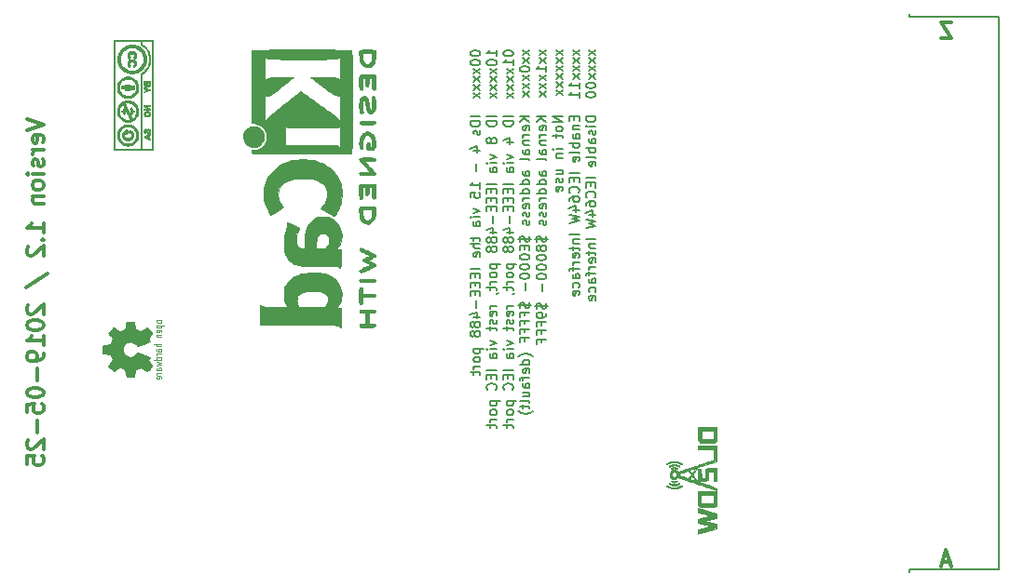
<source format=gbo>
G04 #@! TF.GenerationSoftware,KiCad,Pcbnew,(5.1.2-1)-1*
G04 #@! TF.CreationDate,2019-05-25T08:59:50+02:00*
G04 #@! TF.ProjectId,IEC64,49454336-342e-46b6-9963-61645f706362,1.2*
G04 #@! TF.SameCoordinates,Original*
G04 #@! TF.FileFunction,Legend,Bot*
G04 #@! TF.FilePolarity,Positive*
%FSLAX46Y46*%
G04 Gerber Fmt 4.6, Leading zero omitted, Abs format (unit mm)*
G04 Created by KiCad (PCBNEW (5.1.2-1)-1) date 2019-05-25 08:59:50*
%MOMM*%
%LPD*%
G04 APERTURE LIST*
%ADD10C,0.300000*%
%ADD11C,0.150000*%
%ADD12C,0.002540*%
%ADD13C,0.075000*%
%ADD14C,0.010000*%
%ADD15C,0.127000*%
G04 APERTURE END LIST*
D10*
X190257142Y-118700000D02*
X189542857Y-118700000D01*
X190400000Y-119128571D02*
X189900000Y-117628571D01*
X189400000Y-119128571D01*
X190400000Y-69578571D02*
X189400000Y-69578571D01*
X190400000Y-71078571D01*
X189400000Y-71078571D01*
X106366571Y-78448285D02*
X107866571Y-78948285D01*
X106366571Y-79448285D01*
X107795142Y-80519714D02*
X107866571Y-80376857D01*
X107866571Y-80091142D01*
X107795142Y-79948285D01*
X107652285Y-79876857D01*
X107080857Y-79876857D01*
X106938000Y-79948285D01*
X106866571Y-80091142D01*
X106866571Y-80376857D01*
X106938000Y-80519714D01*
X107080857Y-80591142D01*
X107223714Y-80591142D01*
X107366571Y-79876857D01*
X107866571Y-81234000D02*
X106866571Y-81234000D01*
X107152285Y-81234000D02*
X107009428Y-81305428D01*
X106938000Y-81376857D01*
X106866571Y-81519714D01*
X106866571Y-81662571D01*
X107795142Y-82091142D02*
X107866571Y-82234000D01*
X107866571Y-82519714D01*
X107795142Y-82662571D01*
X107652285Y-82734000D01*
X107580857Y-82734000D01*
X107438000Y-82662571D01*
X107366571Y-82519714D01*
X107366571Y-82305428D01*
X107295142Y-82162571D01*
X107152285Y-82091142D01*
X107080857Y-82091142D01*
X106938000Y-82162571D01*
X106866571Y-82305428D01*
X106866571Y-82519714D01*
X106938000Y-82662571D01*
X107866571Y-83376857D02*
X106866571Y-83376857D01*
X106366571Y-83376857D02*
X106438000Y-83305428D01*
X106509428Y-83376857D01*
X106438000Y-83448285D01*
X106366571Y-83376857D01*
X106509428Y-83376857D01*
X107866571Y-84305428D02*
X107795142Y-84162571D01*
X107723714Y-84091142D01*
X107580857Y-84019714D01*
X107152285Y-84019714D01*
X107009428Y-84091142D01*
X106938000Y-84162571D01*
X106866571Y-84305428D01*
X106866571Y-84519714D01*
X106938000Y-84662571D01*
X107009428Y-84734000D01*
X107152285Y-84805428D01*
X107580857Y-84805428D01*
X107723714Y-84734000D01*
X107795142Y-84662571D01*
X107866571Y-84519714D01*
X107866571Y-84305428D01*
X106866571Y-85448285D02*
X107866571Y-85448285D01*
X107009428Y-85448285D02*
X106938000Y-85519714D01*
X106866571Y-85662571D01*
X106866571Y-85876857D01*
X106938000Y-86019714D01*
X107080857Y-86091142D01*
X107866571Y-86091142D01*
X107866571Y-88734000D02*
X107866571Y-87876857D01*
X107866571Y-88305428D02*
X106366571Y-88305428D01*
X106580857Y-88162571D01*
X106723714Y-88019714D01*
X106795142Y-87876857D01*
X107723714Y-89376857D02*
X107795142Y-89448285D01*
X107866571Y-89376857D01*
X107795142Y-89305428D01*
X107723714Y-89376857D01*
X107866571Y-89376857D01*
X106509428Y-90019714D02*
X106438000Y-90091142D01*
X106366571Y-90234000D01*
X106366571Y-90591142D01*
X106438000Y-90734000D01*
X106509428Y-90805428D01*
X106652285Y-90876857D01*
X106795142Y-90876857D01*
X107009428Y-90805428D01*
X107866571Y-89948285D01*
X107866571Y-90876857D01*
X106295142Y-93734000D02*
X108223714Y-92448285D01*
X106509428Y-95305428D02*
X106438000Y-95376857D01*
X106366571Y-95519714D01*
X106366571Y-95876857D01*
X106438000Y-96019714D01*
X106509428Y-96091142D01*
X106652285Y-96162571D01*
X106795142Y-96162571D01*
X107009428Y-96091142D01*
X107866571Y-95234000D01*
X107866571Y-96162571D01*
X106366571Y-97091142D02*
X106366571Y-97234000D01*
X106438000Y-97376857D01*
X106509428Y-97448285D01*
X106652285Y-97519714D01*
X106938000Y-97591142D01*
X107295142Y-97591142D01*
X107580857Y-97519714D01*
X107723714Y-97448285D01*
X107795142Y-97376857D01*
X107866571Y-97234000D01*
X107866571Y-97091142D01*
X107795142Y-96948285D01*
X107723714Y-96876857D01*
X107580857Y-96805428D01*
X107295142Y-96734000D01*
X106938000Y-96734000D01*
X106652285Y-96805428D01*
X106509428Y-96876857D01*
X106438000Y-96948285D01*
X106366571Y-97091142D01*
X107866571Y-99019714D02*
X107866571Y-98162571D01*
X107866571Y-98591142D02*
X106366571Y-98591142D01*
X106580857Y-98448285D01*
X106723714Y-98305428D01*
X106795142Y-98162571D01*
X107866571Y-99734000D02*
X107866571Y-100019714D01*
X107795142Y-100162571D01*
X107723714Y-100234000D01*
X107509428Y-100376857D01*
X107223714Y-100448285D01*
X106652285Y-100448285D01*
X106509428Y-100376857D01*
X106438000Y-100305428D01*
X106366571Y-100162571D01*
X106366571Y-99876857D01*
X106438000Y-99734000D01*
X106509428Y-99662571D01*
X106652285Y-99591142D01*
X107009428Y-99591142D01*
X107152285Y-99662571D01*
X107223714Y-99734000D01*
X107295142Y-99876857D01*
X107295142Y-100162571D01*
X107223714Y-100305428D01*
X107152285Y-100376857D01*
X107009428Y-100448285D01*
X107295142Y-101091142D02*
X107295142Y-102234000D01*
X106366571Y-103234000D02*
X106366571Y-103376857D01*
X106438000Y-103519714D01*
X106509428Y-103591142D01*
X106652285Y-103662571D01*
X106938000Y-103734000D01*
X107295142Y-103734000D01*
X107580857Y-103662571D01*
X107723714Y-103591142D01*
X107795142Y-103519714D01*
X107866571Y-103376857D01*
X107866571Y-103234000D01*
X107795142Y-103091142D01*
X107723714Y-103019714D01*
X107580857Y-102948285D01*
X107295142Y-102876857D01*
X106938000Y-102876857D01*
X106652285Y-102948285D01*
X106509428Y-103019714D01*
X106438000Y-103091142D01*
X106366571Y-103234000D01*
X106366571Y-105091142D02*
X106366571Y-104376857D01*
X107080857Y-104305428D01*
X107009428Y-104376857D01*
X106938000Y-104519714D01*
X106938000Y-104876857D01*
X107009428Y-105019714D01*
X107080857Y-105091142D01*
X107223714Y-105162571D01*
X107580857Y-105162571D01*
X107723714Y-105091142D01*
X107795142Y-105019714D01*
X107866571Y-104876857D01*
X107866571Y-104519714D01*
X107795142Y-104376857D01*
X107723714Y-104305428D01*
X107295142Y-105805428D02*
X107295142Y-106948285D01*
X106509428Y-107591142D02*
X106438000Y-107662571D01*
X106366571Y-107805428D01*
X106366571Y-108162571D01*
X106438000Y-108305428D01*
X106509428Y-108376857D01*
X106652285Y-108448285D01*
X106795142Y-108448285D01*
X107009428Y-108376857D01*
X107866571Y-107519714D01*
X107866571Y-108448285D01*
X106366571Y-109805428D02*
X106366571Y-109091142D01*
X107080857Y-109019714D01*
X107009428Y-109091142D01*
X106938000Y-109234000D01*
X106938000Y-109591142D01*
X107009428Y-109734000D01*
X107080857Y-109805428D01*
X107223714Y-109876857D01*
X107580857Y-109876857D01*
X107723714Y-109805428D01*
X107795142Y-109734000D01*
X107866571Y-109591142D01*
X107866571Y-109234000D01*
X107795142Y-109091142D01*
X107723714Y-109019714D01*
D11*
X147557142Y-78162785D02*
X146657142Y-78162785D01*
X147557142Y-78591357D02*
X146657142Y-78591357D01*
X146657142Y-78805642D01*
X146700000Y-78934214D01*
X146785714Y-79019928D01*
X146871428Y-79062785D01*
X147042857Y-79105642D01*
X147171428Y-79105642D01*
X147342857Y-79062785D01*
X147428571Y-79019928D01*
X147514285Y-78934214D01*
X147557142Y-78805642D01*
X147557142Y-78591357D01*
X147514285Y-79448500D02*
X147557142Y-79534214D01*
X147557142Y-79705642D01*
X147514285Y-79791357D01*
X147428571Y-79834214D01*
X147385714Y-79834214D01*
X147300000Y-79791357D01*
X147257142Y-79705642D01*
X147257142Y-79577071D01*
X147214285Y-79491357D01*
X147128571Y-79448500D01*
X147085714Y-79448500D01*
X147000000Y-79491357D01*
X146957142Y-79577071D01*
X146957142Y-79705642D01*
X147000000Y-79791357D01*
X146957142Y-81291357D02*
X147557142Y-81291357D01*
X146614285Y-81077071D02*
X147257142Y-80862785D01*
X147257142Y-81419928D01*
X147214285Y-82448500D02*
X147214285Y-83134214D01*
X147557142Y-84719928D02*
X147557142Y-84205642D01*
X147557142Y-84462785D02*
X146657142Y-84462785D01*
X146785714Y-84377071D01*
X146871428Y-84291357D01*
X146914285Y-84205642D01*
X146657142Y-85534214D02*
X146657142Y-85105642D01*
X147085714Y-85062785D01*
X147042857Y-85105642D01*
X147000000Y-85191357D01*
X147000000Y-85405642D01*
X147042857Y-85491357D01*
X147085714Y-85534214D01*
X147171428Y-85577071D01*
X147385714Y-85577071D01*
X147471428Y-85534214D01*
X147514285Y-85491357D01*
X147557142Y-85405642D01*
X147557142Y-85191357D01*
X147514285Y-85105642D01*
X147471428Y-85062785D01*
X146957142Y-86562785D02*
X147557142Y-86777071D01*
X146957142Y-86991357D01*
X147557142Y-87334214D02*
X146957142Y-87334214D01*
X146657142Y-87334214D02*
X146700000Y-87291357D01*
X146742857Y-87334214D01*
X146700000Y-87377071D01*
X146657142Y-87334214D01*
X146742857Y-87334214D01*
X147557142Y-88148500D02*
X147085714Y-88148500D01*
X147000000Y-88105642D01*
X146957142Y-88019928D01*
X146957142Y-87848500D01*
X147000000Y-87762785D01*
X147514285Y-88148500D02*
X147557142Y-88062785D01*
X147557142Y-87848500D01*
X147514285Y-87762785D01*
X147428571Y-87719928D01*
X147342857Y-87719928D01*
X147257142Y-87762785D01*
X147214285Y-87848500D01*
X147214285Y-88062785D01*
X147171428Y-88148500D01*
X146957142Y-89134214D02*
X146957142Y-89477071D01*
X146657142Y-89262785D02*
X147428571Y-89262785D01*
X147514285Y-89305642D01*
X147557142Y-89391357D01*
X147557142Y-89477071D01*
X147557142Y-89777071D02*
X146657142Y-89777071D01*
X147557142Y-90162785D02*
X147085714Y-90162785D01*
X147000000Y-90119928D01*
X146957142Y-90034214D01*
X146957142Y-89905642D01*
X147000000Y-89819928D01*
X147042857Y-89777071D01*
X147514285Y-90934214D02*
X147557142Y-90848500D01*
X147557142Y-90677071D01*
X147514285Y-90591357D01*
X147428571Y-90548500D01*
X147085714Y-90548500D01*
X147000000Y-90591357D01*
X146957142Y-90677071D01*
X146957142Y-90848500D01*
X147000000Y-90934214D01*
X147085714Y-90977071D01*
X147171428Y-90977071D01*
X147257142Y-90548500D01*
X147557142Y-92048500D02*
X146657142Y-92048500D01*
X147085714Y-92477071D02*
X147085714Y-92777071D01*
X147557142Y-92905642D02*
X147557142Y-92477071D01*
X146657142Y-92477071D01*
X146657142Y-92905642D01*
X147085714Y-93291357D02*
X147085714Y-93591357D01*
X147557142Y-93719928D02*
X147557142Y-93291357D01*
X146657142Y-93291357D01*
X146657142Y-93719928D01*
X147085714Y-94105642D02*
X147085714Y-94405642D01*
X147557142Y-94534214D02*
X147557142Y-94105642D01*
X146657142Y-94105642D01*
X146657142Y-94534214D01*
X147214285Y-94919928D02*
X147214285Y-95605642D01*
X146957142Y-96419928D02*
X147557142Y-96419928D01*
X146614285Y-96205642D02*
X147257142Y-95991357D01*
X147257142Y-96548500D01*
X147042857Y-97019928D02*
X147000000Y-96934214D01*
X146957142Y-96891357D01*
X146871428Y-96848500D01*
X146828571Y-96848500D01*
X146742857Y-96891357D01*
X146700000Y-96934214D01*
X146657142Y-97019928D01*
X146657142Y-97191357D01*
X146700000Y-97277071D01*
X146742857Y-97319928D01*
X146828571Y-97362785D01*
X146871428Y-97362785D01*
X146957142Y-97319928D01*
X147000000Y-97277071D01*
X147042857Y-97191357D01*
X147042857Y-97019928D01*
X147085714Y-96934214D01*
X147128571Y-96891357D01*
X147214285Y-96848500D01*
X147385714Y-96848500D01*
X147471428Y-96891357D01*
X147514285Y-96934214D01*
X147557142Y-97019928D01*
X147557142Y-97191357D01*
X147514285Y-97277071D01*
X147471428Y-97319928D01*
X147385714Y-97362785D01*
X147214285Y-97362785D01*
X147128571Y-97319928D01*
X147085714Y-97277071D01*
X147042857Y-97191357D01*
X147042857Y-97877071D02*
X147000000Y-97791357D01*
X146957142Y-97748500D01*
X146871428Y-97705642D01*
X146828571Y-97705642D01*
X146742857Y-97748500D01*
X146700000Y-97791357D01*
X146657142Y-97877071D01*
X146657142Y-98048500D01*
X146700000Y-98134214D01*
X146742857Y-98177071D01*
X146828571Y-98219928D01*
X146871428Y-98219928D01*
X146957142Y-98177071D01*
X147000000Y-98134214D01*
X147042857Y-98048500D01*
X147042857Y-97877071D01*
X147085714Y-97791357D01*
X147128571Y-97748500D01*
X147214285Y-97705642D01*
X147385714Y-97705642D01*
X147471428Y-97748500D01*
X147514285Y-97791357D01*
X147557142Y-97877071D01*
X147557142Y-98048500D01*
X147514285Y-98134214D01*
X147471428Y-98177071D01*
X147385714Y-98219928D01*
X147214285Y-98219928D01*
X147128571Y-98177071D01*
X147085714Y-98134214D01*
X147042857Y-98048500D01*
X146957142Y-99291357D02*
X147857142Y-99291357D01*
X147000000Y-99291357D02*
X146957142Y-99377071D01*
X146957142Y-99548500D01*
X147000000Y-99634214D01*
X147042857Y-99677071D01*
X147128571Y-99719928D01*
X147385714Y-99719928D01*
X147471428Y-99677071D01*
X147514285Y-99634214D01*
X147557142Y-99548500D01*
X147557142Y-99377071D01*
X147514285Y-99291357D01*
X147557142Y-100234214D02*
X147514285Y-100148500D01*
X147471428Y-100105642D01*
X147385714Y-100062785D01*
X147128571Y-100062785D01*
X147042857Y-100105642D01*
X147000000Y-100148500D01*
X146957142Y-100234214D01*
X146957142Y-100362785D01*
X147000000Y-100448500D01*
X147042857Y-100491357D01*
X147128571Y-100534214D01*
X147385714Y-100534214D01*
X147471428Y-100491357D01*
X147514285Y-100448500D01*
X147557142Y-100362785D01*
X147557142Y-100234214D01*
X147557142Y-100919928D02*
X146957142Y-100919928D01*
X147128571Y-100919928D02*
X147042857Y-100962785D01*
X147000000Y-101005642D01*
X146957142Y-101091357D01*
X146957142Y-101177071D01*
X146957142Y-101348500D02*
X146957142Y-101691357D01*
X146657142Y-101477071D02*
X147428571Y-101477071D01*
X147514285Y-101519928D01*
X147557142Y-101605642D01*
X147557142Y-101691357D01*
X149057142Y-78162785D02*
X148157142Y-78162785D01*
X149057142Y-78591357D02*
X148157142Y-78591357D01*
X148157142Y-78805642D01*
X148200000Y-78934214D01*
X148285714Y-79019928D01*
X148371428Y-79062785D01*
X148542857Y-79105642D01*
X148671428Y-79105642D01*
X148842857Y-79062785D01*
X148928571Y-79019928D01*
X149014285Y-78934214D01*
X149057142Y-78805642D01*
X149057142Y-78591357D01*
X148542857Y-80305642D02*
X148500000Y-80219928D01*
X148457142Y-80177071D01*
X148371428Y-80134214D01*
X148328571Y-80134214D01*
X148242857Y-80177071D01*
X148200000Y-80219928D01*
X148157142Y-80305642D01*
X148157142Y-80477071D01*
X148200000Y-80562785D01*
X148242857Y-80605642D01*
X148328571Y-80648500D01*
X148371428Y-80648500D01*
X148457142Y-80605642D01*
X148500000Y-80562785D01*
X148542857Y-80477071D01*
X148542857Y-80305642D01*
X148585714Y-80219928D01*
X148628571Y-80177071D01*
X148714285Y-80134214D01*
X148885714Y-80134214D01*
X148971428Y-80177071D01*
X149014285Y-80219928D01*
X149057142Y-80305642D01*
X149057142Y-80477071D01*
X149014285Y-80562785D01*
X148971428Y-80605642D01*
X148885714Y-80648500D01*
X148714285Y-80648500D01*
X148628571Y-80605642D01*
X148585714Y-80562785D01*
X148542857Y-80477071D01*
X148457142Y-81634214D02*
X149057142Y-81848500D01*
X148457142Y-82062785D01*
X149057142Y-82405642D02*
X148457142Y-82405642D01*
X148157142Y-82405642D02*
X148200000Y-82362785D01*
X148242857Y-82405642D01*
X148200000Y-82448500D01*
X148157142Y-82405642D01*
X148242857Y-82405642D01*
X149057142Y-83219928D02*
X148585714Y-83219928D01*
X148500000Y-83177071D01*
X148457142Y-83091357D01*
X148457142Y-82919928D01*
X148500000Y-82834214D01*
X149014285Y-83219928D02*
X149057142Y-83134214D01*
X149057142Y-82919928D01*
X149014285Y-82834214D01*
X148928571Y-82791357D01*
X148842857Y-82791357D01*
X148757142Y-82834214D01*
X148714285Y-82919928D01*
X148714285Y-83134214D01*
X148671428Y-83219928D01*
X149057142Y-84334214D02*
X148157142Y-84334214D01*
X148585714Y-84762785D02*
X148585714Y-85062785D01*
X149057142Y-85191357D02*
X149057142Y-84762785D01*
X148157142Y-84762785D01*
X148157142Y-85191357D01*
X148585714Y-85577071D02*
X148585714Y-85877071D01*
X149057142Y-86005642D02*
X149057142Y-85577071D01*
X148157142Y-85577071D01*
X148157142Y-86005642D01*
X148585714Y-86391357D02*
X148585714Y-86691357D01*
X149057142Y-86819928D02*
X149057142Y-86391357D01*
X148157142Y-86391357D01*
X148157142Y-86819928D01*
X148714285Y-87205642D02*
X148714285Y-87891357D01*
X148457142Y-88705642D02*
X149057142Y-88705642D01*
X148114285Y-88491357D02*
X148757142Y-88277071D01*
X148757142Y-88834214D01*
X148542857Y-89305642D02*
X148500000Y-89219928D01*
X148457142Y-89177071D01*
X148371428Y-89134214D01*
X148328571Y-89134214D01*
X148242857Y-89177071D01*
X148200000Y-89219928D01*
X148157142Y-89305642D01*
X148157142Y-89477071D01*
X148200000Y-89562785D01*
X148242857Y-89605642D01*
X148328571Y-89648500D01*
X148371428Y-89648500D01*
X148457142Y-89605642D01*
X148500000Y-89562785D01*
X148542857Y-89477071D01*
X148542857Y-89305642D01*
X148585714Y-89219928D01*
X148628571Y-89177071D01*
X148714285Y-89134214D01*
X148885714Y-89134214D01*
X148971428Y-89177071D01*
X149014285Y-89219928D01*
X149057142Y-89305642D01*
X149057142Y-89477071D01*
X149014285Y-89562785D01*
X148971428Y-89605642D01*
X148885714Y-89648500D01*
X148714285Y-89648500D01*
X148628571Y-89605642D01*
X148585714Y-89562785D01*
X148542857Y-89477071D01*
X148542857Y-90162785D02*
X148500000Y-90077071D01*
X148457142Y-90034214D01*
X148371428Y-89991357D01*
X148328571Y-89991357D01*
X148242857Y-90034214D01*
X148200000Y-90077071D01*
X148157142Y-90162785D01*
X148157142Y-90334214D01*
X148200000Y-90419928D01*
X148242857Y-90462785D01*
X148328571Y-90505642D01*
X148371428Y-90505642D01*
X148457142Y-90462785D01*
X148500000Y-90419928D01*
X148542857Y-90334214D01*
X148542857Y-90162785D01*
X148585714Y-90077071D01*
X148628571Y-90034214D01*
X148714285Y-89991357D01*
X148885714Y-89991357D01*
X148971428Y-90034214D01*
X149014285Y-90077071D01*
X149057142Y-90162785D01*
X149057142Y-90334214D01*
X149014285Y-90419928D01*
X148971428Y-90462785D01*
X148885714Y-90505642D01*
X148714285Y-90505642D01*
X148628571Y-90462785D01*
X148585714Y-90419928D01*
X148542857Y-90334214D01*
X148457142Y-91577071D02*
X149357142Y-91577071D01*
X148500000Y-91577071D02*
X148457142Y-91662785D01*
X148457142Y-91834214D01*
X148500000Y-91919928D01*
X148542857Y-91962785D01*
X148628571Y-92005642D01*
X148885714Y-92005642D01*
X148971428Y-91962785D01*
X149014285Y-91919928D01*
X149057142Y-91834214D01*
X149057142Y-91662785D01*
X149014285Y-91577071D01*
X149057142Y-92519928D02*
X149014285Y-92434214D01*
X148971428Y-92391357D01*
X148885714Y-92348500D01*
X148628571Y-92348500D01*
X148542857Y-92391357D01*
X148500000Y-92434214D01*
X148457142Y-92519928D01*
X148457142Y-92648500D01*
X148500000Y-92734214D01*
X148542857Y-92777071D01*
X148628571Y-92819928D01*
X148885714Y-92819928D01*
X148971428Y-92777071D01*
X149014285Y-92734214D01*
X149057142Y-92648500D01*
X149057142Y-92519928D01*
X149057142Y-93205642D02*
X148457142Y-93205642D01*
X148628571Y-93205642D02*
X148542857Y-93248500D01*
X148500000Y-93291357D01*
X148457142Y-93377071D01*
X148457142Y-93462785D01*
X148457142Y-93634214D02*
X148457142Y-93977071D01*
X148157142Y-93762785D02*
X148928571Y-93762785D01*
X149014285Y-93805642D01*
X149057142Y-93891357D01*
X149057142Y-93977071D01*
X149014285Y-94319928D02*
X149057142Y-94319928D01*
X149142857Y-94277071D01*
X149185714Y-94234214D01*
X149057142Y-95391357D02*
X148457142Y-95391357D01*
X148628571Y-95391357D02*
X148542857Y-95434214D01*
X148500000Y-95477071D01*
X148457142Y-95562785D01*
X148457142Y-95648500D01*
X149014285Y-96291357D02*
X149057142Y-96205642D01*
X149057142Y-96034214D01*
X149014285Y-95948500D01*
X148928571Y-95905642D01*
X148585714Y-95905642D01*
X148500000Y-95948500D01*
X148457142Y-96034214D01*
X148457142Y-96205642D01*
X148500000Y-96291357D01*
X148585714Y-96334214D01*
X148671428Y-96334214D01*
X148757142Y-95905642D01*
X149014285Y-96677071D02*
X149057142Y-96762785D01*
X149057142Y-96934214D01*
X149014285Y-97019928D01*
X148928571Y-97062785D01*
X148885714Y-97062785D01*
X148800000Y-97019928D01*
X148757142Y-96934214D01*
X148757142Y-96805642D01*
X148714285Y-96719928D01*
X148628571Y-96677071D01*
X148585714Y-96677071D01*
X148500000Y-96719928D01*
X148457142Y-96805642D01*
X148457142Y-96934214D01*
X148500000Y-97019928D01*
X148457142Y-97319928D02*
X148457142Y-97662785D01*
X148157142Y-97448500D02*
X148928571Y-97448500D01*
X149014285Y-97491357D01*
X149057142Y-97577071D01*
X149057142Y-97662785D01*
X148457142Y-98562785D02*
X149057142Y-98777071D01*
X148457142Y-98991357D01*
X149057142Y-99334214D02*
X148457142Y-99334214D01*
X148157142Y-99334214D02*
X148200000Y-99291357D01*
X148242857Y-99334214D01*
X148200000Y-99377071D01*
X148157142Y-99334214D01*
X148242857Y-99334214D01*
X149057142Y-100148499D02*
X148585714Y-100148499D01*
X148500000Y-100105642D01*
X148457142Y-100019928D01*
X148457142Y-99848499D01*
X148500000Y-99762785D01*
X149014285Y-100148499D02*
X149057142Y-100062785D01*
X149057142Y-99848499D01*
X149014285Y-99762785D01*
X148928571Y-99719928D01*
X148842857Y-99719928D01*
X148757142Y-99762785D01*
X148714285Y-99848499D01*
X148714285Y-100062785D01*
X148671428Y-100148499D01*
X149057142Y-101262785D02*
X148157142Y-101262785D01*
X148585714Y-101691357D02*
X148585714Y-101991357D01*
X149057142Y-102119928D02*
X149057142Y-101691357D01*
X148157142Y-101691357D01*
X148157142Y-102119928D01*
X148971428Y-103019928D02*
X149014285Y-102977071D01*
X149057142Y-102848499D01*
X149057142Y-102762785D01*
X149014285Y-102634214D01*
X148928571Y-102548499D01*
X148842857Y-102505642D01*
X148671428Y-102462785D01*
X148542857Y-102462785D01*
X148371428Y-102505642D01*
X148285714Y-102548499D01*
X148200000Y-102634214D01*
X148157142Y-102762785D01*
X148157142Y-102848499D01*
X148200000Y-102977071D01*
X148242857Y-103019928D01*
X148457142Y-104091357D02*
X149357142Y-104091357D01*
X148500000Y-104091357D02*
X148457142Y-104177071D01*
X148457142Y-104348499D01*
X148500000Y-104434214D01*
X148542857Y-104477071D01*
X148628571Y-104519928D01*
X148885714Y-104519928D01*
X148971428Y-104477071D01*
X149014285Y-104434214D01*
X149057142Y-104348499D01*
X149057142Y-104177071D01*
X149014285Y-104091357D01*
X149057142Y-105034214D02*
X149014285Y-104948499D01*
X148971428Y-104905642D01*
X148885714Y-104862785D01*
X148628571Y-104862785D01*
X148542857Y-104905642D01*
X148500000Y-104948499D01*
X148457142Y-105034214D01*
X148457142Y-105162785D01*
X148500000Y-105248499D01*
X148542857Y-105291357D01*
X148628571Y-105334214D01*
X148885714Y-105334214D01*
X148971428Y-105291357D01*
X149014285Y-105248499D01*
X149057142Y-105162785D01*
X149057142Y-105034214D01*
X149057142Y-105719928D02*
X148457142Y-105719928D01*
X148628571Y-105719928D02*
X148542857Y-105762785D01*
X148500000Y-105805642D01*
X148457142Y-105891357D01*
X148457142Y-105977071D01*
X148457142Y-106148499D02*
X148457142Y-106491357D01*
X148157142Y-106277071D02*
X148928571Y-106277071D01*
X149014285Y-106319928D01*
X149057142Y-106405642D01*
X149057142Y-106491357D01*
X150557142Y-78162785D02*
X149657142Y-78162785D01*
X150557142Y-78591357D02*
X149657142Y-78591357D01*
X149657142Y-78805642D01*
X149700000Y-78934214D01*
X149785714Y-79019928D01*
X149871428Y-79062785D01*
X150042857Y-79105642D01*
X150171428Y-79105642D01*
X150342857Y-79062785D01*
X150428571Y-79019928D01*
X150514285Y-78934214D01*
X150557142Y-78805642D01*
X150557142Y-78591357D01*
X149957142Y-80562785D02*
X150557142Y-80562785D01*
X149614285Y-80348500D02*
X150257142Y-80134214D01*
X150257142Y-80691357D01*
X149957142Y-81634214D02*
X150557142Y-81848500D01*
X149957142Y-82062785D01*
X150557142Y-82405642D02*
X149957142Y-82405642D01*
X149657142Y-82405642D02*
X149700000Y-82362785D01*
X149742857Y-82405642D01*
X149700000Y-82448500D01*
X149657142Y-82405642D01*
X149742857Y-82405642D01*
X150557142Y-83219928D02*
X150085714Y-83219928D01*
X150000000Y-83177071D01*
X149957142Y-83091357D01*
X149957142Y-82919928D01*
X150000000Y-82834214D01*
X150514285Y-83219928D02*
X150557142Y-83134214D01*
X150557142Y-82919928D01*
X150514285Y-82834214D01*
X150428571Y-82791357D01*
X150342857Y-82791357D01*
X150257142Y-82834214D01*
X150214285Y-82919928D01*
X150214285Y-83134214D01*
X150171428Y-83219928D01*
X150557142Y-84334214D02*
X149657142Y-84334214D01*
X150085714Y-84762785D02*
X150085714Y-85062785D01*
X150557142Y-85191357D02*
X150557142Y-84762785D01*
X149657142Y-84762785D01*
X149657142Y-85191357D01*
X150085714Y-85577071D02*
X150085714Y-85877071D01*
X150557142Y-86005642D02*
X150557142Y-85577071D01*
X149657142Y-85577071D01*
X149657142Y-86005642D01*
X150085714Y-86391357D02*
X150085714Y-86691357D01*
X150557142Y-86819928D02*
X150557142Y-86391357D01*
X149657142Y-86391357D01*
X149657142Y-86819928D01*
X150214285Y-87205642D02*
X150214285Y-87891357D01*
X149957142Y-88705642D02*
X150557142Y-88705642D01*
X149614285Y-88491357D02*
X150257142Y-88277071D01*
X150257142Y-88834214D01*
X150042857Y-89305642D02*
X150000000Y-89219928D01*
X149957142Y-89177071D01*
X149871428Y-89134214D01*
X149828571Y-89134214D01*
X149742857Y-89177071D01*
X149700000Y-89219928D01*
X149657142Y-89305642D01*
X149657142Y-89477071D01*
X149700000Y-89562785D01*
X149742857Y-89605642D01*
X149828571Y-89648500D01*
X149871428Y-89648500D01*
X149957142Y-89605642D01*
X150000000Y-89562785D01*
X150042857Y-89477071D01*
X150042857Y-89305642D01*
X150085714Y-89219928D01*
X150128571Y-89177071D01*
X150214285Y-89134214D01*
X150385714Y-89134214D01*
X150471428Y-89177071D01*
X150514285Y-89219928D01*
X150557142Y-89305642D01*
X150557142Y-89477071D01*
X150514285Y-89562785D01*
X150471428Y-89605642D01*
X150385714Y-89648500D01*
X150214285Y-89648500D01*
X150128571Y-89605642D01*
X150085714Y-89562785D01*
X150042857Y-89477071D01*
X150042857Y-90162785D02*
X150000000Y-90077071D01*
X149957142Y-90034214D01*
X149871428Y-89991357D01*
X149828571Y-89991357D01*
X149742857Y-90034214D01*
X149700000Y-90077071D01*
X149657142Y-90162785D01*
X149657142Y-90334214D01*
X149700000Y-90419928D01*
X149742857Y-90462785D01*
X149828571Y-90505642D01*
X149871428Y-90505642D01*
X149957142Y-90462785D01*
X150000000Y-90419928D01*
X150042857Y-90334214D01*
X150042857Y-90162785D01*
X150085714Y-90077071D01*
X150128571Y-90034214D01*
X150214285Y-89991357D01*
X150385714Y-89991357D01*
X150471428Y-90034214D01*
X150514285Y-90077071D01*
X150557142Y-90162785D01*
X150557142Y-90334214D01*
X150514285Y-90419928D01*
X150471428Y-90462785D01*
X150385714Y-90505642D01*
X150214285Y-90505642D01*
X150128571Y-90462785D01*
X150085714Y-90419928D01*
X150042857Y-90334214D01*
X149957142Y-91577071D02*
X150857142Y-91577071D01*
X150000000Y-91577071D02*
X149957142Y-91662785D01*
X149957142Y-91834214D01*
X150000000Y-91919928D01*
X150042857Y-91962785D01*
X150128571Y-92005642D01*
X150385714Y-92005642D01*
X150471428Y-91962785D01*
X150514285Y-91919928D01*
X150557142Y-91834214D01*
X150557142Y-91662785D01*
X150514285Y-91577071D01*
X150557142Y-92519928D02*
X150514285Y-92434214D01*
X150471428Y-92391357D01*
X150385714Y-92348500D01*
X150128571Y-92348500D01*
X150042857Y-92391357D01*
X150000000Y-92434214D01*
X149957142Y-92519928D01*
X149957142Y-92648500D01*
X150000000Y-92734214D01*
X150042857Y-92777071D01*
X150128571Y-92819928D01*
X150385714Y-92819928D01*
X150471428Y-92777071D01*
X150514285Y-92734214D01*
X150557142Y-92648500D01*
X150557142Y-92519928D01*
X150557142Y-93205642D02*
X149957142Y-93205642D01*
X150128571Y-93205642D02*
X150042857Y-93248500D01*
X150000000Y-93291357D01*
X149957142Y-93377071D01*
X149957142Y-93462785D01*
X149957142Y-93634214D02*
X149957142Y-93977071D01*
X149657142Y-93762785D02*
X150428571Y-93762785D01*
X150514285Y-93805642D01*
X150557142Y-93891357D01*
X150557142Y-93977071D01*
X150514285Y-94319928D02*
X150557142Y-94319928D01*
X150642857Y-94277071D01*
X150685714Y-94234214D01*
X150557142Y-95391357D02*
X149957142Y-95391357D01*
X150128571Y-95391357D02*
X150042857Y-95434214D01*
X150000000Y-95477071D01*
X149957142Y-95562785D01*
X149957142Y-95648500D01*
X150514285Y-96291357D02*
X150557142Y-96205642D01*
X150557142Y-96034214D01*
X150514285Y-95948500D01*
X150428571Y-95905642D01*
X150085714Y-95905642D01*
X150000000Y-95948500D01*
X149957142Y-96034214D01*
X149957142Y-96205642D01*
X150000000Y-96291357D01*
X150085714Y-96334214D01*
X150171428Y-96334214D01*
X150257142Y-95905642D01*
X150514285Y-96677071D02*
X150557142Y-96762785D01*
X150557142Y-96934214D01*
X150514285Y-97019928D01*
X150428571Y-97062785D01*
X150385714Y-97062785D01*
X150300000Y-97019928D01*
X150257142Y-96934214D01*
X150257142Y-96805642D01*
X150214285Y-96719928D01*
X150128571Y-96677071D01*
X150085714Y-96677071D01*
X150000000Y-96719928D01*
X149957142Y-96805642D01*
X149957142Y-96934214D01*
X150000000Y-97019928D01*
X149957142Y-97319928D02*
X149957142Y-97662785D01*
X149657142Y-97448500D02*
X150428571Y-97448500D01*
X150514285Y-97491357D01*
X150557142Y-97577071D01*
X150557142Y-97662785D01*
X149957142Y-98562785D02*
X150557142Y-98777071D01*
X149957142Y-98991357D01*
X150557142Y-99334214D02*
X149957142Y-99334214D01*
X149657142Y-99334214D02*
X149700000Y-99291357D01*
X149742857Y-99334214D01*
X149700000Y-99377071D01*
X149657142Y-99334214D01*
X149742857Y-99334214D01*
X150557142Y-100148499D02*
X150085714Y-100148499D01*
X150000000Y-100105642D01*
X149957142Y-100019928D01*
X149957142Y-99848499D01*
X150000000Y-99762785D01*
X150514285Y-100148499D02*
X150557142Y-100062785D01*
X150557142Y-99848499D01*
X150514285Y-99762785D01*
X150428571Y-99719928D01*
X150342857Y-99719928D01*
X150257142Y-99762785D01*
X150214285Y-99848499D01*
X150214285Y-100062785D01*
X150171428Y-100148499D01*
X150557142Y-101262785D02*
X149657142Y-101262785D01*
X150085714Y-101691357D02*
X150085714Y-101991357D01*
X150557142Y-102119928D02*
X150557142Y-101691357D01*
X149657142Y-101691357D01*
X149657142Y-102119928D01*
X150471428Y-103019928D02*
X150514285Y-102977071D01*
X150557142Y-102848499D01*
X150557142Y-102762785D01*
X150514285Y-102634214D01*
X150428571Y-102548499D01*
X150342857Y-102505642D01*
X150171428Y-102462785D01*
X150042857Y-102462785D01*
X149871428Y-102505642D01*
X149785714Y-102548499D01*
X149700000Y-102634214D01*
X149657142Y-102762785D01*
X149657142Y-102848499D01*
X149700000Y-102977071D01*
X149742857Y-103019928D01*
X149957142Y-104091357D02*
X150857142Y-104091357D01*
X150000000Y-104091357D02*
X149957142Y-104177071D01*
X149957142Y-104348499D01*
X150000000Y-104434214D01*
X150042857Y-104477071D01*
X150128571Y-104519928D01*
X150385714Y-104519928D01*
X150471428Y-104477071D01*
X150514285Y-104434214D01*
X150557142Y-104348499D01*
X150557142Y-104177071D01*
X150514285Y-104091357D01*
X150557142Y-105034214D02*
X150514285Y-104948499D01*
X150471428Y-104905642D01*
X150385714Y-104862785D01*
X150128571Y-104862785D01*
X150042857Y-104905642D01*
X150000000Y-104948499D01*
X149957142Y-105034214D01*
X149957142Y-105162785D01*
X150000000Y-105248499D01*
X150042857Y-105291357D01*
X150128571Y-105334214D01*
X150385714Y-105334214D01*
X150471428Y-105291357D01*
X150514285Y-105248499D01*
X150557142Y-105162785D01*
X150557142Y-105034214D01*
X150557142Y-105719928D02*
X149957142Y-105719928D01*
X150128571Y-105719928D02*
X150042857Y-105762785D01*
X150000000Y-105805642D01*
X149957142Y-105891357D01*
X149957142Y-105977071D01*
X149957142Y-106148499D02*
X149957142Y-106491357D01*
X149657142Y-106277071D02*
X150428571Y-106277071D01*
X150514285Y-106319928D01*
X150557142Y-106405642D01*
X150557142Y-106491357D01*
X152057142Y-78162785D02*
X151157142Y-78162785D01*
X152057142Y-78677071D02*
X151542857Y-78291357D01*
X151157142Y-78677071D02*
X151671428Y-78162785D01*
X152014285Y-79405642D02*
X152057142Y-79319928D01*
X152057142Y-79148500D01*
X152014285Y-79062785D01*
X151928571Y-79019928D01*
X151585714Y-79019928D01*
X151500000Y-79062785D01*
X151457142Y-79148500D01*
X151457142Y-79319928D01*
X151500000Y-79405642D01*
X151585714Y-79448500D01*
X151671428Y-79448500D01*
X151757142Y-79019928D01*
X152057142Y-79834214D02*
X151457142Y-79834214D01*
X151628571Y-79834214D02*
X151542857Y-79877071D01*
X151500000Y-79919928D01*
X151457142Y-80005642D01*
X151457142Y-80091357D01*
X151457142Y-80391357D02*
X152057142Y-80391357D01*
X151542857Y-80391357D02*
X151500000Y-80434214D01*
X151457142Y-80519928D01*
X151457142Y-80648500D01*
X151500000Y-80734214D01*
X151585714Y-80777071D01*
X152057142Y-80777071D01*
X152057142Y-81591357D02*
X151585714Y-81591357D01*
X151500000Y-81548500D01*
X151457142Y-81462785D01*
X151457142Y-81291357D01*
X151500000Y-81205642D01*
X152014285Y-81591357D02*
X152057142Y-81505642D01*
X152057142Y-81291357D01*
X152014285Y-81205642D01*
X151928571Y-81162785D01*
X151842857Y-81162785D01*
X151757142Y-81205642D01*
X151714285Y-81291357D01*
X151714285Y-81505642D01*
X151671428Y-81591357D01*
X152057142Y-82148500D02*
X152014285Y-82062785D01*
X151928571Y-82019928D01*
X151157142Y-82019928D01*
X152057142Y-83562785D02*
X151585714Y-83562785D01*
X151500000Y-83519928D01*
X151457142Y-83434214D01*
X151457142Y-83262785D01*
X151500000Y-83177071D01*
X152014285Y-83562785D02*
X152057142Y-83477071D01*
X152057142Y-83262785D01*
X152014285Y-83177071D01*
X151928571Y-83134214D01*
X151842857Y-83134214D01*
X151757142Y-83177071D01*
X151714285Y-83262785D01*
X151714285Y-83477071D01*
X151671428Y-83562785D01*
X152057142Y-84377071D02*
X151157142Y-84377071D01*
X152014285Y-84377071D02*
X152057142Y-84291357D01*
X152057142Y-84119928D01*
X152014285Y-84034214D01*
X151971428Y-83991357D01*
X151885714Y-83948500D01*
X151628571Y-83948500D01*
X151542857Y-83991357D01*
X151500000Y-84034214D01*
X151457142Y-84119928D01*
X151457142Y-84291357D01*
X151500000Y-84377071D01*
X152057142Y-85191357D02*
X151157142Y-85191357D01*
X152014285Y-85191357D02*
X152057142Y-85105642D01*
X152057142Y-84934214D01*
X152014285Y-84848500D01*
X151971428Y-84805642D01*
X151885714Y-84762785D01*
X151628571Y-84762785D01*
X151542857Y-84805642D01*
X151500000Y-84848500D01*
X151457142Y-84934214D01*
X151457142Y-85105642D01*
X151500000Y-85191357D01*
X152057142Y-85619928D02*
X151457142Y-85619928D01*
X151628571Y-85619928D02*
X151542857Y-85662785D01*
X151500000Y-85705642D01*
X151457142Y-85791357D01*
X151457142Y-85877071D01*
X152014285Y-86519928D02*
X152057142Y-86434214D01*
X152057142Y-86262785D01*
X152014285Y-86177071D01*
X151928571Y-86134214D01*
X151585714Y-86134214D01*
X151500000Y-86177071D01*
X151457142Y-86262785D01*
X151457142Y-86434214D01*
X151500000Y-86519928D01*
X151585714Y-86562785D01*
X151671428Y-86562785D01*
X151757142Y-86134214D01*
X152014285Y-86905642D02*
X152057142Y-86991357D01*
X152057142Y-87162785D01*
X152014285Y-87248500D01*
X151928571Y-87291357D01*
X151885714Y-87291357D01*
X151800000Y-87248500D01*
X151757142Y-87162785D01*
X151757142Y-87034214D01*
X151714285Y-86948500D01*
X151628571Y-86905642D01*
X151585714Y-86905642D01*
X151500000Y-86948500D01*
X151457142Y-87034214D01*
X151457142Y-87162785D01*
X151500000Y-87248500D01*
X152014285Y-87634214D02*
X152057142Y-87719928D01*
X152057142Y-87891357D01*
X152014285Y-87977071D01*
X151928571Y-88019928D01*
X151885714Y-88019928D01*
X151800000Y-87977071D01*
X151757142Y-87891357D01*
X151757142Y-87762785D01*
X151714285Y-87677071D01*
X151628571Y-87634214D01*
X151585714Y-87634214D01*
X151500000Y-87677071D01*
X151457142Y-87762785D01*
X151457142Y-87891357D01*
X151500000Y-87977071D01*
X152014285Y-89048500D02*
X152057142Y-89177071D01*
X152057142Y-89391357D01*
X152014285Y-89477071D01*
X151971428Y-89519928D01*
X151885714Y-89562785D01*
X151800000Y-89562785D01*
X151714285Y-89519928D01*
X151671428Y-89477071D01*
X151628571Y-89391357D01*
X151585714Y-89219928D01*
X151542857Y-89134214D01*
X151500000Y-89091357D01*
X151414285Y-89048500D01*
X151328571Y-89048500D01*
X151242857Y-89091357D01*
X151200000Y-89134214D01*
X151157142Y-89219928D01*
X151157142Y-89434214D01*
X151200000Y-89562785D01*
X151028571Y-89305642D02*
X152185714Y-89305642D01*
X151585714Y-89948500D02*
X151585714Y-90248500D01*
X152057142Y-90377071D02*
X152057142Y-89948500D01*
X151157142Y-89948500D01*
X151157142Y-90377071D01*
X151157142Y-90934214D02*
X151157142Y-91019928D01*
X151200000Y-91105642D01*
X151242857Y-91148500D01*
X151328571Y-91191357D01*
X151500000Y-91234214D01*
X151714285Y-91234214D01*
X151885714Y-91191357D01*
X151971428Y-91148500D01*
X152014285Y-91105642D01*
X152057142Y-91019928D01*
X152057142Y-90934214D01*
X152014285Y-90848500D01*
X151971428Y-90805642D01*
X151885714Y-90762785D01*
X151714285Y-90719928D01*
X151500000Y-90719928D01*
X151328571Y-90762785D01*
X151242857Y-90805642D01*
X151200000Y-90848500D01*
X151157142Y-90934214D01*
X151157142Y-91791357D02*
X151157142Y-91877071D01*
X151200000Y-91962785D01*
X151242857Y-92005642D01*
X151328571Y-92048500D01*
X151500000Y-92091357D01*
X151714285Y-92091357D01*
X151885714Y-92048500D01*
X151971428Y-92005642D01*
X152014285Y-91962785D01*
X152057142Y-91877071D01*
X152057142Y-91791357D01*
X152014285Y-91705642D01*
X151971428Y-91662785D01*
X151885714Y-91619928D01*
X151714285Y-91577071D01*
X151500000Y-91577071D01*
X151328571Y-91619928D01*
X151242857Y-91662785D01*
X151200000Y-91705642D01*
X151157142Y-91791357D01*
X151157142Y-92648500D02*
X151157142Y-92734214D01*
X151200000Y-92819928D01*
X151242857Y-92862785D01*
X151328571Y-92905642D01*
X151500000Y-92948500D01*
X151714285Y-92948500D01*
X151885714Y-92905642D01*
X151971428Y-92862785D01*
X152014285Y-92819928D01*
X152057142Y-92734214D01*
X152057142Y-92648500D01*
X152014285Y-92562785D01*
X151971428Y-92519928D01*
X151885714Y-92477071D01*
X151714285Y-92434214D01*
X151500000Y-92434214D01*
X151328571Y-92477071D01*
X151242857Y-92519928D01*
X151200000Y-92562785D01*
X151157142Y-92648500D01*
X151714285Y-93334214D02*
X151714285Y-94019928D01*
X152014285Y-95091357D02*
X152057142Y-95219928D01*
X152057142Y-95434214D01*
X152014285Y-95519928D01*
X151971428Y-95562785D01*
X151885714Y-95605642D01*
X151800000Y-95605642D01*
X151714285Y-95562785D01*
X151671428Y-95519928D01*
X151628571Y-95434214D01*
X151585714Y-95262785D01*
X151542857Y-95177071D01*
X151500000Y-95134214D01*
X151414285Y-95091357D01*
X151328571Y-95091357D01*
X151242857Y-95134214D01*
X151200000Y-95177071D01*
X151157142Y-95262785D01*
X151157142Y-95477071D01*
X151200000Y-95605642D01*
X151028571Y-95348500D02*
X152185714Y-95348500D01*
X151585714Y-96291357D02*
X151585714Y-95991357D01*
X152057142Y-95991357D02*
X151157142Y-95991357D01*
X151157142Y-96419928D01*
X151585714Y-97062785D02*
X151585714Y-96762785D01*
X152057142Y-96762785D02*
X151157142Y-96762785D01*
X151157142Y-97191357D01*
X151585714Y-97834214D02*
X151585714Y-97534214D01*
X152057142Y-97534214D02*
X151157142Y-97534214D01*
X151157142Y-97962785D01*
X151585714Y-98605642D02*
X151585714Y-98305642D01*
X152057142Y-98305642D02*
X151157142Y-98305642D01*
X151157142Y-98734214D01*
X152400000Y-100019928D02*
X152357142Y-99977071D01*
X152228571Y-99891357D01*
X152142857Y-99848500D01*
X152014285Y-99805642D01*
X151800000Y-99762785D01*
X151628571Y-99762785D01*
X151414285Y-99805642D01*
X151285714Y-99848500D01*
X151200000Y-99891357D01*
X151071428Y-99977071D01*
X151028571Y-100019928D01*
X152057142Y-100748500D02*
X151157142Y-100748500D01*
X152014285Y-100748500D02*
X152057142Y-100662785D01*
X152057142Y-100491357D01*
X152014285Y-100405642D01*
X151971428Y-100362785D01*
X151885714Y-100319928D01*
X151628571Y-100319928D01*
X151542857Y-100362785D01*
X151500000Y-100405642D01*
X151457142Y-100491357D01*
X151457142Y-100662785D01*
X151500000Y-100748500D01*
X152014285Y-101519928D02*
X152057142Y-101434214D01*
X152057142Y-101262785D01*
X152014285Y-101177071D01*
X151928571Y-101134214D01*
X151585714Y-101134214D01*
X151500000Y-101177071D01*
X151457142Y-101262785D01*
X151457142Y-101434214D01*
X151500000Y-101519928D01*
X151585714Y-101562785D01*
X151671428Y-101562785D01*
X151757142Y-101134214D01*
X151457142Y-101819928D02*
X151457142Y-102162785D01*
X152057142Y-101948500D02*
X151285714Y-101948500D01*
X151200000Y-101991357D01*
X151157142Y-102077071D01*
X151157142Y-102162785D01*
X152057142Y-102848500D02*
X151585714Y-102848500D01*
X151500000Y-102805642D01*
X151457142Y-102719928D01*
X151457142Y-102548500D01*
X151500000Y-102462785D01*
X152014285Y-102848500D02*
X152057142Y-102762785D01*
X152057142Y-102548500D01*
X152014285Y-102462785D01*
X151928571Y-102419928D01*
X151842857Y-102419928D01*
X151757142Y-102462785D01*
X151714285Y-102548500D01*
X151714285Y-102762785D01*
X151671428Y-102848500D01*
X151457142Y-103662785D02*
X152057142Y-103662785D01*
X151457142Y-103277071D02*
X151928571Y-103277071D01*
X152014285Y-103319928D01*
X152057142Y-103405642D01*
X152057142Y-103534214D01*
X152014285Y-103619928D01*
X151971428Y-103662785D01*
X152057142Y-104219928D02*
X152014285Y-104134214D01*
X151928571Y-104091357D01*
X151157142Y-104091357D01*
X151457142Y-104434214D02*
X151457142Y-104777071D01*
X151157142Y-104562785D02*
X151928571Y-104562785D01*
X152014285Y-104605642D01*
X152057142Y-104691357D01*
X152057142Y-104777071D01*
X152400000Y-104991357D02*
X152357142Y-105034214D01*
X152228571Y-105119928D01*
X152142857Y-105162785D01*
X152014285Y-105205642D01*
X151800000Y-105248500D01*
X151628571Y-105248500D01*
X151414285Y-105205642D01*
X151285714Y-105162785D01*
X151200000Y-105119928D01*
X151071428Y-105034214D01*
X151028571Y-104991357D01*
X153557142Y-78162785D02*
X152657142Y-78162785D01*
X153557142Y-78677071D02*
X153042857Y-78291357D01*
X152657142Y-78677071D02*
X153171428Y-78162785D01*
X153514285Y-79405642D02*
X153557142Y-79319928D01*
X153557142Y-79148500D01*
X153514285Y-79062785D01*
X153428571Y-79019928D01*
X153085714Y-79019928D01*
X153000000Y-79062785D01*
X152957142Y-79148500D01*
X152957142Y-79319928D01*
X153000000Y-79405642D01*
X153085714Y-79448500D01*
X153171428Y-79448500D01*
X153257142Y-79019928D01*
X153557142Y-79834214D02*
X152957142Y-79834214D01*
X153128571Y-79834214D02*
X153042857Y-79877071D01*
X153000000Y-79919928D01*
X152957142Y-80005642D01*
X152957142Y-80091357D01*
X152957142Y-80391357D02*
X153557142Y-80391357D01*
X153042857Y-80391357D02*
X153000000Y-80434214D01*
X152957142Y-80519928D01*
X152957142Y-80648500D01*
X153000000Y-80734214D01*
X153085714Y-80777071D01*
X153557142Y-80777071D01*
X153557142Y-81591357D02*
X153085714Y-81591357D01*
X153000000Y-81548500D01*
X152957142Y-81462785D01*
X152957142Y-81291357D01*
X153000000Y-81205642D01*
X153514285Y-81591357D02*
X153557142Y-81505642D01*
X153557142Y-81291357D01*
X153514285Y-81205642D01*
X153428571Y-81162785D01*
X153342857Y-81162785D01*
X153257142Y-81205642D01*
X153214285Y-81291357D01*
X153214285Y-81505642D01*
X153171428Y-81591357D01*
X153557142Y-82148500D02*
X153514285Y-82062785D01*
X153428571Y-82019928D01*
X152657142Y-82019928D01*
X153557142Y-83562785D02*
X153085714Y-83562785D01*
X153000000Y-83519928D01*
X152957142Y-83434214D01*
X152957142Y-83262785D01*
X153000000Y-83177071D01*
X153514285Y-83562785D02*
X153557142Y-83477071D01*
X153557142Y-83262785D01*
X153514285Y-83177071D01*
X153428571Y-83134214D01*
X153342857Y-83134214D01*
X153257142Y-83177071D01*
X153214285Y-83262785D01*
X153214285Y-83477071D01*
X153171428Y-83562785D01*
X153557142Y-84377071D02*
X152657142Y-84377071D01*
X153514285Y-84377071D02*
X153557142Y-84291357D01*
X153557142Y-84119928D01*
X153514285Y-84034214D01*
X153471428Y-83991357D01*
X153385714Y-83948500D01*
X153128571Y-83948500D01*
X153042857Y-83991357D01*
X153000000Y-84034214D01*
X152957142Y-84119928D01*
X152957142Y-84291357D01*
X153000000Y-84377071D01*
X153557142Y-85191357D02*
X152657142Y-85191357D01*
X153514285Y-85191357D02*
X153557142Y-85105642D01*
X153557142Y-84934214D01*
X153514285Y-84848500D01*
X153471428Y-84805642D01*
X153385714Y-84762785D01*
X153128571Y-84762785D01*
X153042857Y-84805642D01*
X153000000Y-84848500D01*
X152957142Y-84934214D01*
X152957142Y-85105642D01*
X153000000Y-85191357D01*
X153557142Y-85619928D02*
X152957142Y-85619928D01*
X153128571Y-85619928D02*
X153042857Y-85662785D01*
X153000000Y-85705642D01*
X152957142Y-85791357D01*
X152957142Y-85877071D01*
X153514285Y-86519928D02*
X153557142Y-86434214D01*
X153557142Y-86262785D01*
X153514285Y-86177071D01*
X153428571Y-86134214D01*
X153085714Y-86134214D01*
X153000000Y-86177071D01*
X152957142Y-86262785D01*
X152957142Y-86434214D01*
X153000000Y-86519928D01*
X153085714Y-86562785D01*
X153171428Y-86562785D01*
X153257142Y-86134214D01*
X153514285Y-86905642D02*
X153557142Y-86991357D01*
X153557142Y-87162785D01*
X153514285Y-87248500D01*
X153428571Y-87291357D01*
X153385714Y-87291357D01*
X153300000Y-87248500D01*
X153257142Y-87162785D01*
X153257142Y-87034214D01*
X153214285Y-86948500D01*
X153128571Y-86905642D01*
X153085714Y-86905642D01*
X153000000Y-86948500D01*
X152957142Y-87034214D01*
X152957142Y-87162785D01*
X153000000Y-87248500D01*
X153514285Y-87634214D02*
X153557142Y-87719928D01*
X153557142Y-87891357D01*
X153514285Y-87977071D01*
X153428571Y-88019928D01*
X153385714Y-88019928D01*
X153300000Y-87977071D01*
X153257142Y-87891357D01*
X153257142Y-87762785D01*
X153214285Y-87677071D01*
X153128571Y-87634214D01*
X153085714Y-87634214D01*
X153000000Y-87677071D01*
X152957142Y-87762785D01*
X152957142Y-87891357D01*
X153000000Y-87977071D01*
X153514285Y-89048500D02*
X153557142Y-89177071D01*
X153557142Y-89391357D01*
X153514285Y-89477071D01*
X153471428Y-89519928D01*
X153385714Y-89562785D01*
X153300000Y-89562785D01*
X153214285Y-89519928D01*
X153171428Y-89477071D01*
X153128571Y-89391357D01*
X153085714Y-89219928D01*
X153042857Y-89134214D01*
X153000000Y-89091357D01*
X152914285Y-89048500D01*
X152828571Y-89048500D01*
X152742857Y-89091357D01*
X152700000Y-89134214D01*
X152657142Y-89219928D01*
X152657142Y-89434214D01*
X152700000Y-89562785D01*
X152528571Y-89305642D02*
X153685714Y-89305642D01*
X153042857Y-90077071D02*
X153000000Y-89991357D01*
X152957142Y-89948500D01*
X152871428Y-89905642D01*
X152828571Y-89905642D01*
X152742857Y-89948500D01*
X152700000Y-89991357D01*
X152657142Y-90077071D01*
X152657142Y-90248500D01*
X152700000Y-90334214D01*
X152742857Y-90377071D01*
X152828571Y-90419928D01*
X152871428Y-90419928D01*
X152957142Y-90377071D01*
X153000000Y-90334214D01*
X153042857Y-90248500D01*
X153042857Y-90077071D01*
X153085714Y-89991357D01*
X153128571Y-89948500D01*
X153214285Y-89905642D01*
X153385714Y-89905642D01*
X153471428Y-89948500D01*
X153514285Y-89991357D01*
X153557142Y-90077071D01*
X153557142Y-90248500D01*
X153514285Y-90334214D01*
X153471428Y-90377071D01*
X153385714Y-90419928D01*
X153214285Y-90419928D01*
X153128571Y-90377071D01*
X153085714Y-90334214D01*
X153042857Y-90248500D01*
X152657142Y-90977071D02*
X152657142Y-91062785D01*
X152700000Y-91148500D01*
X152742857Y-91191357D01*
X152828571Y-91234214D01*
X153000000Y-91277071D01*
X153214285Y-91277071D01*
X153385714Y-91234214D01*
X153471428Y-91191357D01*
X153514285Y-91148500D01*
X153557142Y-91062785D01*
X153557142Y-90977071D01*
X153514285Y-90891357D01*
X153471428Y-90848500D01*
X153385714Y-90805642D01*
X153214285Y-90762785D01*
X153000000Y-90762785D01*
X152828571Y-90805642D01*
X152742857Y-90848500D01*
X152700000Y-90891357D01*
X152657142Y-90977071D01*
X152657142Y-91834214D02*
X152657142Y-91919928D01*
X152700000Y-92005642D01*
X152742857Y-92048500D01*
X152828571Y-92091357D01*
X153000000Y-92134214D01*
X153214285Y-92134214D01*
X153385714Y-92091357D01*
X153471428Y-92048500D01*
X153514285Y-92005642D01*
X153557142Y-91919928D01*
X153557142Y-91834214D01*
X153514285Y-91748500D01*
X153471428Y-91705642D01*
X153385714Y-91662785D01*
X153214285Y-91619928D01*
X153000000Y-91619928D01*
X152828571Y-91662785D01*
X152742857Y-91705642D01*
X152700000Y-91748500D01*
X152657142Y-91834214D01*
X152657142Y-92691357D02*
X152657142Y-92777071D01*
X152700000Y-92862785D01*
X152742857Y-92905642D01*
X152828571Y-92948500D01*
X153000000Y-92991357D01*
X153214285Y-92991357D01*
X153385714Y-92948500D01*
X153471428Y-92905642D01*
X153514285Y-92862785D01*
X153557142Y-92777071D01*
X153557142Y-92691357D01*
X153514285Y-92605642D01*
X153471428Y-92562785D01*
X153385714Y-92519928D01*
X153214285Y-92477071D01*
X153000000Y-92477071D01*
X152828571Y-92519928D01*
X152742857Y-92562785D01*
X152700000Y-92605642D01*
X152657142Y-92691357D01*
X153214285Y-93377071D02*
X153214285Y-94062785D01*
X153514285Y-95134214D02*
X153557142Y-95262785D01*
X153557142Y-95477071D01*
X153514285Y-95562785D01*
X153471428Y-95605642D01*
X153385714Y-95648500D01*
X153300000Y-95648500D01*
X153214285Y-95605642D01*
X153171428Y-95562785D01*
X153128571Y-95477071D01*
X153085714Y-95305642D01*
X153042857Y-95219928D01*
X153000000Y-95177071D01*
X152914285Y-95134214D01*
X152828571Y-95134214D01*
X152742857Y-95177071D01*
X152700000Y-95219928D01*
X152657142Y-95305642D01*
X152657142Y-95519928D01*
X152700000Y-95648500D01*
X152528571Y-95391357D02*
X153685714Y-95391357D01*
X153557142Y-96077071D02*
X153557142Y-96248500D01*
X153514285Y-96334214D01*
X153471428Y-96377071D01*
X153342857Y-96462785D01*
X153171428Y-96505642D01*
X152828571Y-96505642D01*
X152742857Y-96462785D01*
X152700000Y-96419928D01*
X152657142Y-96334214D01*
X152657142Y-96162785D01*
X152700000Y-96077071D01*
X152742857Y-96034214D01*
X152828571Y-95991357D01*
X153042857Y-95991357D01*
X153128571Y-96034214D01*
X153171428Y-96077071D01*
X153214285Y-96162785D01*
X153214285Y-96334214D01*
X153171428Y-96419928D01*
X153128571Y-96462785D01*
X153042857Y-96505642D01*
X153085714Y-97191357D02*
X153085714Y-96891357D01*
X153557142Y-96891357D02*
X152657142Y-96891357D01*
X152657142Y-97319928D01*
X153085714Y-97962785D02*
X153085714Y-97662785D01*
X153557142Y-97662785D02*
X152657142Y-97662785D01*
X152657142Y-98091357D01*
X153085714Y-98734214D02*
X153085714Y-98434214D01*
X153557142Y-98434214D02*
X152657142Y-98434214D01*
X152657142Y-98862785D01*
X155057142Y-78162785D02*
X154157142Y-78162785D01*
X155057142Y-78677071D01*
X154157142Y-78677071D01*
X155057142Y-79234214D02*
X155014285Y-79148500D01*
X154971428Y-79105642D01*
X154885714Y-79062785D01*
X154628571Y-79062785D01*
X154542857Y-79105642D01*
X154500000Y-79148500D01*
X154457142Y-79234214D01*
X154457142Y-79362785D01*
X154500000Y-79448500D01*
X154542857Y-79491357D01*
X154628571Y-79534214D01*
X154885714Y-79534214D01*
X154971428Y-79491357D01*
X155014285Y-79448500D01*
X155057142Y-79362785D01*
X155057142Y-79234214D01*
X154457142Y-79791357D02*
X154457142Y-80134214D01*
X154157142Y-79919928D02*
X154928571Y-79919928D01*
X155014285Y-79962785D01*
X155057142Y-80048500D01*
X155057142Y-80134214D01*
X155057142Y-81119928D02*
X154457142Y-81119928D01*
X154157142Y-81119928D02*
X154200000Y-81077071D01*
X154242857Y-81119928D01*
X154200000Y-81162785D01*
X154157142Y-81119928D01*
X154242857Y-81119928D01*
X154457142Y-81548500D02*
X155057142Y-81548500D01*
X154542857Y-81548500D02*
X154500000Y-81591357D01*
X154457142Y-81677071D01*
X154457142Y-81805642D01*
X154500000Y-81891357D01*
X154585714Y-81934214D01*
X155057142Y-81934214D01*
X154457142Y-83434214D02*
X155057142Y-83434214D01*
X154457142Y-83048500D02*
X154928571Y-83048500D01*
X155014285Y-83091357D01*
X155057142Y-83177071D01*
X155057142Y-83305642D01*
X155014285Y-83391357D01*
X154971428Y-83434214D01*
X155014285Y-83819928D02*
X155057142Y-83905642D01*
X155057142Y-84077071D01*
X155014285Y-84162785D01*
X154928571Y-84205642D01*
X154885714Y-84205642D01*
X154800000Y-84162785D01*
X154757142Y-84077071D01*
X154757142Y-83948500D01*
X154714285Y-83862785D01*
X154628571Y-83819928D01*
X154585714Y-83819928D01*
X154500000Y-83862785D01*
X154457142Y-83948500D01*
X154457142Y-84077071D01*
X154500000Y-84162785D01*
X155014285Y-84934214D02*
X155057142Y-84848500D01*
X155057142Y-84677071D01*
X155014285Y-84591357D01*
X154928571Y-84548500D01*
X154585714Y-84548500D01*
X154500000Y-84591357D01*
X154457142Y-84677071D01*
X154457142Y-84848500D01*
X154500000Y-84934214D01*
X154585714Y-84977071D01*
X154671428Y-84977071D01*
X154757142Y-84548500D01*
X156085714Y-78162785D02*
X156085714Y-78462785D01*
X156557142Y-78591357D02*
X156557142Y-78162785D01*
X155657142Y-78162785D01*
X155657142Y-78591357D01*
X155957142Y-78977071D02*
X156557142Y-78977071D01*
X156042857Y-78977071D02*
X156000000Y-79019928D01*
X155957142Y-79105642D01*
X155957142Y-79234214D01*
X156000000Y-79319928D01*
X156085714Y-79362785D01*
X156557142Y-79362785D01*
X156557142Y-80177071D02*
X156085714Y-80177071D01*
X156000000Y-80134214D01*
X155957142Y-80048500D01*
X155957142Y-79877071D01*
X156000000Y-79791357D01*
X156514285Y-80177071D02*
X156557142Y-80091357D01*
X156557142Y-79877071D01*
X156514285Y-79791357D01*
X156428571Y-79748500D01*
X156342857Y-79748500D01*
X156257142Y-79791357D01*
X156214285Y-79877071D01*
X156214285Y-80091357D01*
X156171428Y-80177071D01*
X156557142Y-80605642D02*
X155657142Y-80605642D01*
X156000000Y-80605642D02*
X155957142Y-80691357D01*
X155957142Y-80862785D01*
X156000000Y-80948500D01*
X156042857Y-80991357D01*
X156128571Y-81034214D01*
X156385714Y-81034214D01*
X156471428Y-80991357D01*
X156514285Y-80948500D01*
X156557142Y-80862785D01*
X156557142Y-80691357D01*
X156514285Y-80605642D01*
X156557142Y-81548500D02*
X156514285Y-81462785D01*
X156428571Y-81419928D01*
X155657142Y-81419928D01*
X156514285Y-82234214D02*
X156557142Y-82148500D01*
X156557142Y-81977071D01*
X156514285Y-81891357D01*
X156428571Y-81848500D01*
X156085714Y-81848500D01*
X156000000Y-81891357D01*
X155957142Y-81977071D01*
X155957142Y-82148500D01*
X156000000Y-82234214D01*
X156085714Y-82277071D01*
X156171428Y-82277071D01*
X156257142Y-81848500D01*
X156557142Y-83348500D02*
X155657142Y-83348500D01*
X156085714Y-83777071D02*
X156085714Y-84077071D01*
X156557142Y-84205642D02*
X156557142Y-83777071D01*
X155657142Y-83777071D01*
X155657142Y-84205642D01*
X156471428Y-85105642D02*
X156514285Y-85062785D01*
X156557142Y-84934214D01*
X156557142Y-84848500D01*
X156514285Y-84719928D01*
X156428571Y-84634214D01*
X156342857Y-84591357D01*
X156171428Y-84548500D01*
X156042857Y-84548500D01*
X155871428Y-84591357D01*
X155785714Y-84634214D01*
X155700000Y-84719928D01*
X155657142Y-84848500D01*
X155657142Y-84934214D01*
X155700000Y-85062785D01*
X155742857Y-85105642D01*
X155657142Y-85877071D02*
X155657142Y-85705642D01*
X155700000Y-85619928D01*
X155742857Y-85577071D01*
X155871428Y-85491357D01*
X156042857Y-85448500D01*
X156385714Y-85448500D01*
X156471428Y-85491357D01*
X156514285Y-85534214D01*
X156557142Y-85619928D01*
X156557142Y-85791357D01*
X156514285Y-85877071D01*
X156471428Y-85919928D01*
X156385714Y-85962785D01*
X156171428Y-85962785D01*
X156085714Y-85919928D01*
X156042857Y-85877071D01*
X156000000Y-85791357D01*
X156000000Y-85619928D01*
X156042857Y-85534214D01*
X156085714Y-85491357D01*
X156171428Y-85448500D01*
X155957142Y-86734214D02*
X156557142Y-86734214D01*
X155614285Y-86519928D02*
X156257142Y-86305642D01*
X156257142Y-86862785D01*
X155657142Y-87119928D02*
X156557142Y-87334214D01*
X155914285Y-87505642D01*
X156557142Y-87677071D01*
X155657142Y-87891357D01*
X156557142Y-88919928D02*
X155657142Y-88919928D01*
X155957142Y-89348500D02*
X156557142Y-89348500D01*
X156042857Y-89348500D02*
X156000000Y-89391357D01*
X155957142Y-89477071D01*
X155957142Y-89605642D01*
X156000000Y-89691357D01*
X156085714Y-89734214D01*
X156557142Y-89734214D01*
X155957142Y-90034214D02*
X155957142Y-90377071D01*
X155657142Y-90162785D02*
X156428571Y-90162785D01*
X156514285Y-90205642D01*
X156557142Y-90291357D01*
X156557142Y-90377071D01*
X156514285Y-91019928D02*
X156557142Y-90934214D01*
X156557142Y-90762785D01*
X156514285Y-90677071D01*
X156428571Y-90634214D01*
X156085714Y-90634214D01*
X156000000Y-90677071D01*
X155957142Y-90762785D01*
X155957142Y-90934214D01*
X156000000Y-91019928D01*
X156085714Y-91062785D01*
X156171428Y-91062785D01*
X156257142Y-90634214D01*
X156557142Y-91448500D02*
X155957142Y-91448500D01*
X156128571Y-91448500D02*
X156042857Y-91491357D01*
X156000000Y-91534214D01*
X155957142Y-91619928D01*
X155957142Y-91705642D01*
X155957142Y-91877071D02*
X155957142Y-92219928D01*
X156557142Y-92005642D02*
X155785714Y-92005642D01*
X155700000Y-92048500D01*
X155657142Y-92134214D01*
X155657142Y-92219928D01*
X156557142Y-92905642D02*
X156085714Y-92905642D01*
X156000000Y-92862785D01*
X155957142Y-92777071D01*
X155957142Y-92605642D01*
X156000000Y-92519928D01*
X156514285Y-92905642D02*
X156557142Y-92819928D01*
X156557142Y-92605642D01*
X156514285Y-92519928D01*
X156428571Y-92477071D01*
X156342857Y-92477071D01*
X156257142Y-92519928D01*
X156214285Y-92605642D01*
X156214285Y-92819928D01*
X156171428Y-92905642D01*
X156514285Y-93719928D02*
X156557142Y-93634214D01*
X156557142Y-93462785D01*
X156514285Y-93377071D01*
X156471428Y-93334214D01*
X156385714Y-93291357D01*
X156128571Y-93291357D01*
X156042857Y-93334214D01*
X156000000Y-93377071D01*
X155957142Y-93462785D01*
X155957142Y-93634214D01*
X156000000Y-93719928D01*
X156514285Y-94448500D02*
X156557142Y-94362785D01*
X156557142Y-94191357D01*
X156514285Y-94105642D01*
X156428571Y-94062785D01*
X156085714Y-94062785D01*
X156000000Y-94105642D01*
X155957142Y-94191357D01*
X155957142Y-94362785D01*
X156000000Y-94448500D01*
X156085714Y-94491357D01*
X156171428Y-94491357D01*
X156257142Y-94062785D01*
X158057142Y-78162785D02*
X157157142Y-78162785D01*
X157157142Y-78377071D01*
X157200000Y-78505642D01*
X157285714Y-78591357D01*
X157371428Y-78634214D01*
X157542857Y-78677071D01*
X157671428Y-78677071D01*
X157842857Y-78634214D01*
X157928571Y-78591357D01*
X158014285Y-78505642D01*
X158057142Y-78377071D01*
X158057142Y-78162785D01*
X158057142Y-79062785D02*
X157457142Y-79062785D01*
X157157142Y-79062785D02*
X157200000Y-79019928D01*
X157242857Y-79062785D01*
X157200000Y-79105642D01*
X157157142Y-79062785D01*
X157242857Y-79062785D01*
X158014285Y-79448500D02*
X158057142Y-79534214D01*
X158057142Y-79705642D01*
X158014285Y-79791357D01*
X157928571Y-79834214D01*
X157885714Y-79834214D01*
X157800000Y-79791357D01*
X157757142Y-79705642D01*
X157757142Y-79577071D01*
X157714285Y-79491357D01*
X157628571Y-79448500D01*
X157585714Y-79448500D01*
X157500000Y-79491357D01*
X157457142Y-79577071D01*
X157457142Y-79705642D01*
X157500000Y-79791357D01*
X158057142Y-80605642D02*
X157585714Y-80605642D01*
X157500000Y-80562785D01*
X157457142Y-80477071D01*
X157457142Y-80305642D01*
X157500000Y-80219928D01*
X158014285Y-80605642D02*
X158057142Y-80519928D01*
X158057142Y-80305642D01*
X158014285Y-80219928D01*
X157928571Y-80177071D01*
X157842857Y-80177071D01*
X157757142Y-80219928D01*
X157714285Y-80305642D01*
X157714285Y-80519928D01*
X157671428Y-80605642D01*
X158057142Y-81034214D02*
X157157142Y-81034214D01*
X157500000Y-81034214D02*
X157457142Y-81119928D01*
X157457142Y-81291357D01*
X157500000Y-81377071D01*
X157542857Y-81419928D01*
X157628571Y-81462785D01*
X157885714Y-81462785D01*
X157971428Y-81419928D01*
X158014285Y-81377071D01*
X158057142Y-81291357D01*
X158057142Y-81119928D01*
X158014285Y-81034214D01*
X158057142Y-81977071D02*
X158014285Y-81891357D01*
X157928571Y-81848500D01*
X157157142Y-81848500D01*
X158014285Y-82662785D02*
X158057142Y-82577071D01*
X158057142Y-82405642D01*
X158014285Y-82319928D01*
X157928571Y-82277071D01*
X157585714Y-82277071D01*
X157500000Y-82319928D01*
X157457142Y-82405642D01*
X157457142Y-82577071D01*
X157500000Y-82662785D01*
X157585714Y-82705642D01*
X157671428Y-82705642D01*
X157757142Y-82277071D01*
X158057142Y-83777071D02*
X157157142Y-83777071D01*
X157585714Y-84205642D02*
X157585714Y-84505642D01*
X158057142Y-84634214D02*
X158057142Y-84205642D01*
X157157142Y-84205642D01*
X157157142Y-84634214D01*
X157971428Y-85534214D02*
X158014285Y-85491357D01*
X158057142Y-85362785D01*
X158057142Y-85277071D01*
X158014285Y-85148500D01*
X157928571Y-85062785D01*
X157842857Y-85019928D01*
X157671428Y-84977071D01*
X157542857Y-84977071D01*
X157371428Y-85019928D01*
X157285714Y-85062785D01*
X157200000Y-85148500D01*
X157157142Y-85277071D01*
X157157142Y-85362785D01*
X157200000Y-85491357D01*
X157242857Y-85534214D01*
X157157142Y-86305642D02*
X157157142Y-86134214D01*
X157200000Y-86048500D01*
X157242857Y-86005642D01*
X157371428Y-85919928D01*
X157542857Y-85877071D01*
X157885714Y-85877071D01*
X157971428Y-85919928D01*
X158014285Y-85962785D01*
X158057142Y-86048500D01*
X158057142Y-86219928D01*
X158014285Y-86305642D01*
X157971428Y-86348500D01*
X157885714Y-86391357D01*
X157671428Y-86391357D01*
X157585714Y-86348500D01*
X157542857Y-86305642D01*
X157500000Y-86219928D01*
X157500000Y-86048500D01*
X157542857Y-85962785D01*
X157585714Y-85919928D01*
X157671428Y-85877071D01*
X157457142Y-87162785D02*
X158057142Y-87162785D01*
X157114285Y-86948500D02*
X157757142Y-86734214D01*
X157757142Y-87291357D01*
X157157142Y-87548500D02*
X158057142Y-87762785D01*
X157414285Y-87934214D01*
X158057142Y-88105642D01*
X157157142Y-88319928D01*
X158057142Y-89348500D02*
X157157142Y-89348500D01*
X157457142Y-89777071D02*
X158057142Y-89777071D01*
X157542857Y-89777071D02*
X157500000Y-89819928D01*
X157457142Y-89905642D01*
X157457142Y-90034214D01*
X157500000Y-90119928D01*
X157585714Y-90162785D01*
X158057142Y-90162785D01*
X157457142Y-90462785D02*
X157457142Y-90805642D01*
X157157142Y-90591357D02*
X157928571Y-90591357D01*
X158014285Y-90634214D01*
X158057142Y-90719928D01*
X158057142Y-90805642D01*
X158014285Y-91448500D02*
X158057142Y-91362785D01*
X158057142Y-91191357D01*
X158014285Y-91105642D01*
X157928571Y-91062785D01*
X157585714Y-91062785D01*
X157500000Y-91105642D01*
X157457142Y-91191357D01*
X157457142Y-91362785D01*
X157500000Y-91448500D01*
X157585714Y-91491357D01*
X157671428Y-91491357D01*
X157757142Y-91062785D01*
X158057142Y-91877071D02*
X157457142Y-91877071D01*
X157628571Y-91877071D02*
X157542857Y-91919928D01*
X157500000Y-91962785D01*
X157457142Y-92048500D01*
X157457142Y-92134214D01*
X157457142Y-92305642D02*
X157457142Y-92648500D01*
X158057142Y-92434214D02*
X157285714Y-92434214D01*
X157200000Y-92477071D01*
X157157142Y-92562785D01*
X157157142Y-92648500D01*
X158057142Y-93334214D02*
X157585714Y-93334214D01*
X157500000Y-93291357D01*
X157457142Y-93205642D01*
X157457142Y-93034214D01*
X157500000Y-92948500D01*
X158014285Y-93334214D02*
X158057142Y-93248500D01*
X158057142Y-93034214D01*
X158014285Y-92948500D01*
X157928571Y-92905642D01*
X157842857Y-92905642D01*
X157757142Y-92948500D01*
X157714285Y-93034214D01*
X157714285Y-93248500D01*
X157671428Y-93334214D01*
X158014285Y-94148500D02*
X158057142Y-94062785D01*
X158057142Y-93891357D01*
X158014285Y-93805642D01*
X157971428Y-93762785D01*
X157885714Y-93719928D01*
X157628571Y-93719928D01*
X157542857Y-93762785D01*
X157500000Y-93805642D01*
X157457142Y-93891357D01*
X157457142Y-94062785D01*
X157500000Y-94148500D01*
X158014285Y-94877071D02*
X158057142Y-94791357D01*
X158057142Y-94619928D01*
X158014285Y-94534214D01*
X157928571Y-94491357D01*
X157585714Y-94491357D01*
X157500000Y-94534214D01*
X157457142Y-94619928D01*
X157457142Y-94791357D01*
X157500000Y-94877071D01*
X157585714Y-94919928D01*
X157671428Y-94919928D01*
X157757142Y-94491357D01*
X146657142Y-72365214D02*
X146657142Y-72450928D01*
X146700000Y-72536642D01*
X146742857Y-72579500D01*
X146828571Y-72622357D01*
X147000000Y-72665214D01*
X147214285Y-72665214D01*
X147385714Y-72622357D01*
X147471428Y-72579500D01*
X147514285Y-72536642D01*
X147557142Y-72450928D01*
X147557142Y-72365214D01*
X147514285Y-72279500D01*
X147471428Y-72236642D01*
X147385714Y-72193785D01*
X147214285Y-72150928D01*
X147000000Y-72150928D01*
X146828571Y-72193785D01*
X146742857Y-72236642D01*
X146700000Y-72279500D01*
X146657142Y-72365214D01*
X146657142Y-73222357D02*
X146657142Y-73308071D01*
X146700000Y-73393785D01*
X146742857Y-73436642D01*
X146828571Y-73479500D01*
X147000000Y-73522357D01*
X147214285Y-73522357D01*
X147385714Y-73479500D01*
X147471428Y-73436642D01*
X147514285Y-73393785D01*
X147557142Y-73308071D01*
X147557142Y-73222357D01*
X147514285Y-73136642D01*
X147471428Y-73093785D01*
X147385714Y-73050928D01*
X147214285Y-73008071D01*
X147000000Y-73008071D01*
X146828571Y-73050928D01*
X146742857Y-73093785D01*
X146700000Y-73136642D01*
X146657142Y-73222357D01*
X147557142Y-73822357D02*
X146957142Y-74293785D01*
X146957142Y-73822357D02*
X147557142Y-74293785D01*
X147557142Y-74550928D02*
X146957142Y-75022357D01*
X146957142Y-74550928D02*
X147557142Y-75022357D01*
X147557142Y-75279500D02*
X146957142Y-75750928D01*
X146957142Y-75279500D02*
X147557142Y-75750928D01*
X147557142Y-76008071D02*
X146957142Y-76479500D01*
X146957142Y-76008071D02*
X147557142Y-76479500D01*
X149057142Y-72665214D02*
X149057142Y-72150928D01*
X149057142Y-72408071D02*
X148157142Y-72408071D01*
X148285714Y-72322357D01*
X148371428Y-72236642D01*
X148414285Y-72150928D01*
X148157142Y-73222357D02*
X148157142Y-73308071D01*
X148200000Y-73393785D01*
X148242857Y-73436642D01*
X148328571Y-73479500D01*
X148500000Y-73522357D01*
X148714285Y-73522357D01*
X148885714Y-73479500D01*
X148971428Y-73436642D01*
X149014285Y-73393785D01*
X149057142Y-73308071D01*
X149057142Y-73222357D01*
X149014285Y-73136642D01*
X148971428Y-73093785D01*
X148885714Y-73050928D01*
X148714285Y-73008071D01*
X148500000Y-73008071D01*
X148328571Y-73050928D01*
X148242857Y-73093785D01*
X148200000Y-73136642D01*
X148157142Y-73222357D01*
X149057142Y-73822357D02*
X148457142Y-74293785D01*
X148457142Y-73822357D02*
X149057142Y-74293785D01*
X149057142Y-74550928D02*
X148457142Y-75022357D01*
X148457142Y-74550928D02*
X149057142Y-75022357D01*
X149057142Y-75279500D02*
X148457142Y-75750928D01*
X148457142Y-75279500D02*
X149057142Y-75750928D01*
X149057142Y-76008071D02*
X148457142Y-76479500D01*
X148457142Y-76008071D02*
X149057142Y-76479500D01*
X149657142Y-72365214D02*
X149657142Y-72450928D01*
X149700000Y-72536642D01*
X149742857Y-72579500D01*
X149828571Y-72622357D01*
X150000000Y-72665214D01*
X150214285Y-72665214D01*
X150385714Y-72622357D01*
X150471428Y-72579500D01*
X150514285Y-72536642D01*
X150557142Y-72450928D01*
X150557142Y-72365214D01*
X150514285Y-72279500D01*
X150471428Y-72236642D01*
X150385714Y-72193785D01*
X150214285Y-72150928D01*
X150000000Y-72150928D01*
X149828571Y-72193785D01*
X149742857Y-72236642D01*
X149700000Y-72279500D01*
X149657142Y-72365214D01*
X150557142Y-73522357D02*
X150557142Y-73008071D01*
X150557142Y-73265214D02*
X149657142Y-73265214D01*
X149785714Y-73179500D01*
X149871428Y-73093785D01*
X149914285Y-73008071D01*
X150557142Y-73822357D02*
X149957142Y-74293785D01*
X149957142Y-73822357D02*
X150557142Y-74293785D01*
X150557142Y-74550928D02*
X149957142Y-75022357D01*
X149957142Y-74550928D02*
X150557142Y-75022357D01*
X150557142Y-75279500D02*
X149957142Y-75750928D01*
X149957142Y-75279500D02*
X150557142Y-75750928D01*
X150557142Y-76008071D02*
X149957142Y-76479500D01*
X149957142Y-76008071D02*
X150557142Y-76479500D01*
X152057142Y-72108071D02*
X151457142Y-72579500D01*
X151457142Y-72108071D02*
X152057142Y-72579500D01*
X152057142Y-72836642D02*
X151457142Y-73308071D01*
X151457142Y-72836642D02*
X152057142Y-73308071D01*
X151157142Y-73822357D02*
X151157142Y-73908071D01*
X151200000Y-73993785D01*
X151242857Y-74036642D01*
X151328571Y-74079500D01*
X151500000Y-74122357D01*
X151714285Y-74122357D01*
X151885714Y-74079500D01*
X151971428Y-74036642D01*
X152014285Y-73993785D01*
X152057142Y-73908071D01*
X152057142Y-73822357D01*
X152014285Y-73736642D01*
X151971428Y-73693785D01*
X151885714Y-73650928D01*
X151714285Y-73608071D01*
X151500000Y-73608071D01*
X151328571Y-73650928D01*
X151242857Y-73693785D01*
X151200000Y-73736642D01*
X151157142Y-73822357D01*
X152057142Y-74422357D02*
X151457142Y-74893785D01*
X151457142Y-74422357D02*
X152057142Y-74893785D01*
X152057142Y-75150928D02*
X151457142Y-75622357D01*
X151457142Y-75150928D02*
X152057142Y-75622357D01*
X152057142Y-75879500D02*
X151457142Y-76350928D01*
X151457142Y-75879500D02*
X152057142Y-76350928D01*
X153557142Y-72108071D02*
X152957142Y-72579500D01*
X152957142Y-72108071D02*
X153557142Y-72579500D01*
X153557142Y-72836642D02*
X152957142Y-73308071D01*
X152957142Y-72836642D02*
X153557142Y-73308071D01*
X153557142Y-74122357D02*
X153557142Y-73608071D01*
X153557142Y-73865214D02*
X152657142Y-73865214D01*
X152785714Y-73779500D01*
X152871428Y-73693785D01*
X152914285Y-73608071D01*
X153557142Y-74422357D02*
X152957142Y-74893785D01*
X152957142Y-74422357D02*
X153557142Y-74893785D01*
X153557142Y-75150928D02*
X152957142Y-75622357D01*
X152957142Y-75150928D02*
X153557142Y-75622357D01*
X153557142Y-75879500D02*
X152957142Y-76350928D01*
X152957142Y-75879500D02*
X153557142Y-76350928D01*
X155057142Y-72108071D02*
X154457142Y-72579500D01*
X154457142Y-72108071D02*
X155057142Y-72579500D01*
X155057142Y-72836642D02*
X154457142Y-73308071D01*
X154457142Y-72836642D02*
X155057142Y-73308071D01*
X155057142Y-73565214D02*
X154457142Y-74036642D01*
X154457142Y-73565214D02*
X155057142Y-74036642D01*
X155057142Y-74293785D02*
X154457142Y-74765214D01*
X154457142Y-74293785D02*
X155057142Y-74765214D01*
X155057142Y-75022357D02*
X154457142Y-75493785D01*
X154457142Y-75022357D02*
X155057142Y-75493785D01*
X155057142Y-75750928D02*
X154457142Y-76222357D01*
X154457142Y-75750928D02*
X155057142Y-76222357D01*
X156557142Y-72108071D02*
X155957142Y-72579500D01*
X155957142Y-72108071D02*
X156557142Y-72579500D01*
X156557142Y-72836642D02*
X155957142Y-73308071D01*
X155957142Y-72836642D02*
X156557142Y-73308071D01*
X156557142Y-73565214D02*
X155957142Y-74036642D01*
X155957142Y-73565214D02*
X156557142Y-74036642D01*
X156557142Y-74293785D02*
X155957142Y-74765214D01*
X155957142Y-74293785D02*
X156557142Y-74765214D01*
X156557142Y-75579500D02*
X156557142Y-75065214D01*
X156557142Y-75322357D02*
X155657142Y-75322357D01*
X155785714Y-75236642D01*
X155871428Y-75150928D01*
X155914285Y-75065214D01*
X156557142Y-76436642D02*
X156557142Y-75922357D01*
X156557142Y-76179500D02*
X155657142Y-76179500D01*
X155785714Y-76093785D01*
X155871428Y-76008071D01*
X155914285Y-75922357D01*
X158057142Y-72108071D02*
X157457142Y-72579500D01*
X157457142Y-72108071D02*
X158057142Y-72579500D01*
X158057142Y-72836642D02*
X157457142Y-73308071D01*
X157457142Y-72836642D02*
X158057142Y-73308071D01*
X158057142Y-73565214D02*
X157457142Y-74036642D01*
X157457142Y-73565214D02*
X158057142Y-74036642D01*
X158057142Y-74293785D02*
X157457142Y-74765214D01*
X157457142Y-74293785D02*
X158057142Y-74765214D01*
X157157142Y-75279500D02*
X157157142Y-75365214D01*
X157200000Y-75450928D01*
X157242857Y-75493785D01*
X157328571Y-75536642D01*
X157500000Y-75579500D01*
X157714285Y-75579500D01*
X157885714Y-75536642D01*
X157971428Y-75493785D01*
X158014285Y-75450928D01*
X158057142Y-75365214D01*
X158057142Y-75279500D01*
X158014285Y-75193785D01*
X157971428Y-75150928D01*
X157885714Y-75108071D01*
X157714285Y-75065214D01*
X157500000Y-75065214D01*
X157328571Y-75108071D01*
X157242857Y-75150928D01*
X157200000Y-75193785D01*
X157157142Y-75279500D01*
X157157142Y-76136642D02*
X157157142Y-76222357D01*
X157200000Y-76308071D01*
X157242857Y-76350928D01*
X157328571Y-76393785D01*
X157500000Y-76436642D01*
X157714285Y-76436642D01*
X157885714Y-76393785D01*
X157971428Y-76350928D01*
X158014285Y-76308071D01*
X158057142Y-76222357D01*
X158057142Y-76136642D01*
X158014285Y-76050928D01*
X157971428Y-76008071D01*
X157885714Y-75965214D01*
X157714285Y-75922357D01*
X157500000Y-75922357D01*
X157328571Y-75965214D01*
X157242857Y-76008071D01*
X157200000Y-76050928D01*
X157157142Y-76136642D01*
D12*
G36*
X117764560Y-97850960D02*
G01*
X117749320Y-97876360D01*
X117713760Y-97934780D01*
X117657880Y-98018600D01*
X117591840Y-98117660D01*
X117525800Y-98216720D01*
X117472460Y-98298000D01*
X117434360Y-98353880D01*
X117421660Y-98379280D01*
X117426740Y-98391980D01*
X117449600Y-98437700D01*
X117485160Y-98506280D01*
X117505480Y-98546920D01*
X117530880Y-98607880D01*
X117538500Y-98640900D01*
X117528340Y-98645980D01*
X117480080Y-98668840D01*
X117398800Y-98704400D01*
X117289580Y-98750120D01*
X117162580Y-98806000D01*
X117027960Y-98861880D01*
X116888260Y-98920300D01*
X116753640Y-98976180D01*
X116634260Y-99024440D01*
X116537740Y-99065080D01*
X116469160Y-99090480D01*
X116441220Y-99100640D01*
X116433600Y-99098100D01*
X116403120Y-99065080D01*
X116362480Y-99011740D01*
X116265960Y-98892360D01*
X116121180Y-98775520D01*
X115956080Y-98704400D01*
X115770660Y-98681540D01*
X115600480Y-98701860D01*
X115437920Y-98767900D01*
X115290600Y-98882200D01*
X115181380Y-99021900D01*
X115112800Y-99184460D01*
X115089940Y-99364800D01*
X115110260Y-99537520D01*
X115176300Y-99705160D01*
X115288060Y-99852480D01*
X115359180Y-99915980D01*
X115509040Y-100002340D01*
X115666520Y-100050600D01*
X115707160Y-100055680D01*
X115882420Y-100048060D01*
X116052600Y-99997260D01*
X116202460Y-99903280D01*
X116326920Y-99773740D01*
X116337080Y-99758500D01*
X116382800Y-99700080D01*
X116413280Y-99659440D01*
X116438680Y-99628960D01*
X116977160Y-99852480D01*
X117060980Y-99888040D01*
X117208300Y-99949000D01*
X117335300Y-100002340D01*
X117436900Y-100045520D01*
X117502940Y-100076000D01*
X117530880Y-100088700D01*
X117533420Y-100088700D01*
X117535960Y-100109020D01*
X117520720Y-100149660D01*
X117485160Y-100225860D01*
X117459760Y-100274120D01*
X117431820Y-100332540D01*
X117421660Y-100357940D01*
X117434360Y-100380800D01*
X117469920Y-100434140D01*
X117523260Y-100515420D01*
X117586760Y-100611940D01*
X117650260Y-100703380D01*
X117706140Y-100787200D01*
X117744240Y-100848160D01*
X117762020Y-100878640D01*
X117762020Y-100883720D01*
X117746780Y-100909120D01*
X117706140Y-100957380D01*
X117637560Y-101031040D01*
X117533420Y-101135180D01*
X117518180Y-101150420D01*
X117431820Y-101236780D01*
X117358160Y-101305360D01*
X117307360Y-101351080D01*
X117284500Y-101368860D01*
X117254020Y-101353620D01*
X117193060Y-101315520D01*
X117106700Y-101259640D01*
X117007640Y-101191060D01*
X116748560Y-101013260D01*
X116504720Y-101109780D01*
X116428520Y-101140260D01*
X116339620Y-101178360D01*
X116273580Y-101206300D01*
X116245640Y-101221540D01*
X116235480Y-101246940D01*
X116220240Y-101315520D01*
X116199920Y-101412040D01*
X116179600Y-101526340D01*
X116159280Y-101638100D01*
X116138960Y-101737160D01*
X116126260Y-101808280D01*
X116118640Y-101841300D01*
X116113560Y-101848920D01*
X116098320Y-101856540D01*
X116065300Y-101859080D01*
X116004340Y-101861620D01*
X115910360Y-101864160D01*
X115770660Y-101864160D01*
X115755420Y-101864160D01*
X115625880Y-101861620D01*
X115519200Y-101859080D01*
X115453160Y-101856540D01*
X115425220Y-101851460D01*
X115417600Y-101820980D01*
X115402360Y-101749860D01*
X115384580Y-101650800D01*
X115361720Y-101531420D01*
X115359180Y-101523800D01*
X115336320Y-101406960D01*
X115316000Y-101307900D01*
X115300760Y-101236780D01*
X115290600Y-101208840D01*
X115282980Y-101201220D01*
X115237260Y-101178360D01*
X115163600Y-101145340D01*
X115074700Y-101104700D01*
X114980720Y-101066600D01*
X114896900Y-101033580D01*
X114835940Y-101010720D01*
X114808000Y-101003100D01*
X114805460Y-101005640D01*
X114777520Y-101023420D01*
X114716560Y-101064060D01*
X114632740Y-101119940D01*
X114531140Y-101188520D01*
X114523520Y-101193600D01*
X114424460Y-101262180D01*
X114338100Y-101318060D01*
X114279680Y-101353620D01*
X114251740Y-101368860D01*
X114249200Y-101368860D01*
X114218720Y-101346000D01*
X114162840Y-101295200D01*
X114086640Y-101221540D01*
X113997740Y-101135180D01*
X113972340Y-101107240D01*
X113875820Y-101008180D01*
X113814860Y-100942140D01*
X113781840Y-100898960D01*
X113774220Y-100878640D01*
X113792000Y-100848160D01*
X113832640Y-100784660D01*
X113891060Y-100700840D01*
X113959640Y-100599240D01*
X113964720Y-100591620D01*
X114033300Y-100492560D01*
X114089180Y-100408740D01*
X114129820Y-100350320D01*
X114145060Y-100322380D01*
X114145060Y-100319840D01*
X114132360Y-100279200D01*
X114106960Y-100208080D01*
X114073940Y-100119180D01*
X114035840Y-100027740D01*
X114000280Y-99943920D01*
X113972340Y-99880420D01*
X113954560Y-99849940D01*
X113919000Y-99839780D01*
X113842800Y-99822000D01*
X113741200Y-99801680D01*
X113619280Y-99776280D01*
X113598960Y-99773740D01*
X113479580Y-99750880D01*
X113380520Y-99733100D01*
X113311940Y-99717860D01*
X113284000Y-99710240D01*
X113281460Y-99695000D01*
X113276380Y-99636580D01*
X113273840Y-99547680D01*
X113273840Y-99438460D01*
X113273840Y-99326700D01*
X113276380Y-99217480D01*
X113278920Y-99123500D01*
X113284000Y-99054920D01*
X113289080Y-99026980D01*
X113291620Y-99026980D01*
X113329720Y-99016820D01*
X113403380Y-98999040D01*
X113507520Y-98978720D01*
X113629440Y-98955860D01*
X113652300Y-98950780D01*
X113769140Y-98927920D01*
X113868200Y-98907600D01*
X113934240Y-98894900D01*
X113962180Y-98887280D01*
X113967260Y-98874580D01*
X113987580Y-98826320D01*
X114020600Y-98747580D01*
X114061240Y-98648520D01*
X114152680Y-98419920D01*
X113962180Y-98137980D01*
X113944400Y-98112580D01*
X113875820Y-98010980D01*
X113819940Y-97929700D01*
X113781840Y-97871280D01*
X113769140Y-97848420D01*
X113769140Y-97845880D01*
X113794540Y-97817940D01*
X113847880Y-97762060D01*
X113921540Y-97685860D01*
X114007900Y-97596960D01*
X114073940Y-97533460D01*
X114152680Y-97454720D01*
X114206020Y-97406460D01*
X114239040Y-97378520D01*
X114259360Y-97370900D01*
X114274600Y-97373440D01*
X114302540Y-97391220D01*
X114363500Y-97431860D01*
X114449860Y-97490280D01*
X114548920Y-97558860D01*
X114632740Y-97614740D01*
X114726720Y-97675700D01*
X114792760Y-97713800D01*
X114825780Y-97729040D01*
X114838480Y-97723960D01*
X114894360Y-97706180D01*
X114978180Y-97670620D01*
X115077240Y-97629980D01*
X115298220Y-97530920D01*
X115326160Y-97386140D01*
X115343940Y-97297240D01*
X115366800Y-97175320D01*
X115389660Y-97055940D01*
X115425220Y-96873060D01*
X116100860Y-96865440D01*
X116113560Y-96893380D01*
X116121180Y-96921320D01*
X116136420Y-96989900D01*
X116156740Y-97086420D01*
X116177060Y-97203260D01*
X116194840Y-97299780D01*
X116215160Y-97398840D01*
X116227860Y-97469960D01*
X116235480Y-97500440D01*
X116245640Y-97510600D01*
X116293900Y-97533460D01*
X116370100Y-97569020D01*
X116461540Y-97609660D01*
X116555520Y-97647760D01*
X116644420Y-97683320D01*
X116710460Y-97706180D01*
X116743480Y-97716340D01*
X116771420Y-97703640D01*
X116829840Y-97665540D01*
X116911120Y-97612200D01*
X117010180Y-97543620D01*
X117106700Y-97477580D01*
X117190520Y-97419160D01*
X117251480Y-97381060D01*
X117279420Y-97363280D01*
X117297200Y-97373440D01*
X117345460Y-97411540D01*
X117421660Y-97485200D01*
X117530880Y-97596960D01*
X117548660Y-97614740D01*
X117632480Y-97701100D01*
X117701060Y-97774760D01*
X117746780Y-97828100D01*
X117764560Y-97850960D01*
X117764560Y-97850960D01*
G37*
X117764560Y-97850960D02*
X117749320Y-97876360D01*
X117713760Y-97934780D01*
X117657880Y-98018600D01*
X117591840Y-98117660D01*
X117525800Y-98216720D01*
X117472460Y-98298000D01*
X117434360Y-98353880D01*
X117421660Y-98379280D01*
X117426740Y-98391980D01*
X117449600Y-98437700D01*
X117485160Y-98506280D01*
X117505480Y-98546920D01*
X117530880Y-98607880D01*
X117538500Y-98640900D01*
X117528340Y-98645980D01*
X117480080Y-98668840D01*
X117398800Y-98704400D01*
X117289580Y-98750120D01*
X117162580Y-98806000D01*
X117027960Y-98861880D01*
X116888260Y-98920300D01*
X116753640Y-98976180D01*
X116634260Y-99024440D01*
X116537740Y-99065080D01*
X116469160Y-99090480D01*
X116441220Y-99100640D01*
X116433600Y-99098100D01*
X116403120Y-99065080D01*
X116362480Y-99011740D01*
X116265960Y-98892360D01*
X116121180Y-98775520D01*
X115956080Y-98704400D01*
X115770660Y-98681540D01*
X115600480Y-98701860D01*
X115437920Y-98767900D01*
X115290600Y-98882200D01*
X115181380Y-99021900D01*
X115112800Y-99184460D01*
X115089940Y-99364800D01*
X115110260Y-99537520D01*
X115176300Y-99705160D01*
X115288060Y-99852480D01*
X115359180Y-99915980D01*
X115509040Y-100002340D01*
X115666520Y-100050600D01*
X115707160Y-100055680D01*
X115882420Y-100048060D01*
X116052600Y-99997260D01*
X116202460Y-99903280D01*
X116326920Y-99773740D01*
X116337080Y-99758500D01*
X116382800Y-99700080D01*
X116413280Y-99659440D01*
X116438680Y-99628960D01*
X116977160Y-99852480D01*
X117060980Y-99888040D01*
X117208300Y-99949000D01*
X117335300Y-100002340D01*
X117436900Y-100045520D01*
X117502940Y-100076000D01*
X117530880Y-100088700D01*
X117533420Y-100088700D01*
X117535960Y-100109020D01*
X117520720Y-100149660D01*
X117485160Y-100225860D01*
X117459760Y-100274120D01*
X117431820Y-100332540D01*
X117421660Y-100357940D01*
X117434360Y-100380800D01*
X117469920Y-100434140D01*
X117523260Y-100515420D01*
X117586760Y-100611940D01*
X117650260Y-100703380D01*
X117706140Y-100787200D01*
X117744240Y-100848160D01*
X117762020Y-100878640D01*
X117762020Y-100883720D01*
X117746780Y-100909120D01*
X117706140Y-100957380D01*
X117637560Y-101031040D01*
X117533420Y-101135180D01*
X117518180Y-101150420D01*
X117431820Y-101236780D01*
X117358160Y-101305360D01*
X117307360Y-101351080D01*
X117284500Y-101368860D01*
X117254020Y-101353620D01*
X117193060Y-101315520D01*
X117106700Y-101259640D01*
X117007640Y-101191060D01*
X116748560Y-101013260D01*
X116504720Y-101109780D01*
X116428520Y-101140260D01*
X116339620Y-101178360D01*
X116273580Y-101206300D01*
X116245640Y-101221540D01*
X116235480Y-101246940D01*
X116220240Y-101315520D01*
X116199920Y-101412040D01*
X116179600Y-101526340D01*
X116159280Y-101638100D01*
X116138960Y-101737160D01*
X116126260Y-101808280D01*
X116118640Y-101841300D01*
X116113560Y-101848920D01*
X116098320Y-101856540D01*
X116065300Y-101859080D01*
X116004340Y-101861620D01*
X115910360Y-101864160D01*
X115770660Y-101864160D01*
X115755420Y-101864160D01*
X115625880Y-101861620D01*
X115519200Y-101859080D01*
X115453160Y-101856540D01*
X115425220Y-101851460D01*
X115417600Y-101820980D01*
X115402360Y-101749860D01*
X115384580Y-101650800D01*
X115361720Y-101531420D01*
X115359180Y-101523800D01*
X115336320Y-101406960D01*
X115316000Y-101307900D01*
X115300760Y-101236780D01*
X115290600Y-101208840D01*
X115282980Y-101201220D01*
X115237260Y-101178360D01*
X115163600Y-101145340D01*
X115074700Y-101104700D01*
X114980720Y-101066600D01*
X114896900Y-101033580D01*
X114835940Y-101010720D01*
X114808000Y-101003100D01*
X114805460Y-101005640D01*
X114777520Y-101023420D01*
X114716560Y-101064060D01*
X114632740Y-101119940D01*
X114531140Y-101188520D01*
X114523520Y-101193600D01*
X114424460Y-101262180D01*
X114338100Y-101318060D01*
X114279680Y-101353620D01*
X114251740Y-101368860D01*
X114249200Y-101368860D01*
X114218720Y-101346000D01*
X114162840Y-101295200D01*
X114086640Y-101221540D01*
X113997740Y-101135180D01*
X113972340Y-101107240D01*
X113875820Y-101008180D01*
X113814860Y-100942140D01*
X113781840Y-100898960D01*
X113774220Y-100878640D01*
X113792000Y-100848160D01*
X113832640Y-100784660D01*
X113891060Y-100700840D01*
X113959640Y-100599240D01*
X113964720Y-100591620D01*
X114033300Y-100492560D01*
X114089180Y-100408740D01*
X114129820Y-100350320D01*
X114145060Y-100322380D01*
X114145060Y-100319840D01*
X114132360Y-100279200D01*
X114106960Y-100208080D01*
X114073940Y-100119180D01*
X114035840Y-100027740D01*
X114000280Y-99943920D01*
X113972340Y-99880420D01*
X113954560Y-99849940D01*
X113919000Y-99839780D01*
X113842800Y-99822000D01*
X113741200Y-99801680D01*
X113619280Y-99776280D01*
X113598960Y-99773740D01*
X113479580Y-99750880D01*
X113380520Y-99733100D01*
X113311940Y-99717860D01*
X113284000Y-99710240D01*
X113281460Y-99695000D01*
X113276380Y-99636580D01*
X113273840Y-99547680D01*
X113273840Y-99438460D01*
X113273840Y-99326700D01*
X113276380Y-99217480D01*
X113278920Y-99123500D01*
X113284000Y-99054920D01*
X113289080Y-99026980D01*
X113291620Y-99026980D01*
X113329720Y-99016820D01*
X113403380Y-98999040D01*
X113507520Y-98978720D01*
X113629440Y-98955860D01*
X113652300Y-98950780D01*
X113769140Y-98927920D01*
X113868200Y-98907600D01*
X113934240Y-98894900D01*
X113962180Y-98887280D01*
X113967260Y-98874580D01*
X113987580Y-98826320D01*
X114020600Y-98747580D01*
X114061240Y-98648520D01*
X114152680Y-98419920D01*
X113962180Y-98137980D01*
X113944400Y-98112580D01*
X113875820Y-98010980D01*
X113819940Y-97929700D01*
X113781840Y-97871280D01*
X113769140Y-97848420D01*
X113769140Y-97845880D01*
X113794540Y-97817940D01*
X113847880Y-97762060D01*
X113921540Y-97685860D01*
X114007900Y-97596960D01*
X114073940Y-97533460D01*
X114152680Y-97454720D01*
X114206020Y-97406460D01*
X114239040Y-97378520D01*
X114259360Y-97370900D01*
X114274600Y-97373440D01*
X114302540Y-97391220D01*
X114363500Y-97431860D01*
X114449860Y-97490280D01*
X114548920Y-97558860D01*
X114632740Y-97614740D01*
X114726720Y-97675700D01*
X114792760Y-97713800D01*
X114825780Y-97729040D01*
X114838480Y-97723960D01*
X114894360Y-97706180D01*
X114978180Y-97670620D01*
X115077240Y-97629980D01*
X115298220Y-97530920D01*
X115326160Y-97386140D01*
X115343940Y-97297240D01*
X115366800Y-97175320D01*
X115389660Y-97055940D01*
X115425220Y-96873060D01*
X116100860Y-96865440D01*
X116113560Y-96893380D01*
X116121180Y-96921320D01*
X116136420Y-96989900D01*
X116156740Y-97086420D01*
X116177060Y-97203260D01*
X116194840Y-97299780D01*
X116215160Y-97398840D01*
X116227860Y-97469960D01*
X116235480Y-97500440D01*
X116245640Y-97510600D01*
X116293900Y-97533460D01*
X116370100Y-97569020D01*
X116461540Y-97609660D01*
X116555520Y-97647760D01*
X116644420Y-97683320D01*
X116710460Y-97706180D01*
X116743480Y-97716340D01*
X116771420Y-97703640D01*
X116829840Y-97665540D01*
X116911120Y-97612200D01*
X117010180Y-97543620D01*
X117106700Y-97477580D01*
X117190520Y-97419160D01*
X117251480Y-97381060D01*
X117279420Y-97363280D01*
X117297200Y-97373440D01*
X117345460Y-97411540D01*
X117421660Y-97485200D01*
X117530880Y-97596960D01*
X117548660Y-97614740D01*
X117632480Y-97701100D01*
X117701060Y-97774760D01*
X117746780Y-97828100D01*
X117764560Y-97850960D01*
D13*
X118559200Y-96724800D02*
X118599200Y-96774800D01*
X118529200Y-96704800D02*
X118559200Y-96724800D01*
X118469200Y-96684800D02*
X118529200Y-96704800D01*
X118269200Y-96684800D02*
X118469200Y-96684800D01*
X118179200Y-96904800D02*
X118139200Y-96854800D01*
X118209200Y-96924800D02*
X118179200Y-96904800D01*
X118269200Y-96944800D02*
X118209200Y-96924800D01*
X118469200Y-96944800D02*
X118269200Y-96944800D01*
X118539200Y-96924800D02*
X118469200Y-96944800D01*
X118569200Y-96904800D02*
X118539200Y-96924800D01*
X118599200Y-96854800D02*
X118569200Y-96904800D01*
X118599200Y-96774800D02*
X118599200Y-96854800D01*
X118199200Y-96714800D02*
X118269200Y-96684800D01*
X118169200Y-96734800D02*
X118199200Y-96714800D01*
X118139200Y-96774800D02*
X118169200Y-96734800D01*
X118139200Y-96854800D02*
X118139200Y-96774800D01*
X118839200Y-97164800D02*
X118139200Y-97164800D01*
X118599200Y-97214800D02*
X118569200Y-97164800D01*
X118599200Y-97314800D02*
X118599200Y-97214800D01*
X118569200Y-97354800D02*
X118599200Y-97314800D01*
X118539200Y-97374800D02*
X118569200Y-97354800D01*
X118479200Y-97394800D02*
X118539200Y-97374800D01*
X118259200Y-97394800D02*
X118479200Y-97394800D01*
X118199200Y-97374800D02*
X118259200Y-97394800D01*
X118169200Y-97344800D02*
X118199200Y-97374800D01*
X118139200Y-97304800D02*
X118169200Y-97344800D01*
X118139200Y-97204800D02*
X118139200Y-97304800D01*
X118169200Y-97164800D02*
X118139200Y-97204800D01*
X118599200Y-97754800D02*
X118569200Y-97804800D01*
X118599200Y-97654800D02*
X118599200Y-97754800D01*
X118569200Y-97614800D02*
X118599200Y-97654800D01*
X118499200Y-97594800D02*
X118569200Y-97614800D01*
X118229200Y-97594800D02*
X118499200Y-97594800D01*
X118169200Y-97624800D02*
X118229200Y-97594800D01*
X118139200Y-97664800D02*
X118169200Y-97624800D01*
X118139200Y-97764800D02*
X118139200Y-97664800D01*
X118179200Y-97804800D02*
X118139200Y-97764800D01*
X118249200Y-97824800D02*
X118179200Y-97804800D01*
X118369200Y-97824800D02*
X118249200Y-97824800D01*
X118139200Y-98044800D02*
X118599200Y-98044800D01*
X118229200Y-98254800D02*
X118599200Y-98254800D01*
X118169200Y-98234800D02*
X118229200Y-98254800D01*
X118139200Y-98194800D02*
X118169200Y-98234800D01*
X118139200Y-98104800D02*
X118139200Y-98194800D01*
X118169200Y-98064800D02*
X118139200Y-98104800D01*
X118199200Y-98044800D02*
X118169200Y-98064800D01*
X118369200Y-97824800D02*
X118369200Y-97594800D01*
X117899200Y-98874800D02*
X118599200Y-98874800D01*
X118229200Y-99084800D02*
X118599200Y-99084800D01*
X118169200Y-99064800D02*
X118229200Y-99084800D01*
X118139200Y-99024800D02*
X118169200Y-99064800D01*
X118139200Y-98944800D02*
X118139200Y-99024800D01*
X118169200Y-98894800D02*
X118139200Y-98944800D01*
X118209200Y-98874800D02*
X118169200Y-98894800D01*
X118229200Y-99544800D02*
X118599200Y-99544800D01*
X118169200Y-99514800D02*
X118229200Y-99544800D01*
X118139200Y-99474800D02*
X118169200Y-99514800D01*
X118139200Y-99374800D02*
X118139200Y-99474800D01*
X118169200Y-99324800D02*
X118139200Y-99374800D01*
X118329200Y-99384800D02*
X118359200Y-99334800D01*
X118329200Y-99504800D02*
X118329200Y-99384800D01*
X118299200Y-99544800D02*
X118329200Y-99504800D01*
X118599200Y-99494800D02*
X118559200Y-99544800D01*
X118599200Y-99374800D02*
X118599200Y-99494800D01*
X118559200Y-99324800D02*
X118599200Y-99374800D01*
X118499200Y-99304800D02*
X118559200Y-99324800D01*
X118429200Y-99304800D02*
X118499200Y-99304800D01*
X118359200Y-99334800D02*
X118429200Y-99304800D01*
X118139200Y-99784800D02*
X118599200Y-99784800D01*
X118139200Y-99874800D02*
X118139200Y-99924800D01*
X118169200Y-99824800D02*
X118139200Y-99874800D01*
X118189200Y-99804800D02*
X118169200Y-99824800D01*
X118259200Y-99784800D02*
X118189200Y-99804800D01*
X117899200Y-100304800D02*
X118599200Y-100304800D01*
X118129200Y-100244800D02*
X118169200Y-100304800D01*
X118129200Y-100174800D02*
X118129200Y-100244800D01*
X118169200Y-100114800D02*
X118129200Y-100174800D01*
X118199200Y-100094800D02*
X118169200Y-100114800D01*
X118269200Y-100064800D02*
X118199200Y-100094800D01*
X118469200Y-100064800D02*
X118269200Y-100064800D01*
X118539200Y-100094800D02*
X118469200Y-100064800D01*
X118569200Y-100114800D02*
X118539200Y-100094800D01*
X118599200Y-100154800D02*
X118569200Y-100114800D01*
X118599200Y-100264800D02*
X118599200Y-100154800D01*
X118569200Y-100304800D02*
X118599200Y-100264800D01*
X118599200Y-100784800D02*
X118139200Y-100884800D01*
X118259200Y-100684800D02*
X118599200Y-100784800D01*
X118599200Y-100594800D02*
X118259200Y-100684800D01*
X118139200Y-100494800D02*
X118599200Y-100594800D01*
X118359200Y-101074800D02*
X118429200Y-101044800D01*
X118429200Y-101044800D02*
X118499200Y-101044800D01*
X118499200Y-101044800D02*
X118559200Y-101064800D01*
X118559200Y-101064800D02*
X118599200Y-101114800D01*
X118599200Y-101114800D02*
X118599200Y-101234800D01*
X118599200Y-101234800D02*
X118559200Y-101284800D01*
X118299200Y-101284800D02*
X118329200Y-101244800D01*
X118329200Y-101244800D02*
X118329200Y-101124800D01*
X118329200Y-101124800D02*
X118359200Y-101074800D01*
X118169200Y-101064800D02*
X118139200Y-101114800D01*
X118139200Y-101114800D02*
X118139200Y-101214800D01*
X118139200Y-101214800D02*
X118169200Y-101254800D01*
X118169200Y-101254800D02*
X118229200Y-101284800D01*
X118229200Y-101284800D02*
X118599200Y-101284800D01*
X118369200Y-102034800D02*
X118369200Y-101804800D01*
X118369200Y-102034800D02*
X118249200Y-102034800D01*
X118249200Y-102034800D02*
X118179200Y-102014800D01*
X118179200Y-102014800D02*
X118139200Y-101974800D01*
X118139200Y-101974800D02*
X118139200Y-101874800D01*
X118139200Y-101874800D02*
X118169200Y-101834800D01*
X118169200Y-101834800D02*
X118229200Y-101804800D01*
X118229200Y-101804800D02*
X118499200Y-101804800D01*
X118499200Y-101804800D02*
X118569200Y-101824800D01*
X118569200Y-101824800D02*
X118599200Y-101864800D01*
X118599200Y-101864800D02*
X118599200Y-101964800D01*
X118599200Y-101964800D02*
X118569200Y-102014800D01*
X118259200Y-101524800D02*
X118189200Y-101544800D01*
X118189200Y-101544800D02*
X118169200Y-101564800D01*
X118169200Y-101564800D02*
X118139200Y-101614800D01*
X118139200Y-101614800D02*
X118139200Y-101664800D01*
X118139200Y-101524800D02*
X118599200Y-101524800D01*
D12*
G36*
X115521740Y-80350360D02*
G01*
X115618260Y-80345280D01*
X115712240Y-80324960D01*
X115798600Y-80291940D01*
X115831620Y-80271620D01*
X115872260Y-80241140D01*
X115910360Y-80210660D01*
X115912900Y-80205580D01*
X115976400Y-80129380D01*
X116019580Y-80045560D01*
X116044980Y-79951580D01*
X116055140Y-79855060D01*
X116044980Y-79756000D01*
X116044980Y-79750920D01*
X116022120Y-79667100D01*
X115978940Y-79590900D01*
X115920520Y-79529940D01*
X115846860Y-79476600D01*
X115757960Y-79441040D01*
X115707160Y-79425800D01*
X115679220Y-79418180D01*
X115679220Y-79542640D01*
X115679220Y-79667100D01*
X115719860Y-79674720D01*
X115760500Y-79687420D01*
X115798600Y-79715360D01*
X115826540Y-79745840D01*
X115829080Y-79750920D01*
X115836700Y-79771240D01*
X115844320Y-79804260D01*
X115849400Y-79827120D01*
X115851940Y-79895700D01*
X115836700Y-79956660D01*
X115803680Y-80007460D01*
X115755420Y-80048100D01*
X115689380Y-80078580D01*
X115608100Y-80098900D01*
X115536980Y-80103980D01*
X115463320Y-80101440D01*
X115392200Y-80086200D01*
X115333780Y-80065880D01*
X115328700Y-80063340D01*
X115280440Y-80030320D01*
X115247420Y-79984600D01*
X115227100Y-79938880D01*
X115222020Y-79875380D01*
X115229640Y-79814420D01*
X115249960Y-79761080D01*
X115282980Y-79715360D01*
X115321080Y-79689960D01*
X115354100Y-79674720D01*
X115374420Y-79672180D01*
X115384580Y-79677260D01*
X115387120Y-79700120D01*
X115389660Y-79707740D01*
X115389660Y-79743300D01*
X115486180Y-79646780D01*
X115582700Y-79550260D01*
X115486180Y-79451200D01*
X115389660Y-79354680D01*
X115389660Y-79390240D01*
X115384580Y-79420720D01*
X115366800Y-79435960D01*
X115338860Y-79438500D01*
X115316000Y-79443580D01*
X115280440Y-79458820D01*
X115237260Y-79481680D01*
X115196620Y-79504540D01*
X115158520Y-79529940D01*
X115133120Y-79552800D01*
X115082320Y-79618840D01*
X115046760Y-79695040D01*
X115023900Y-79778860D01*
X115016280Y-79867760D01*
X115026440Y-79956660D01*
X115051840Y-80048100D01*
X115074700Y-80101440D01*
X115120420Y-80172560D01*
X115181380Y-80233520D01*
X115255040Y-80281780D01*
X115338860Y-80317340D01*
X115427760Y-80340200D01*
X115521740Y-80350360D01*
X115521740Y-80350360D01*
G37*
X115521740Y-80350360D02*
X115618260Y-80345280D01*
X115712240Y-80324960D01*
X115798600Y-80291940D01*
X115831620Y-80271620D01*
X115872260Y-80241140D01*
X115910360Y-80210660D01*
X115912900Y-80205580D01*
X115976400Y-80129380D01*
X116019580Y-80045560D01*
X116044980Y-79951580D01*
X116055140Y-79855060D01*
X116044980Y-79756000D01*
X116044980Y-79750920D01*
X116022120Y-79667100D01*
X115978940Y-79590900D01*
X115920520Y-79529940D01*
X115846860Y-79476600D01*
X115757960Y-79441040D01*
X115707160Y-79425800D01*
X115679220Y-79418180D01*
X115679220Y-79542640D01*
X115679220Y-79667100D01*
X115719860Y-79674720D01*
X115760500Y-79687420D01*
X115798600Y-79715360D01*
X115826540Y-79745840D01*
X115829080Y-79750920D01*
X115836700Y-79771240D01*
X115844320Y-79804260D01*
X115849400Y-79827120D01*
X115851940Y-79895700D01*
X115836700Y-79956660D01*
X115803680Y-80007460D01*
X115755420Y-80048100D01*
X115689380Y-80078580D01*
X115608100Y-80098900D01*
X115536980Y-80103980D01*
X115463320Y-80101440D01*
X115392200Y-80086200D01*
X115333780Y-80065880D01*
X115328700Y-80063340D01*
X115280440Y-80030320D01*
X115247420Y-79984600D01*
X115227100Y-79938880D01*
X115222020Y-79875380D01*
X115229640Y-79814420D01*
X115249960Y-79761080D01*
X115282980Y-79715360D01*
X115321080Y-79689960D01*
X115354100Y-79674720D01*
X115374420Y-79672180D01*
X115384580Y-79677260D01*
X115387120Y-79700120D01*
X115389660Y-79707740D01*
X115389660Y-79743300D01*
X115486180Y-79646780D01*
X115582700Y-79550260D01*
X115486180Y-79451200D01*
X115389660Y-79354680D01*
X115389660Y-79390240D01*
X115384580Y-79420720D01*
X115366800Y-79435960D01*
X115338860Y-79438500D01*
X115316000Y-79443580D01*
X115280440Y-79458820D01*
X115237260Y-79481680D01*
X115196620Y-79504540D01*
X115158520Y-79529940D01*
X115133120Y-79552800D01*
X115082320Y-79618840D01*
X115046760Y-79695040D01*
X115023900Y-79778860D01*
X115016280Y-79867760D01*
X115026440Y-79956660D01*
X115051840Y-80048100D01*
X115074700Y-80101440D01*
X115120420Y-80172560D01*
X115181380Y-80233520D01*
X115255040Y-80281780D01*
X115338860Y-80317340D01*
X115427760Y-80340200D01*
X115521740Y-80350360D01*
G36*
X115049300Y-75646280D02*
G01*
X115089940Y-75638660D01*
X115125500Y-75618340D01*
X115153440Y-75585320D01*
X115171220Y-75539600D01*
X115171220Y-75537060D01*
X115171220Y-75506580D01*
X115166140Y-75473560D01*
X115163600Y-75465940D01*
X115153440Y-75440540D01*
X115148360Y-75425300D01*
X115140740Y-75417680D01*
X115122960Y-75407520D01*
X115115340Y-75402440D01*
X115067080Y-75382120D01*
X115018820Y-75382120D01*
X114975640Y-75394820D01*
X114940080Y-75422760D01*
X114917220Y-75460860D01*
X114907060Y-75511660D01*
X114904520Y-75519280D01*
X114914680Y-75565000D01*
X114937540Y-75603100D01*
X114968020Y-75628500D01*
X115006120Y-75643740D01*
X115049300Y-75646280D01*
X115049300Y-75646280D01*
G37*
X115049300Y-75646280D02*
X115089940Y-75638660D01*
X115125500Y-75618340D01*
X115153440Y-75585320D01*
X115171220Y-75539600D01*
X115171220Y-75537060D01*
X115171220Y-75506580D01*
X115166140Y-75473560D01*
X115163600Y-75465940D01*
X115153440Y-75440540D01*
X115148360Y-75425300D01*
X115140740Y-75417680D01*
X115122960Y-75407520D01*
X115115340Y-75402440D01*
X115067080Y-75382120D01*
X115018820Y-75382120D01*
X114975640Y-75394820D01*
X114940080Y-75422760D01*
X114917220Y-75460860D01*
X114907060Y-75511660D01*
X114904520Y-75519280D01*
X114914680Y-75565000D01*
X114937540Y-75603100D01*
X114968020Y-75628500D01*
X115006120Y-75643740D01*
X115049300Y-75646280D01*
G36*
X115318540Y-75773280D02*
G01*
X115349020Y-75773280D01*
X115392200Y-75773280D01*
X115445540Y-75773280D01*
X115498880Y-75773280D01*
X115676680Y-75770740D01*
X115679220Y-75719940D01*
X115684300Y-75666600D01*
X115915440Y-75664060D01*
X116146580Y-75661520D01*
X116146580Y-75511660D01*
X116146580Y-75361800D01*
X115912900Y-75361800D01*
X115676680Y-75361800D01*
X115679220Y-75318620D01*
X115679220Y-75288140D01*
X115679220Y-75267820D01*
X115679220Y-75262740D01*
X115674140Y-75260200D01*
X115658900Y-75255120D01*
X115630960Y-75252580D01*
X115585240Y-75252580D01*
X115526820Y-75252580D01*
X115476020Y-75252580D01*
X115404900Y-75252580D01*
X115349020Y-75252580D01*
X115310920Y-75255120D01*
X115282980Y-75257660D01*
X115265200Y-75260200D01*
X115252500Y-75265280D01*
X115249960Y-75267820D01*
X115242340Y-75272900D01*
X115237260Y-75280520D01*
X115234720Y-75290680D01*
X115232180Y-75308460D01*
X115229640Y-75336400D01*
X115229640Y-75374500D01*
X115227100Y-75427840D01*
X115227100Y-75498960D01*
X115227100Y-75511660D01*
X115229640Y-75590400D01*
X115229640Y-75651360D01*
X115232180Y-75697080D01*
X115234720Y-75730100D01*
X115242340Y-75752960D01*
X115252500Y-75765660D01*
X115265200Y-75770740D01*
X115282980Y-75773280D01*
X115303300Y-75773280D01*
X115318540Y-75773280D01*
X115318540Y-75773280D01*
G37*
X115318540Y-75773280D02*
X115349020Y-75773280D01*
X115392200Y-75773280D01*
X115445540Y-75773280D01*
X115498880Y-75773280D01*
X115676680Y-75770740D01*
X115679220Y-75719940D01*
X115684300Y-75666600D01*
X115915440Y-75664060D01*
X116146580Y-75661520D01*
X116146580Y-75511660D01*
X116146580Y-75361800D01*
X115912900Y-75361800D01*
X115676680Y-75361800D01*
X115679220Y-75318620D01*
X115679220Y-75288140D01*
X115679220Y-75267820D01*
X115679220Y-75262740D01*
X115674140Y-75260200D01*
X115658900Y-75255120D01*
X115630960Y-75252580D01*
X115585240Y-75252580D01*
X115526820Y-75252580D01*
X115476020Y-75252580D01*
X115404900Y-75252580D01*
X115349020Y-75252580D01*
X115310920Y-75255120D01*
X115282980Y-75257660D01*
X115265200Y-75260200D01*
X115252500Y-75265280D01*
X115249960Y-75267820D01*
X115242340Y-75272900D01*
X115237260Y-75280520D01*
X115234720Y-75290680D01*
X115232180Y-75308460D01*
X115229640Y-75336400D01*
X115229640Y-75374500D01*
X115227100Y-75427840D01*
X115227100Y-75498960D01*
X115227100Y-75511660D01*
X115229640Y-75590400D01*
X115229640Y-75651360D01*
X115232180Y-75697080D01*
X115234720Y-75730100D01*
X115242340Y-75752960D01*
X115252500Y-75765660D01*
X115265200Y-75770740D01*
X115282980Y-75773280D01*
X115303300Y-75773280D01*
X115318540Y-75773280D01*
G36*
X116105940Y-73675240D02*
G01*
X116118640Y-73675240D01*
X116141500Y-73662540D01*
X116159280Y-73649840D01*
X116222780Y-73591420D01*
X116265960Y-73527920D01*
X116293900Y-73456800D01*
X116306600Y-73375520D01*
X116304060Y-73284080D01*
X116291360Y-73207880D01*
X116263420Y-73144380D01*
X116222780Y-73083420D01*
X116212620Y-73073260D01*
X116151660Y-73022460D01*
X116078000Y-72984360D01*
X115996720Y-72961500D01*
X115978940Y-72958960D01*
X115887500Y-72956420D01*
X115801140Y-72966580D01*
X115719860Y-72991980D01*
X115648740Y-73032620D01*
X115590320Y-73083420D01*
X115547140Y-73146920D01*
X115529360Y-73185020D01*
X115509040Y-73261220D01*
X115503960Y-73345040D01*
X115511580Y-73431400D01*
X115534440Y-73507600D01*
X115536980Y-73517760D01*
X115559840Y-73553320D01*
X115587780Y-73591420D01*
X115620800Y-73629520D01*
X115653820Y-73657460D01*
X115669060Y-73665080D01*
X115681760Y-73672700D01*
X115689380Y-73672700D01*
X115699540Y-73662540D01*
X115712240Y-73644760D01*
X115730020Y-73609200D01*
X115737640Y-73593960D01*
X115778280Y-73510140D01*
X115727480Y-73461880D01*
X115702080Y-73436480D01*
X115686840Y-73416160D01*
X115679220Y-73398380D01*
X115679220Y-73370440D01*
X115679220Y-73360280D01*
X115684300Y-73304400D01*
X115707160Y-73261220D01*
X115747800Y-73225660D01*
X115773200Y-73210420D01*
X115824000Y-73195180D01*
X115887500Y-73185020D01*
X115951000Y-73187560D01*
X116011960Y-73197720D01*
X116037360Y-73207880D01*
X116083080Y-73238360D01*
X116116100Y-73279000D01*
X116131340Y-73327260D01*
X116133880Y-73378060D01*
X116118640Y-73426320D01*
X116088160Y-73472040D01*
X116062760Y-73492360D01*
X116042440Y-73510140D01*
X116034820Y-73512680D01*
X116029740Y-73517760D01*
X116032280Y-73533000D01*
X116042440Y-73555860D01*
X116060220Y-73591420D01*
X116078000Y-73626980D01*
X116095780Y-73654920D01*
X116105940Y-73672700D01*
X116105940Y-73675240D01*
X116105940Y-73675240D01*
G37*
X116105940Y-73675240D02*
X116118640Y-73675240D01*
X116141500Y-73662540D01*
X116159280Y-73649840D01*
X116222780Y-73591420D01*
X116265960Y-73527920D01*
X116293900Y-73456800D01*
X116306600Y-73375520D01*
X116304060Y-73284080D01*
X116291360Y-73207880D01*
X116263420Y-73144380D01*
X116222780Y-73083420D01*
X116212620Y-73073260D01*
X116151660Y-73022460D01*
X116078000Y-72984360D01*
X115996720Y-72961500D01*
X115978940Y-72958960D01*
X115887500Y-72956420D01*
X115801140Y-72966580D01*
X115719860Y-72991980D01*
X115648740Y-73032620D01*
X115590320Y-73083420D01*
X115547140Y-73146920D01*
X115529360Y-73185020D01*
X115509040Y-73261220D01*
X115503960Y-73345040D01*
X115511580Y-73431400D01*
X115534440Y-73507600D01*
X115536980Y-73517760D01*
X115559840Y-73553320D01*
X115587780Y-73591420D01*
X115620800Y-73629520D01*
X115653820Y-73657460D01*
X115669060Y-73665080D01*
X115681760Y-73672700D01*
X115689380Y-73672700D01*
X115699540Y-73662540D01*
X115712240Y-73644760D01*
X115730020Y-73609200D01*
X115737640Y-73593960D01*
X115778280Y-73510140D01*
X115727480Y-73461880D01*
X115702080Y-73436480D01*
X115686840Y-73416160D01*
X115679220Y-73398380D01*
X115679220Y-73370440D01*
X115679220Y-73360280D01*
X115684300Y-73304400D01*
X115707160Y-73261220D01*
X115747800Y-73225660D01*
X115773200Y-73210420D01*
X115824000Y-73195180D01*
X115887500Y-73185020D01*
X115951000Y-73187560D01*
X116011960Y-73197720D01*
X116037360Y-73207880D01*
X116083080Y-73238360D01*
X116116100Y-73279000D01*
X116131340Y-73327260D01*
X116133880Y-73378060D01*
X116118640Y-73426320D01*
X116088160Y-73472040D01*
X116062760Y-73492360D01*
X116042440Y-73510140D01*
X116034820Y-73512680D01*
X116029740Y-73517760D01*
X116032280Y-73533000D01*
X116042440Y-73555860D01*
X116060220Y-73591420D01*
X116078000Y-73626980D01*
X116095780Y-73654920D01*
X116105940Y-73672700D01*
X116105940Y-73675240D01*
G36*
X116108480Y-72931020D02*
G01*
X116136420Y-72913240D01*
X116174520Y-72885300D01*
X116212620Y-72847200D01*
X116248180Y-72804020D01*
X116273580Y-72763380D01*
X116278660Y-72753220D01*
X116298980Y-72682100D01*
X116306600Y-72598280D01*
X116304060Y-72534780D01*
X116288820Y-72450960D01*
X116255800Y-72374760D01*
X116207540Y-72313800D01*
X116146580Y-72263000D01*
X116072920Y-72227440D01*
X115991640Y-72207120D01*
X115895120Y-72202040D01*
X115869720Y-72204580D01*
X115783360Y-72217280D01*
X115709700Y-72242680D01*
X115643660Y-72285860D01*
X115623340Y-72303640D01*
X115567460Y-72367140D01*
X115529360Y-72440800D01*
X115506500Y-72522080D01*
X115503960Y-72613520D01*
X115509040Y-72651620D01*
X115516660Y-72697340D01*
X115531900Y-72745600D01*
X115544600Y-72778620D01*
X115562380Y-72809100D01*
X115587780Y-72842120D01*
X115618260Y-72872600D01*
X115646200Y-72900540D01*
X115671600Y-72915780D01*
X115684300Y-72920860D01*
X115694460Y-72913240D01*
X115709700Y-72890380D01*
X115730020Y-72857360D01*
X115737640Y-72842120D01*
X115778280Y-72760840D01*
X115727480Y-72712580D01*
X115702080Y-72687180D01*
X115686840Y-72666860D01*
X115679220Y-72646540D01*
X115679220Y-72621140D01*
X115679220Y-72608440D01*
X115686840Y-72552560D01*
X115712240Y-72506840D01*
X115752880Y-72468740D01*
X115757960Y-72466200D01*
X115793520Y-72453500D01*
X115841780Y-72445880D01*
X115897660Y-72440800D01*
X115953540Y-72443340D01*
X116004340Y-72448420D01*
X116027200Y-72456040D01*
X116075460Y-72478900D01*
X116108480Y-72511920D01*
X116126260Y-72557640D01*
X116131340Y-72605900D01*
X116126260Y-72659240D01*
X116108480Y-72699880D01*
X116078000Y-72730360D01*
X116057680Y-72745600D01*
X116037360Y-72760840D01*
X116027200Y-72773540D01*
X116029740Y-72786240D01*
X116042440Y-72811640D01*
X116060220Y-72844660D01*
X116067840Y-72857360D01*
X116108480Y-72931020D01*
X116108480Y-72931020D01*
G37*
X116108480Y-72931020D02*
X116136420Y-72913240D01*
X116174520Y-72885300D01*
X116212620Y-72847200D01*
X116248180Y-72804020D01*
X116273580Y-72763380D01*
X116278660Y-72753220D01*
X116298980Y-72682100D01*
X116306600Y-72598280D01*
X116304060Y-72534780D01*
X116288820Y-72450960D01*
X116255800Y-72374760D01*
X116207540Y-72313800D01*
X116146580Y-72263000D01*
X116072920Y-72227440D01*
X115991640Y-72207120D01*
X115895120Y-72202040D01*
X115869720Y-72204580D01*
X115783360Y-72217280D01*
X115709700Y-72242680D01*
X115643660Y-72285860D01*
X115623340Y-72303640D01*
X115567460Y-72367140D01*
X115529360Y-72440800D01*
X115506500Y-72522080D01*
X115503960Y-72613520D01*
X115509040Y-72651620D01*
X115516660Y-72697340D01*
X115531900Y-72745600D01*
X115544600Y-72778620D01*
X115562380Y-72809100D01*
X115587780Y-72842120D01*
X115618260Y-72872600D01*
X115646200Y-72900540D01*
X115671600Y-72915780D01*
X115684300Y-72920860D01*
X115694460Y-72913240D01*
X115709700Y-72890380D01*
X115730020Y-72857360D01*
X115737640Y-72842120D01*
X115778280Y-72760840D01*
X115727480Y-72712580D01*
X115702080Y-72687180D01*
X115686840Y-72666860D01*
X115679220Y-72646540D01*
X115679220Y-72621140D01*
X115679220Y-72608440D01*
X115686840Y-72552560D01*
X115712240Y-72506840D01*
X115752880Y-72468740D01*
X115757960Y-72466200D01*
X115793520Y-72453500D01*
X115841780Y-72445880D01*
X115897660Y-72440800D01*
X115953540Y-72443340D01*
X116004340Y-72448420D01*
X116027200Y-72456040D01*
X116075460Y-72478900D01*
X116108480Y-72511920D01*
X116126260Y-72557640D01*
X116131340Y-72605900D01*
X116126260Y-72659240D01*
X116108480Y-72699880D01*
X116078000Y-72730360D01*
X116057680Y-72745600D01*
X116037360Y-72760840D01*
X116027200Y-72773540D01*
X116029740Y-72786240D01*
X116042440Y-72811640D01*
X116060220Y-72844660D01*
X116067840Y-72857360D01*
X116108480Y-72931020D01*
G36*
X115549680Y-80825340D02*
G01*
X115628420Y-80822800D01*
X115697000Y-80817720D01*
X115752880Y-80807560D01*
X115760500Y-80807560D01*
X115892580Y-80764380D01*
X116014500Y-80703420D01*
X116090700Y-80647540D01*
X115557300Y-80647540D01*
X115498880Y-80647540D01*
X115417600Y-80642460D01*
X115349020Y-80632300D01*
X115288060Y-80617060D01*
X115227100Y-80594200D01*
X115173760Y-80568800D01*
X115072160Y-80507840D01*
X114980720Y-80431640D01*
X114899440Y-80340200D01*
X114833400Y-80241140D01*
X114782600Y-80134460D01*
X114769900Y-80101440D01*
X114754660Y-80030320D01*
X114741960Y-79949040D01*
X114739420Y-79860140D01*
X114741960Y-79776320D01*
X114752120Y-79700120D01*
X114752120Y-79692500D01*
X114787680Y-79578200D01*
X114841020Y-79468980D01*
X114909600Y-79369920D01*
X114993420Y-79281020D01*
X115089940Y-79207360D01*
X115199160Y-79143860D01*
X115288060Y-79108300D01*
X115328700Y-79093060D01*
X115359180Y-79085440D01*
X115389660Y-79080360D01*
X115425220Y-79075280D01*
X115468400Y-79075280D01*
X115524280Y-79075280D01*
X115610640Y-79077820D01*
X115681760Y-79085440D01*
X115747800Y-79100680D01*
X115811300Y-79123540D01*
X115862100Y-79146400D01*
X115940840Y-79192120D01*
X116022120Y-79253080D01*
X116093240Y-79321660D01*
X116156740Y-79395320D01*
X116205000Y-79463900D01*
X116255800Y-79565500D01*
X116291360Y-79679800D01*
X116309140Y-79796640D01*
X116311680Y-79913480D01*
X116293900Y-80030320D01*
X116286280Y-80068420D01*
X116245640Y-80175100D01*
X116192300Y-80276700D01*
X116123720Y-80370680D01*
X116042440Y-80454500D01*
X115958620Y-80525620D01*
X115864640Y-80578960D01*
X115851940Y-80584040D01*
X115760500Y-80619600D01*
X115663980Y-80639920D01*
X115557300Y-80647540D01*
X116090700Y-80647540D01*
X116123720Y-80624680D01*
X116225320Y-80530700D01*
X116296440Y-80446880D01*
X116372640Y-80330040D01*
X116431060Y-80205580D01*
X116469160Y-80076040D01*
X116489480Y-79938880D01*
X116492020Y-79799180D01*
X116481860Y-79700120D01*
X116451380Y-79573120D01*
X116403120Y-79448660D01*
X116337080Y-79334360D01*
X116253260Y-79225140D01*
X116154200Y-79126080D01*
X116136420Y-79113380D01*
X116027200Y-79032100D01*
X115910360Y-78971140D01*
X115785900Y-78925420D01*
X115656360Y-78897480D01*
X115524280Y-78889860D01*
X115389660Y-78900020D01*
X115260120Y-78927960D01*
X115130580Y-78976220D01*
X115102640Y-78988920D01*
X114985800Y-79057500D01*
X114881660Y-79138780D01*
X114787680Y-79235300D01*
X114706400Y-79341980D01*
X114642900Y-79458820D01*
X114594640Y-79580740D01*
X114587020Y-79608680D01*
X114576860Y-79644240D01*
X114571780Y-79677260D01*
X114566700Y-79715360D01*
X114566700Y-79758540D01*
X114564160Y-79814420D01*
X114564160Y-79865220D01*
X114564160Y-79931260D01*
X114566700Y-79984600D01*
X114569240Y-80027780D01*
X114574320Y-80063340D01*
X114581940Y-80096360D01*
X114587020Y-80114140D01*
X114614960Y-80195420D01*
X114650520Y-80281780D01*
X114693700Y-80363060D01*
X114731800Y-80424020D01*
X114767360Y-80467200D01*
X114813080Y-80515460D01*
X114861340Y-80566260D01*
X114914680Y-80614520D01*
X114960400Y-80652620D01*
X114980720Y-80667860D01*
X115041680Y-80703420D01*
X115112800Y-80738980D01*
X115186460Y-80772000D01*
X115257580Y-80797400D01*
X115272820Y-80799940D01*
X115326160Y-80812640D01*
X115394740Y-80817720D01*
X115470940Y-80822800D01*
X115549680Y-80825340D01*
X115549680Y-80825340D01*
G37*
X115549680Y-80825340D02*
X115628420Y-80822800D01*
X115697000Y-80817720D01*
X115752880Y-80807560D01*
X115760500Y-80807560D01*
X115892580Y-80764380D01*
X116014500Y-80703420D01*
X116090700Y-80647540D01*
X115557300Y-80647540D01*
X115498880Y-80647540D01*
X115417600Y-80642460D01*
X115349020Y-80632300D01*
X115288060Y-80617060D01*
X115227100Y-80594200D01*
X115173760Y-80568800D01*
X115072160Y-80507840D01*
X114980720Y-80431640D01*
X114899440Y-80340200D01*
X114833400Y-80241140D01*
X114782600Y-80134460D01*
X114769900Y-80101440D01*
X114754660Y-80030320D01*
X114741960Y-79949040D01*
X114739420Y-79860140D01*
X114741960Y-79776320D01*
X114752120Y-79700120D01*
X114752120Y-79692500D01*
X114787680Y-79578200D01*
X114841020Y-79468980D01*
X114909600Y-79369920D01*
X114993420Y-79281020D01*
X115089940Y-79207360D01*
X115199160Y-79143860D01*
X115288060Y-79108300D01*
X115328700Y-79093060D01*
X115359180Y-79085440D01*
X115389660Y-79080360D01*
X115425220Y-79075280D01*
X115468400Y-79075280D01*
X115524280Y-79075280D01*
X115610640Y-79077820D01*
X115681760Y-79085440D01*
X115747800Y-79100680D01*
X115811300Y-79123540D01*
X115862100Y-79146400D01*
X115940840Y-79192120D01*
X116022120Y-79253080D01*
X116093240Y-79321660D01*
X116156740Y-79395320D01*
X116205000Y-79463900D01*
X116255800Y-79565500D01*
X116291360Y-79679800D01*
X116309140Y-79796640D01*
X116311680Y-79913480D01*
X116293900Y-80030320D01*
X116286280Y-80068420D01*
X116245640Y-80175100D01*
X116192300Y-80276700D01*
X116123720Y-80370680D01*
X116042440Y-80454500D01*
X115958620Y-80525620D01*
X115864640Y-80578960D01*
X115851940Y-80584040D01*
X115760500Y-80619600D01*
X115663980Y-80639920D01*
X115557300Y-80647540D01*
X116090700Y-80647540D01*
X116123720Y-80624680D01*
X116225320Y-80530700D01*
X116296440Y-80446880D01*
X116372640Y-80330040D01*
X116431060Y-80205580D01*
X116469160Y-80076040D01*
X116489480Y-79938880D01*
X116492020Y-79799180D01*
X116481860Y-79700120D01*
X116451380Y-79573120D01*
X116403120Y-79448660D01*
X116337080Y-79334360D01*
X116253260Y-79225140D01*
X116154200Y-79126080D01*
X116136420Y-79113380D01*
X116027200Y-79032100D01*
X115910360Y-78971140D01*
X115785900Y-78925420D01*
X115656360Y-78897480D01*
X115524280Y-78889860D01*
X115389660Y-78900020D01*
X115260120Y-78927960D01*
X115130580Y-78976220D01*
X115102640Y-78988920D01*
X114985800Y-79057500D01*
X114881660Y-79138780D01*
X114787680Y-79235300D01*
X114706400Y-79341980D01*
X114642900Y-79458820D01*
X114594640Y-79580740D01*
X114587020Y-79608680D01*
X114576860Y-79644240D01*
X114571780Y-79677260D01*
X114566700Y-79715360D01*
X114566700Y-79758540D01*
X114564160Y-79814420D01*
X114564160Y-79865220D01*
X114564160Y-79931260D01*
X114566700Y-79984600D01*
X114569240Y-80027780D01*
X114574320Y-80063340D01*
X114581940Y-80096360D01*
X114587020Y-80114140D01*
X114614960Y-80195420D01*
X114650520Y-80281780D01*
X114693700Y-80363060D01*
X114731800Y-80424020D01*
X114767360Y-80467200D01*
X114813080Y-80515460D01*
X114861340Y-80566260D01*
X114914680Y-80614520D01*
X114960400Y-80652620D01*
X114980720Y-80667860D01*
X115041680Y-80703420D01*
X115112800Y-80738980D01*
X115186460Y-80772000D01*
X115257580Y-80797400D01*
X115272820Y-80799940D01*
X115326160Y-80812640D01*
X115394740Y-80817720D01*
X115470940Y-80822800D01*
X115549680Y-80825340D01*
G36*
X115552220Y-78653640D02*
G01*
X115630960Y-78648560D01*
X115714780Y-78638400D01*
X115788440Y-78623160D01*
X115857020Y-78602840D01*
X115928140Y-78572360D01*
X115935760Y-78567280D01*
X116019580Y-78524100D01*
X116088160Y-78478380D01*
X115516660Y-78478380D01*
X115394740Y-78465680D01*
X115277900Y-78437740D01*
X115168680Y-78389480D01*
X115064540Y-78328520D01*
X114973100Y-78249780D01*
X114891820Y-78158340D01*
X114823240Y-78051660D01*
X114813080Y-78031340D01*
X114777520Y-77944980D01*
X114752120Y-77856080D01*
X114741960Y-77762100D01*
X114741960Y-77652880D01*
X114741960Y-77594460D01*
X114747040Y-77548740D01*
X114752120Y-77513180D01*
X114762280Y-77475080D01*
X114774980Y-77436980D01*
X114792760Y-77388720D01*
X114815620Y-77340460D01*
X114835940Y-77299820D01*
X114841020Y-77292200D01*
X114858800Y-77261720D01*
X114889280Y-77226160D01*
X114924840Y-77185520D01*
X114962940Y-77142340D01*
X115001040Y-77104240D01*
X115036600Y-77071220D01*
X115064540Y-77048360D01*
X115077240Y-77040740D01*
X115092480Y-77033120D01*
X115102640Y-77040740D01*
X115112800Y-77061060D01*
X115122960Y-77081380D01*
X115135660Y-77116940D01*
X115155980Y-77160120D01*
X115178840Y-77213460D01*
X115191540Y-77241400D01*
X115257580Y-77388720D01*
X115214400Y-77414120D01*
X115168680Y-77449680D01*
X115130580Y-77500480D01*
X115105180Y-77558900D01*
X115097560Y-77584300D01*
X115084860Y-77637640D01*
X115011200Y-77637640D01*
X114937540Y-77637640D01*
X114937540Y-77693520D01*
X114937540Y-77749400D01*
X115011200Y-77749400D01*
X115084860Y-77749400D01*
X115095020Y-77810360D01*
X115105180Y-77848460D01*
X115120420Y-77889100D01*
X115135660Y-77927200D01*
X115153440Y-77960220D01*
X115166140Y-77980540D01*
X115173760Y-77985620D01*
X115183920Y-77980540D01*
X115206780Y-77965300D01*
X115234720Y-77942440D01*
X115247420Y-77932280D01*
X115310920Y-77873860D01*
X115282980Y-77815440D01*
X115265200Y-77764640D01*
X115255040Y-77713840D01*
X115257580Y-77668120D01*
X115270280Y-77630020D01*
X115290600Y-77604620D01*
X115318540Y-77594460D01*
X115321080Y-77594460D01*
X115328700Y-77594460D01*
X115336320Y-77597000D01*
X115343940Y-77604620D01*
X115351560Y-77617320D01*
X115364260Y-77637640D01*
X115376960Y-77665580D01*
X115397280Y-77703680D01*
X115420140Y-77754480D01*
X115448080Y-77815440D01*
X115483640Y-77894180D01*
X115526820Y-77988160D01*
X115536980Y-78013560D01*
X115575080Y-78099920D01*
X115613180Y-78181200D01*
X115643660Y-78254860D01*
X115674140Y-78318360D01*
X115697000Y-78371700D01*
X115712240Y-78412340D01*
X115724940Y-78437740D01*
X115727480Y-78445360D01*
X115717320Y-78452980D01*
X115691920Y-78460600D01*
X115651280Y-78468220D01*
X115641120Y-78468220D01*
X115516660Y-78478380D01*
X116088160Y-78478380D01*
X116093240Y-78473300D01*
X116166900Y-78412340D01*
X116215160Y-78364080D01*
X115920520Y-78364080D01*
X115905280Y-78353920D01*
X115890040Y-78328520D01*
X115869720Y-78287880D01*
X115844320Y-78232000D01*
X115831620Y-78201520D01*
X115752880Y-78023720D01*
X115813840Y-77993240D01*
X115872260Y-77955140D01*
X115915440Y-77901800D01*
X115945920Y-77835760D01*
X115948460Y-77825600D01*
X115958620Y-77790040D01*
X115971320Y-77767180D01*
X115989100Y-77757020D01*
X116017040Y-77751940D01*
X116039900Y-77751940D01*
X116105940Y-77746860D01*
X116105940Y-77693520D01*
X116105940Y-77637640D01*
X116037360Y-77637640D01*
X116004340Y-77637640D01*
X115981480Y-77637640D01*
X115968780Y-77627480D01*
X115963700Y-77609700D01*
X115956080Y-77576680D01*
X115953540Y-77553820D01*
X115943380Y-77518260D01*
X115925600Y-77472540D01*
X115902740Y-77424280D01*
X115879880Y-77386180D01*
X115867180Y-77368400D01*
X115846860Y-77345540D01*
X115780820Y-77411580D01*
X115747800Y-77447140D01*
X115727480Y-77470000D01*
X115722400Y-77485240D01*
X115722400Y-77492860D01*
X115757960Y-77543660D01*
X115780820Y-77589380D01*
X115793520Y-77630020D01*
X115798600Y-77678280D01*
X115798600Y-77685900D01*
X115790980Y-77741780D01*
X115773200Y-77782420D01*
X115742720Y-77807820D01*
X115740180Y-77807820D01*
X115709700Y-77815440D01*
X115681760Y-77810360D01*
X115679220Y-77810360D01*
X115671600Y-77805280D01*
X115663980Y-77797660D01*
X115653820Y-77784960D01*
X115643660Y-77764640D01*
X115628420Y-77736700D01*
X115608100Y-77698600D01*
X115585240Y-77647800D01*
X115557300Y-77584300D01*
X115521740Y-77508100D01*
X115481100Y-77414120D01*
X115460780Y-77370940D01*
X115422680Y-77284580D01*
X115387120Y-77203300D01*
X115356640Y-77129640D01*
X115328700Y-77066140D01*
X115305840Y-77012800D01*
X115290600Y-76972160D01*
X115280440Y-76946760D01*
X115277900Y-76936600D01*
X115293140Y-76928980D01*
X115326160Y-76918820D01*
X115369340Y-76911200D01*
X115420140Y-76903580D01*
X115470940Y-76901040D01*
X115521740Y-76898500D01*
X115534440Y-76898500D01*
X115651280Y-76908660D01*
X115765580Y-76934060D01*
X115872260Y-76979780D01*
X115971320Y-77038200D01*
X116057680Y-77109320D01*
X116136420Y-77193140D01*
X116202460Y-77284580D01*
X116253260Y-77386180D01*
X116291360Y-77495400D01*
X116311680Y-77609700D01*
X116314220Y-77726540D01*
X116306600Y-77800200D01*
X116276120Y-77922120D01*
X116227860Y-78038960D01*
X116164360Y-78145640D01*
X116083080Y-78242160D01*
X116019580Y-78303120D01*
X115984020Y-78331060D01*
X115956080Y-78353920D01*
X115935760Y-78364080D01*
X115920520Y-78364080D01*
X116215160Y-78364080D01*
X116220240Y-78359000D01*
X116311680Y-78249780D01*
X116382800Y-78135480D01*
X116438680Y-78013560D01*
X116471700Y-77896720D01*
X116481860Y-77838300D01*
X116486940Y-77767180D01*
X116492020Y-77693520D01*
X116492020Y-77622400D01*
X116486940Y-77563980D01*
X116486940Y-77551280D01*
X116459000Y-77421740D01*
X116413280Y-77297280D01*
X116349780Y-77180440D01*
X116268500Y-77071220D01*
X116182140Y-76982320D01*
X116080540Y-76895960D01*
X115981480Y-76829920D01*
X115874800Y-76779120D01*
X115760500Y-76746100D01*
X115636040Y-76725780D01*
X115562380Y-76723240D01*
X115498880Y-76720700D01*
X115448080Y-76720700D01*
X115404900Y-76723240D01*
X115361720Y-76730860D01*
X115328700Y-76735940D01*
X115199160Y-76774040D01*
X115074700Y-76827380D01*
X114960400Y-76898500D01*
X114856260Y-76984860D01*
X114764820Y-77083920D01*
X114688620Y-77195680D01*
X114647980Y-77269340D01*
X114609880Y-77358240D01*
X114584480Y-77447140D01*
X114569240Y-77543660D01*
X114561620Y-77637640D01*
X114564160Y-77782420D01*
X114584480Y-77917040D01*
X114620040Y-78041500D01*
X114675920Y-78160880D01*
X114749580Y-78272640D01*
X114820700Y-78353920D01*
X114919760Y-78447900D01*
X115031520Y-78524100D01*
X115150900Y-78582520D01*
X115277900Y-78625700D01*
X115412520Y-78648560D01*
X115552220Y-78653640D01*
X115552220Y-78653640D01*
G37*
X115552220Y-78653640D02*
X115630960Y-78648560D01*
X115714780Y-78638400D01*
X115788440Y-78623160D01*
X115857020Y-78602840D01*
X115928140Y-78572360D01*
X115935760Y-78567280D01*
X116019580Y-78524100D01*
X116088160Y-78478380D01*
X115516660Y-78478380D01*
X115394740Y-78465680D01*
X115277900Y-78437740D01*
X115168680Y-78389480D01*
X115064540Y-78328520D01*
X114973100Y-78249780D01*
X114891820Y-78158340D01*
X114823240Y-78051660D01*
X114813080Y-78031340D01*
X114777520Y-77944980D01*
X114752120Y-77856080D01*
X114741960Y-77762100D01*
X114741960Y-77652880D01*
X114741960Y-77594460D01*
X114747040Y-77548740D01*
X114752120Y-77513180D01*
X114762280Y-77475080D01*
X114774980Y-77436980D01*
X114792760Y-77388720D01*
X114815620Y-77340460D01*
X114835940Y-77299820D01*
X114841020Y-77292200D01*
X114858800Y-77261720D01*
X114889280Y-77226160D01*
X114924840Y-77185520D01*
X114962940Y-77142340D01*
X115001040Y-77104240D01*
X115036600Y-77071220D01*
X115064540Y-77048360D01*
X115077240Y-77040740D01*
X115092480Y-77033120D01*
X115102640Y-77040740D01*
X115112800Y-77061060D01*
X115122960Y-77081380D01*
X115135660Y-77116940D01*
X115155980Y-77160120D01*
X115178840Y-77213460D01*
X115191540Y-77241400D01*
X115257580Y-77388720D01*
X115214400Y-77414120D01*
X115168680Y-77449680D01*
X115130580Y-77500480D01*
X115105180Y-77558900D01*
X115097560Y-77584300D01*
X115084860Y-77637640D01*
X115011200Y-77637640D01*
X114937540Y-77637640D01*
X114937540Y-77693520D01*
X114937540Y-77749400D01*
X115011200Y-77749400D01*
X115084860Y-77749400D01*
X115095020Y-77810360D01*
X115105180Y-77848460D01*
X115120420Y-77889100D01*
X115135660Y-77927200D01*
X115153440Y-77960220D01*
X115166140Y-77980540D01*
X115173760Y-77985620D01*
X115183920Y-77980540D01*
X115206780Y-77965300D01*
X115234720Y-77942440D01*
X115247420Y-77932280D01*
X115310920Y-77873860D01*
X115282980Y-77815440D01*
X115265200Y-77764640D01*
X115255040Y-77713840D01*
X115257580Y-77668120D01*
X115270280Y-77630020D01*
X115290600Y-77604620D01*
X115318540Y-77594460D01*
X115321080Y-77594460D01*
X115328700Y-77594460D01*
X115336320Y-77597000D01*
X115343940Y-77604620D01*
X115351560Y-77617320D01*
X115364260Y-77637640D01*
X115376960Y-77665580D01*
X115397280Y-77703680D01*
X115420140Y-77754480D01*
X115448080Y-77815440D01*
X115483640Y-77894180D01*
X115526820Y-77988160D01*
X115536980Y-78013560D01*
X115575080Y-78099920D01*
X115613180Y-78181200D01*
X115643660Y-78254860D01*
X115674140Y-78318360D01*
X115697000Y-78371700D01*
X115712240Y-78412340D01*
X115724940Y-78437740D01*
X115727480Y-78445360D01*
X115717320Y-78452980D01*
X115691920Y-78460600D01*
X115651280Y-78468220D01*
X115641120Y-78468220D01*
X115516660Y-78478380D01*
X116088160Y-78478380D01*
X116093240Y-78473300D01*
X116166900Y-78412340D01*
X116215160Y-78364080D01*
X115920520Y-78364080D01*
X115905280Y-78353920D01*
X115890040Y-78328520D01*
X115869720Y-78287880D01*
X115844320Y-78232000D01*
X115831620Y-78201520D01*
X115752880Y-78023720D01*
X115813840Y-77993240D01*
X115872260Y-77955140D01*
X115915440Y-77901800D01*
X115945920Y-77835760D01*
X115948460Y-77825600D01*
X115958620Y-77790040D01*
X115971320Y-77767180D01*
X115989100Y-77757020D01*
X116017040Y-77751940D01*
X116039900Y-77751940D01*
X116105940Y-77746860D01*
X116105940Y-77693520D01*
X116105940Y-77637640D01*
X116037360Y-77637640D01*
X116004340Y-77637640D01*
X115981480Y-77637640D01*
X115968780Y-77627480D01*
X115963700Y-77609700D01*
X115956080Y-77576680D01*
X115953540Y-77553820D01*
X115943380Y-77518260D01*
X115925600Y-77472540D01*
X115902740Y-77424280D01*
X115879880Y-77386180D01*
X115867180Y-77368400D01*
X115846860Y-77345540D01*
X115780820Y-77411580D01*
X115747800Y-77447140D01*
X115727480Y-77470000D01*
X115722400Y-77485240D01*
X115722400Y-77492860D01*
X115757960Y-77543660D01*
X115780820Y-77589380D01*
X115793520Y-77630020D01*
X115798600Y-77678280D01*
X115798600Y-77685900D01*
X115790980Y-77741780D01*
X115773200Y-77782420D01*
X115742720Y-77807820D01*
X115740180Y-77807820D01*
X115709700Y-77815440D01*
X115681760Y-77810360D01*
X115679220Y-77810360D01*
X115671600Y-77805280D01*
X115663980Y-77797660D01*
X115653820Y-77784960D01*
X115643660Y-77764640D01*
X115628420Y-77736700D01*
X115608100Y-77698600D01*
X115585240Y-77647800D01*
X115557300Y-77584300D01*
X115521740Y-77508100D01*
X115481100Y-77414120D01*
X115460780Y-77370940D01*
X115422680Y-77284580D01*
X115387120Y-77203300D01*
X115356640Y-77129640D01*
X115328700Y-77066140D01*
X115305840Y-77012800D01*
X115290600Y-76972160D01*
X115280440Y-76946760D01*
X115277900Y-76936600D01*
X115293140Y-76928980D01*
X115326160Y-76918820D01*
X115369340Y-76911200D01*
X115420140Y-76903580D01*
X115470940Y-76901040D01*
X115521740Y-76898500D01*
X115534440Y-76898500D01*
X115651280Y-76908660D01*
X115765580Y-76934060D01*
X115872260Y-76979780D01*
X115971320Y-77038200D01*
X116057680Y-77109320D01*
X116136420Y-77193140D01*
X116202460Y-77284580D01*
X116253260Y-77386180D01*
X116291360Y-77495400D01*
X116311680Y-77609700D01*
X116314220Y-77726540D01*
X116306600Y-77800200D01*
X116276120Y-77922120D01*
X116227860Y-78038960D01*
X116164360Y-78145640D01*
X116083080Y-78242160D01*
X116019580Y-78303120D01*
X115984020Y-78331060D01*
X115956080Y-78353920D01*
X115935760Y-78364080D01*
X115920520Y-78364080D01*
X116215160Y-78364080D01*
X116220240Y-78359000D01*
X116311680Y-78249780D01*
X116382800Y-78135480D01*
X116438680Y-78013560D01*
X116471700Y-77896720D01*
X116481860Y-77838300D01*
X116486940Y-77767180D01*
X116492020Y-77693520D01*
X116492020Y-77622400D01*
X116486940Y-77563980D01*
X116486940Y-77551280D01*
X116459000Y-77421740D01*
X116413280Y-77297280D01*
X116349780Y-77180440D01*
X116268500Y-77071220D01*
X116182140Y-76982320D01*
X116080540Y-76895960D01*
X115981480Y-76829920D01*
X115874800Y-76779120D01*
X115760500Y-76746100D01*
X115636040Y-76725780D01*
X115562380Y-76723240D01*
X115498880Y-76720700D01*
X115448080Y-76720700D01*
X115404900Y-76723240D01*
X115361720Y-76730860D01*
X115328700Y-76735940D01*
X115199160Y-76774040D01*
X115074700Y-76827380D01*
X114960400Y-76898500D01*
X114856260Y-76984860D01*
X114764820Y-77083920D01*
X114688620Y-77195680D01*
X114647980Y-77269340D01*
X114609880Y-77358240D01*
X114584480Y-77447140D01*
X114569240Y-77543660D01*
X114561620Y-77637640D01*
X114564160Y-77782420D01*
X114584480Y-77917040D01*
X114620040Y-78041500D01*
X114675920Y-78160880D01*
X114749580Y-78272640D01*
X114820700Y-78353920D01*
X114919760Y-78447900D01*
X115031520Y-78524100D01*
X115150900Y-78582520D01*
X115277900Y-78625700D01*
X115412520Y-78648560D01*
X115552220Y-78653640D01*
G36*
X115503960Y-76476860D02*
G01*
X115595400Y-76474320D01*
X115681760Y-76466700D01*
X115760500Y-76454000D01*
X115783360Y-76448920D01*
X115859560Y-76426060D01*
X115940840Y-76390500D01*
X116019580Y-76349860D01*
X116085620Y-76306680D01*
X116095780Y-76299060D01*
X115529360Y-76299060D01*
X115420140Y-76293980D01*
X115326160Y-76276200D01*
X115232180Y-76248260D01*
X115183920Y-76225400D01*
X115084860Y-76169520D01*
X114993420Y-76095860D01*
X114912140Y-76006960D01*
X114843560Y-75910440D01*
X114790220Y-75803760D01*
X114767360Y-75740260D01*
X114757200Y-75707240D01*
X114749580Y-75676760D01*
X114747040Y-75641200D01*
X114744500Y-75598020D01*
X114744500Y-75544680D01*
X114744500Y-75516740D01*
X114744500Y-75453240D01*
X114744500Y-75407520D01*
X114749580Y-75369420D01*
X114754660Y-75338940D01*
X114762280Y-75305920D01*
X114767360Y-75290680D01*
X114813080Y-75176380D01*
X114876580Y-75069700D01*
X114955320Y-74973180D01*
X115046760Y-74891900D01*
X115148360Y-74823320D01*
X115262660Y-74769980D01*
X115326160Y-74749660D01*
X115389660Y-74736960D01*
X115465860Y-74729340D01*
X115544600Y-74726800D01*
X115623340Y-74729340D01*
X115691920Y-74739500D01*
X115717320Y-74744580D01*
X115834160Y-74787760D01*
X115943380Y-74848720D01*
X116042440Y-74922380D01*
X116128800Y-75013820D01*
X116171980Y-75067160D01*
X116235480Y-75173840D01*
X116281200Y-75285600D01*
X116306600Y-75404980D01*
X116314220Y-75526900D01*
X116306600Y-75628500D01*
X116286280Y-75719940D01*
X116253260Y-75813920D01*
X116212620Y-75900280D01*
X116199920Y-75923140D01*
X116177060Y-75956160D01*
X116146580Y-75996800D01*
X116105940Y-76039980D01*
X116067840Y-76080620D01*
X116065300Y-76080620D01*
X116022120Y-76126340D01*
X115984020Y-76159360D01*
X115948460Y-76184760D01*
X115910360Y-76205080D01*
X115887500Y-76217780D01*
X115798600Y-76255880D01*
X115714780Y-76281280D01*
X115623340Y-76293980D01*
X115529360Y-76299060D01*
X116095780Y-76299060D01*
X116103400Y-76296520D01*
X116197380Y-76210160D01*
X116283740Y-76116180D01*
X116357400Y-76006960D01*
X116418360Y-75892660D01*
X116459000Y-75775820D01*
X116466620Y-75750420D01*
X116476780Y-75692000D01*
X116484400Y-75620880D01*
X116489480Y-75547220D01*
X116492020Y-75473560D01*
X116489480Y-75407520D01*
X116484400Y-75366880D01*
X116453920Y-75234800D01*
X116405660Y-75110340D01*
X116337080Y-74990960D01*
X116253260Y-74879200D01*
X116207540Y-74830940D01*
X116100860Y-74739500D01*
X115989100Y-74663300D01*
X115867180Y-74604880D01*
X115768120Y-74574400D01*
X115724940Y-74561700D01*
X115684300Y-74556620D01*
X115641120Y-74551540D01*
X115592860Y-74549000D01*
X115534440Y-74549000D01*
X115440460Y-74551540D01*
X115366800Y-74556620D01*
X115321080Y-74564240D01*
X115191540Y-74602340D01*
X115072160Y-74658220D01*
X114957860Y-74729340D01*
X114856260Y-74815700D01*
X114767360Y-74912220D01*
X114691160Y-75021440D01*
X114630200Y-75138280D01*
X114587020Y-75262740D01*
X114581940Y-75288140D01*
X114571780Y-75349100D01*
X114564160Y-75422760D01*
X114561620Y-75504040D01*
X114564160Y-75587860D01*
X114569240Y-75666600D01*
X114579400Y-75732640D01*
X114587020Y-75765660D01*
X114632740Y-75895200D01*
X114693700Y-76017120D01*
X114772440Y-76126340D01*
X114863880Y-76220320D01*
X114968020Y-76304140D01*
X115082320Y-76375260D01*
X115206780Y-76428600D01*
X115338860Y-76464160D01*
X115343940Y-76464160D01*
X115420140Y-76474320D01*
X115503960Y-76476860D01*
X115503960Y-76476860D01*
G37*
X115503960Y-76476860D02*
X115595400Y-76474320D01*
X115681760Y-76466700D01*
X115760500Y-76454000D01*
X115783360Y-76448920D01*
X115859560Y-76426060D01*
X115940840Y-76390500D01*
X116019580Y-76349860D01*
X116085620Y-76306680D01*
X116095780Y-76299060D01*
X115529360Y-76299060D01*
X115420140Y-76293980D01*
X115326160Y-76276200D01*
X115232180Y-76248260D01*
X115183920Y-76225400D01*
X115084860Y-76169520D01*
X114993420Y-76095860D01*
X114912140Y-76006960D01*
X114843560Y-75910440D01*
X114790220Y-75803760D01*
X114767360Y-75740260D01*
X114757200Y-75707240D01*
X114749580Y-75676760D01*
X114747040Y-75641200D01*
X114744500Y-75598020D01*
X114744500Y-75544680D01*
X114744500Y-75516740D01*
X114744500Y-75453240D01*
X114744500Y-75407520D01*
X114749580Y-75369420D01*
X114754660Y-75338940D01*
X114762280Y-75305920D01*
X114767360Y-75290680D01*
X114813080Y-75176380D01*
X114876580Y-75069700D01*
X114955320Y-74973180D01*
X115046760Y-74891900D01*
X115148360Y-74823320D01*
X115262660Y-74769980D01*
X115326160Y-74749660D01*
X115389660Y-74736960D01*
X115465860Y-74729340D01*
X115544600Y-74726800D01*
X115623340Y-74729340D01*
X115691920Y-74739500D01*
X115717320Y-74744580D01*
X115834160Y-74787760D01*
X115943380Y-74848720D01*
X116042440Y-74922380D01*
X116128800Y-75013820D01*
X116171980Y-75067160D01*
X116235480Y-75173840D01*
X116281200Y-75285600D01*
X116306600Y-75404980D01*
X116314220Y-75526900D01*
X116306600Y-75628500D01*
X116286280Y-75719940D01*
X116253260Y-75813920D01*
X116212620Y-75900280D01*
X116199920Y-75923140D01*
X116177060Y-75956160D01*
X116146580Y-75996800D01*
X116105940Y-76039980D01*
X116067840Y-76080620D01*
X116065300Y-76080620D01*
X116022120Y-76126340D01*
X115984020Y-76159360D01*
X115948460Y-76184760D01*
X115910360Y-76205080D01*
X115887500Y-76217780D01*
X115798600Y-76255880D01*
X115714780Y-76281280D01*
X115623340Y-76293980D01*
X115529360Y-76299060D01*
X116095780Y-76299060D01*
X116103400Y-76296520D01*
X116197380Y-76210160D01*
X116283740Y-76116180D01*
X116357400Y-76006960D01*
X116418360Y-75892660D01*
X116459000Y-75775820D01*
X116466620Y-75750420D01*
X116476780Y-75692000D01*
X116484400Y-75620880D01*
X116489480Y-75547220D01*
X116492020Y-75473560D01*
X116489480Y-75407520D01*
X116484400Y-75366880D01*
X116453920Y-75234800D01*
X116405660Y-75110340D01*
X116337080Y-74990960D01*
X116253260Y-74879200D01*
X116207540Y-74830940D01*
X116100860Y-74739500D01*
X115989100Y-74663300D01*
X115867180Y-74604880D01*
X115768120Y-74574400D01*
X115724940Y-74561700D01*
X115684300Y-74556620D01*
X115641120Y-74551540D01*
X115592860Y-74549000D01*
X115534440Y-74549000D01*
X115440460Y-74551540D01*
X115366800Y-74556620D01*
X115321080Y-74564240D01*
X115191540Y-74602340D01*
X115072160Y-74658220D01*
X114957860Y-74729340D01*
X114856260Y-74815700D01*
X114767360Y-74912220D01*
X114691160Y-75021440D01*
X114630200Y-75138280D01*
X114587020Y-75262740D01*
X114581940Y-75288140D01*
X114571780Y-75349100D01*
X114564160Y-75422760D01*
X114561620Y-75504040D01*
X114564160Y-75587860D01*
X114569240Y-75666600D01*
X114579400Y-75732640D01*
X114587020Y-75765660D01*
X114632740Y-75895200D01*
X114693700Y-76017120D01*
X114772440Y-76126340D01*
X114863880Y-76220320D01*
X114968020Y-76304140D01*
X115082320Y-76375260D01*
X115206780Y-76428600D01*
X115338860Y-76464160D01*
X115343940Y-76464160D01*
X115420140Y-76474320D01*
X115503960Y-76476860D01*
G36*
X115890040Y-74239120D02*
G01*
X115961160Y-74239120D01*
X116055140Y-74234040D01*
X116138960Y-74226420D01*
X116215160Y-74213720D01*
X116286280Y-74195940D01*
X116359940Y-74170540D01*
X116410740Y-74152760D01*
X116540280Y-74089260D01*
X116662200Y-74010520D01*
X116664740Y-74007980D01*
X115890040Y-74007980D01*
X115750340Y-73997820D01*
X115615720Y-73969880D01*
X115486180Y-73924160D01*
X115361720Y-73860660D01*
X115247420Y-73781920D01*
X115143280Y-73687940D01*
X115049300Y-73578720D01*
X114968020Y-73456800D01*
X114965480Y-73449180D01*
X114909600Y-73329800D01*
X114868960Y-73202800D01*
X114846100Y-73068180D01*
X114841020Y-72931020D01*
X114851180Y-72793860D01*
X114876580Y-72661780D01*
X114919760Y-72534780D01*
X114957860Y-72453500D01*
X115028980Y-72339200D01*
X115117880Y-72232520D01*
X115216940Y-72138540D01*
X115326160Y-72054720D01*
X115443000Y-71986140D01*
X115564920Y-71932800D01*
X115633500Y-71912480D01*
X115778280Y-71882000D01*
X115920520Y-71874380D01*
X116057680Y-71884540D01*
X116194840Y-71915020D01*
X116324380Y-71963280D01*
X116448840Y-72031860D01*
X116568220Y-72115680D01*
X116674900Y-72214740D01*
X116771420Y-72331580D01*
X116847620Y-72450960D01*
X116906040Y-72577960D01*
X116946680Y-72710040D01*
X116967000Y-72847200D01*
X116967000Y-72994520D01*
X116954300Y-73126600D01*
X116926360Y-73248520D01*
X116880640Y-73367900D01*
X116819680Y-73484740D01*
X116743480Y-73593960D01*
X116657120Y-73695560D01*
X116560600Y-73784460D01*
X116456460Y-73858120D01*
X116347240Y-73916540D01*
X116314220Y-73931780D01*
X116171980Y-73977500D01*
X116029740Y-74002900D01*
X115890040Y-74007980D01*
X116664740Y-74007980D01*
X116776500Y-73916540D01*
X116880640Y-73812400D01*
X116972080Y-73695560D01*
X117050820Y-73568560D01*
X117114320Y-73436480D01*
X117162580Y-73301860D01*
X117193060Y-73162160D01*
X117200680Y-73096120D01*
X117205760Y-73032620D01*
X117208300Y-72981820D01*
X117210840Y-72938640D01*
X117210840Y-72900540D01*
X117208300Y-72859900D01*
X117205760Y-72824340D01*
X117185440Y-72671940D01*
X117147340Y-72527160D01*
X117088920Y-72390000D01*
X117015260Y-72257920D01*
X116921280Y-72130920D01*
X116806980Y-72009000D01*
X116804440Y-72006460D01*
X116682520Y-71899780D01*
X116558060Y-71810880D01*
X116425980Y-71742300D01*
X116288820Y-71691500D01*
X116141500Y-71658480D01*
X115989100Y-71643240D01*
X115907820Y-71640700D01*
X115765580Y-71645780D01*
X115630960Y-71666100D01*
X115506500Y-71699120D01*
X115382040Y-71744840D01*
X115305840Y-71782940D01*
X115171220Y-71864220D01*
X115046760Y-71960740D01*
X114935000Y-72069960D01*
X114838480Y-72189340D01*
X114754660Y-72321420D01*
X114688620Y-72458580D01*
X114640360Y-72603360D01*
X114620040Y-72694800D01*
X114612420Y-72760840D01*
X114607340Y-72842120D01*
X114604800Y-72928480D01*
X114607340Y-73014840D01*
X114609880Y-73098660D01*
X114617500Y-73169780D01*
X114622580Y-73185020D01*
X114658140Y-73337420D01*
X114714020Y-73482200D01*
X114785140Y-73616820D01*
X114871500Y-73743820D01*
X114973100Y-73860660D01*
X115087400Y-73962260D01*
X115211860Y-74053700D01*
X115349020Y-74127360D01*
X115491260Y-74183240D01*
X115529360Y-74193400D01*
X115597940Y-74213720D01*
X115663980Y-74226420D01*
X115732560Y-74234040D01*
X115806220Y-74239120D01*
X115890040Y-74239120D01*
X115890040Y-74239120D01*
G37*
X115890040Y-74239120D02*
X115961160Y-74239120D01*
X116055140Y-74234040D01*
X116138960Y-74226420D01*
X116215160Y-74213720D01*
X116286280Y-74195940D01*
X116359940Y-74170540D01*
X116410740Y-74152760D01*
X116540280Y-74089260D01*
X116662200Y-74010520D01*
X116664740Y-74007980D01*
X115890040Y-74007980D01*
X115750340Y-73997820D01*
X115615720Y-73969880D01*
X115486180Y-73924160D01*
X115361720Y-73860660D01*
X115247420Y-73781920D01*
X115143280Y-73687940D01*
X115049300Y-73578720D01*
X114968020Y-73456800D01*
X114965480Y-73449180D01*
X114909600Y-73329800D01*
X114868960Y-73202800D01*
X114846100Y-73068180D01*
X114841020Y-72931020D01*
X114851180Y-72793860D01*
X114876580Y-72661780D01*
X114919760Y-72534780D01*
X114957860Y-72453500D01*
X115028980Y-72339200D01*
X115117880Y-72232520D01*
X115216940Y-72138540D01*
X115326160Y-72054720D01*
X115443000Y-71986140D01*
X115564920Y-71932800D01*
X115633500Y-71912480D01*
X115778280Y-71882000D01*
X115920520Y-71874380D01*
X116057680Y-71884540D01*
X116194840Y-71915020D01*
X116324380Y-71963280D01*
X116448840Y-72031860D01*
X116568220Y-72115680D01*
X116674900Y-72214740D01*
X116771420Y-72331580D01*
X116847620Y-72450960D01*
X116906040Y-72577960D01*
X116946680Y-72710040D01*
X116967000Y-72847200D01*
X116967000Y-72994520D01*
X116954300Y-73126600D01*
X116926360Y-73248520D01*
X116880640Y-73367900D01*
X116819680Y-73484740D01*
X116743480Y-73593960D01*
X116657120Y-73695560D01*
X116560600Y-73784460D01*
X116456460Y-73858120D01*
X116347240Y-73916540D01*
X116314220Y-73931780D01*
X116171980Y-73977500D01*
X116029740Y-74002900D01*
X115890040Y-74007980D01*
X116664740Y-74007980D01*
X116776500Y-73916540D01*
X116880640Y-73812400D01*
X116972080Y-73695560D01*
X117050820Y-73568560D01*
X117114320Y-73436480D01*
X117162580Y-73301860D01*
X117193060Y-73162160D01*
X117200680Y-73096120D01*
X117205760Y-73032620D01*
X117208300Y-72981820D01*
X117210840Y-72938640D01*
X117210840Y-72900540D01*
X117208300Y-72859900D01*
X117205760Y-72824340D01*
X117185440Y-72671940D01*
X117147340Y-72527160D01*
X117088920Y-72390000D01*
X117015260Y-72257920D01*
X116921280Y-72130920D01*
X116806980Y-72009000D01*
X116804440Y-72006460D01*
X116682520Y-71899780D01*
X116558060Y-71810880D01*
X116425980Y-71742300D01*
X116288820Y-71691500D01*
X116141500Y-71658480D01*
X115989100Y-71643240D01*
X115907820Y-71640700D01*
X115765580Y-71645780D01*
X115630960Y-71666100D01*
X115506500Y-71699120D01*
X115382040Y-71744840D01*
X115305840Y-71782940D01*
X115171220Y-71864220D01*
X115046760Y-71960740D01*
X114935000Y-72069960D01*
X114838480Y-72189340D01*
X114754660Y-72321420D01*
X114688620Y-72458580D01*
X114640360Y-72603360D01*
X114620040Y-72694800D01*
X114612420Y-72760840D01*
X114607340Y-72842120D01*
X114604800Y-72928480D01*
X114607340Y-73014840D01*
X114609880Y-73098660D01*
X114617500Y-73169780D01*
X114622580Y-73185020D01*
X114658140Y-73337420D01*
X114714020Y-73482200D01*
X114785140Y-73616820D01*
X114871500Y-73743820D01*
X114973100Y-73860660D01*
X115087400Y-73962260D01*
X115211860Y-74053700D01*
X115349020Y-74127360D01*
X115491260Y-74183240D01*
X115529360Y-74193400D01*
X115597940Y-74213720D01*
X115663980Y-74226420D01*
X115732560Y-74234040D01*
X115806220Y-74239120D01*
X115890040Y-74239120D01*
G36*
X117548660Y-80289400D02*
G01*
X117553740Y-80279240D01*
X117556280Y-80256380D01*
X117556280Y-80225900D01*
X117556280Y-80162400D01*
X117495320Y-80144620D01*
X117436900Y-80126840D01*
X117436900Y-80088740D01*
X117335300Y-80088740D01*
X117246400Y-80058260D01*
X117208300Y-80043020D01*
X117177820Y-80032860D01*
X117165120Y-80022700D01*
X117162580Y-80020160D01*
X117175280Y-80012540D01*
X117200680Y-80002380D01*
X117233700Y-79989680D01*
X117269260Y-79976980D01*
X117299740Y-79966820D01*
X117322600Y-79961740D01*
X117330220Y-79959200D01*
X117332760Y-79969360D01*
X117335300Y-79992220D01*
X117335300Y-80022700D01*
X117335300Y-80088740D01*
X117436900Y-80088740D01*
X117436900Y-80022700D01*
X117436900Y-79921100D01*
X117495320Y-79898240D01*
X117556280Y-79875380D01*
X117556280Y-79814420D01*
X117556280Y-79750920D01*
X117284500Y-79855060D01*
X117010180Y-79956660D01*
X117010180Y-80025240D01*
X117010180Y-80091280D01*
X117276880Y-80190340D01*
X117345460Y-80215740D01*
X117406420Y-80238600D01*
X117462300Y-80258920D01*
X117505480Y-80274160D01*
X117533420Y-80284320D01*
X117548660Y-80289400D01*
X117548660Y-80289400D01*
G37*
X117548660Y-80289400D02*
X117553740Y-80279240D01*
X117556280Y-80256380D01*
X117556280Y-80225900D01*
X117556280Y-80162400D01*
X117495320Y-80144620D01*
X117436900Y-80126840D01*
X117436900Y-80088740D01*
X117335300Y-80088740D01*
X117246400Y-80058260D01*
X117208300Y-80043020D01*
X117177820Y-80032860D01*
X117165120Y-80022700D01*
X117162580Y-80020160D01*
X117175280Y-80012540D01*
X117200680Y-80002380D01*
X117233700Y-79989680D01*
X117269260Y-79976980D01*
X117299740Y-79966820D01*
X117322600Y-79961740D01*
X117330220Y-79959200D01*
X117332760Y-79969360D01*
X117335300Y-79992220D01*
X117335300Y-80022700D01*
X117335300Y-80088740D01*
X117436900Y-80088740D01*
X117436900Y-80022700D01*
X117436900Y-79921100D01*
X117495320Y-79898240D01*
X117556280Y-79875380D01*
X117556280Y-79814420D01*
X117556280Y-79750920D01*
X117284500Y-79855060D01*
X117010180Y-79956660D01*
X117010180Y-80025240D01*
X117010180Y-80091280D01*
X117276880Y-80190340D01*
X117345460Y-80215740D01*
X117406420Y-80238600D01*
X117462300Y-80258920D01*
X117505480Y-80274160D01*
X117533420Y-80284320D01*
X117548660Y-80289400D01*
G36*
X117556280Y-77589380D02*
G01*
X117556280Y-77525880D01*
X117556280Y-77464920D01*
X117378480Y-77353160D01*
X117203220Y-77243940D01*
X117381020Y-77241400D01*
X117556280Y-77238860D01*
X117556280Y-77177900D01*
X117556280Y-77119480D01*
X117281960Y-77119480D01*
X117005100Y-77119480D01*
X117005100Y-77182980D01*
X117005100Y-77246480D01*
X117180360Y-77353160D01*
X117233700Y-77386180D01*
X117279420Y-77416660D01*
X117314980Y-77439520D01*
X117340380Y-77457300D01*
X117350540Y-77464920D01*
X117350540Y-77467460D01*
X117340380Y-77467460D01*
X117312440Y-77470000D01*
X117271800Y-77470000D01*
X117221000Y-77470000D01*
X117177820Y-77470000D01*
X117005100Y-77467460D01*
X117005100Y-77528420D01*
X117005100Y-77589380D01*
X117281960Y-77589380D01*
X117556280Y-77589380D01*
X117556280Y-77589380D01*
G37*
X117556280Y-77589380D02*
X117556280Y-77525880D01*
X117556280Y-77464920D01*
X117378480Y-77353160D01*
X117203220Y-77243940D01*
X117381020Y-77241400D01*
X117556280Y-77238860D01*
X117556280Y-77177900D01*
X117556280Y-77119480D01*
X117281960Y-77119480D01*
X117005100Y-77119480D01*
X117005100Y-77182980D01*
X117005100Y-77246480D01*
X117180360Y-77353160D01*
X117233700Y-77386180D01*
X117279420Y-77416660D01*
X117314980Y-77439520D01*
X117340380Y-77457300D01*
X117350540Y-77464920D01*
X117350540Y-77467460D01*
X117340380Y-77467460D01*
X117312440Y-77470000D01*
X117271800Y-77470000D01*
X117221000Y-77470000D01*
X117177820Y-77470000D01*
X117005100Y-77467460D01*
X117005100Y-77528420D01*
X117005100Y-77589380D01*
X117281960Y-77589380D01*
X117556280Y-77589380D01*
G36*
X117005100Y-75989180D02*
G01*
X117180360Y-75885040D01*
X117355620Y-75780900D01*
X117454680Y-75780900D01*
X117556280Y-75780900D01*
X117556280Y-75722480D01*
X117556280Y-75661520D01*
X117449600Y-75661520D01*
X117342920Y-75661520D01*
X117182900Y-75565000D01*
X117132100Y-75534520D01*
X117086380Y-75506580D01*
X117048280Y-75486260D01*
X117025420Y-75471020D01*
X117012720Y-75463400D01*
X117010180Y-75471020D01*
X117007640Y-75493880D01*
X117005100Y-75526900D01*
X117005100Y-75529440D01*
X117005100Y-75600560D01*
X117111780Y-75661520D01*
X117160040Y-75689460D01*
X117190520Y-75709780D01*
X117205760Y-75725020D01*
X117205760Y-75732640D01*
X117190520Y-75740260D01*
X117165120Y-75755500D01*
X117127020Y-75778360D01*
X117101620Y-75793600D01*
X117010180Y-75846940D01*
X117007640Y-75918060D01*
X117005100Y-75989180D01*
X117005100Y-75989180D01*
G37*
X117005100Y-75989180D02*
X117180360Y-75885040D01*
X117355620Y-75780900D01*
X117454680Y-75780900D01*
X117556280Y-75780900D01*
X117556280Y-75722480D01*
X117556280Y-75661520D01*
X117449600Y-75661520D01*
X117342920Y-75661520D01*
X117182900Y-75565000D01*
X117132100Y-75534520D01*
X117086380Y-75506580D01*
X117048280Y-75486260D01*
X117025420Y-75471020D01*
X117012720Y-75463400D01*
X117010180Y-75471020D01*
X117007640Y-75493880D01*
X117005100Y-75526900D01*
X117005100Y-75529440D01*
X117005100Y-75600560D01*
X117111780Y-75661520D01*
X117160040Y-75689460D01*
X117190520Y-75709780D01*
X117205760Y-75725020D01*
X117205760Y-75732640D01*
X117190520Y-75740260D01*
X117165120Y-75755500D01*
X117127020Y-75778360D01*
X117101620Y-75793600D01*
X117010180Y-75846940D01*
X117007640Y-75918060D01*
X117005100Y-75989180D01*
G36*
X117416580Y-75438000D02*
G01*
X117467380Y-75422760D01*
X117510560Y-75389740D01*
X117535960Y-75346560D01*
X117543580Y-75328780D01*
X117548660Y-75311000D01*
X117386100Y-75311000D01*
X117355620Y-75308460D01*
X117335300Y-75295760D01*
X117332760Y-75290680D01*
X117157500Y-75290680D01*
X117129560Y-75280520D01*
X117121940Y-75275440D01*
X117111780Y-75260200D01*
X117106700Y-75232260D01*
X117106700Y-75191620D01*
X117106700Y-75181460D01*
X117106700Y-75102720D01*
X117137180Y-75100180D01*
X117170200Y-75097640D01*
X117198140Y-75100180D01*
X117213380Y-75102720D01*
X117221000Y-75107800D01*
X117226080Y-75123040D01*
X117226080Y-75150980D01*
X117226080Y-75173840D01*
X117223540Y-75224640D01*
X117215920Y-75260200D01*
X117210840Y-75267820D01*
X117187980Y-75285600D01*
X117157500Y-75290680D01*
X117332760Y-75290680D01*
X117322600Y-75270360D01*
X117317520Y-75232260D01*
X117314980Y-75184000D01*
X117314980Y-75100180D01*
X117386100Y-75100180D01*
X117457220Y-75100180D01*
X117457220Y-75189080D01*
X117454680Y-75234800D01*
X117452140Y-75265280D01*
X117444520Y-75285600D01*
X117439440Y-75293220D01*
X117414040Y-75308460D01*
X117386100Y-75311000D01*
X117548660Y-75311000D01*
X117548660Y-75305920D01*
X117553740Y-75277980D01*
X117553740Y-75239880D01*
X117556280Y-75186540D01*
X117556280Y-75138280D01*
X117556280Y-74970640D01*
X117281960Y-74970640D01*
X117005100Y-74970640D01*
X117005100Y-75135740D01*
X117007640Y-75209400D01*
X117007640Y-75262740D01*
X117012720Y-75305920D01*
X117020340Y-75336400D01*
X117030500Y-75359260D01*
X117045740Y-75377040D01*
X117053360Y-75384660D01*
X117081300Y-75399900D01*
X117119400Y-75407520D01*
X117160040Y-75410060D01*
X117180360Y-75407520D01*
X117205760Y-75394820D01*
X117231160Y-75374500D01*
X117233700Y-75371960D01*
X117251480Y-75356720D01*
X117261640Y-75354180D01*
X117264180Y-75361800D01*
X117281960Y-75387200D01*
X117309900Y-75415140D01*
X117345460Y-75432920D01*
X117360700Y-75435460D01*
X117416580Y-75438000D01*
X117416580Y-75438000D01*
G37*
X117416580Y-75438000D02*
X117467380Y-75422760D01*
X117510560Y-75389740D01*
X117535960Y-75346560D01*
X117543580Y-75328780D01*
X117548660Y-75311000D01*
X117386100Y-75311000D01*
X117355620Y-75308460D01*
X117335300Y-75295760D01*
X117332760Y-75290680D01*
X117157500Y-75290680D01*
X117129560Y-75280520D01*
X117121940Y-75275440D01*
X117111780Y-75260200D01*
X117106700Y-75232260D01*
X117106700Y-75191620D01*
X117106700Y-75181460D01*
X117106700Y-75102720D01*
X117137180Y-75100180D01*
X117170200Y-75097640D01*
X117198140Y-75100180D01*
X117213380Y-75102720D01*
X117221000Y-75107800D01*
X117226080Y-75123040D01*
X117226080Y-75150980D01*
X117226080Y-75173840D01*
X117223540Y-75224640D01*
X117215920Y-75260200D01*
X117210840Y-75267820D01*
X117187980Y-75285600D01*
X117157500Y-75290680D01*
X117332760Y-75290680D01*
X117322600Y-75270360D01*
X117317520Y-75232260D01*
X117314980Y-75184000D01*
X117314980Y-75100180D01*
X117386100Y-75100180D01*
X117457220Y-75100180D01*
X117457220Y-75189080D01*
X117454680Y-75234800D01*
X117452140Y-75265280D01*
X117444520Y-75285600D01*
X117439440Y-75293220D01*
X117414040Y-75308460D01*
X117386100Y-75311000D01*
X117548660Y-75311000D01*
X117548660Y-75305920D01*
X117553740Y-75277980D01*
X117553740Y-75239880D01*
X117556280Y-75186540D01*
X117556280Y-75138280D01*
X117556280Y-74970640D01*
X117281960Y-74970640D01*
X117005100Y-74970640D01*
X117005100Y-75135740D01*
X117007640Y-75209400D01*
X117007640Y-75262740D01*
X117012720Y-75305920D01*
X117020340Y-75336400D01*
X117030500Y-75359260D01*
X117045740Y-75377040D01*
X117053360Y-75384660D01*
X117081300Y-75399900D01*
X117119400Y-75407520D01*
X117160040Y-75410060D01*
X117180360Y-75407520D01*
X117205760Y-75394820D01*
X117231160Y-75374500D01*
X117233700Y-75371960D01*
X117251480Y-75356720D01*
X117261640Y-75354180D01*
X117264180Y-75361800D01*
X117281960Y-75387200D01*
X117309900Y-75415140D01*
X117345460Y-75432920D01*
X117360700Y-75435460D01*
X117416580Y-75438000D01*
G36*
X117416580Y-79738220D02*
G01*
X117454680Y-79728060D01*
X117490240Y-79705200D01*
X117500400Y-79697580D01*
X117533420Y-79659480D01*
X117556280Y-79606140D01*
X117568980Y-79545180D01*
X117568980Y-79481680D01*
X117568980Y-79474060D01*
X117553740Y-79402940D01*
X117523260Y-79347060D01*
X117482620Y-79306420D01*
X117429280Y-79281020D01*
X117424200Y-79278480D01*
X117393720Y-79273400D01*
X117375940Y-79278480D01*
X117368320Y-79296260D01*
X117368320Y-79329280D01*
X117368320Y-79339440D01*
X117370860Y-79369920D01*
X117375940Y-79387700D01*
X117388640Y-79397860D01*
X117406420Y-79402940D01*
X117439440Y-79423260D01*
X117464840Y-79456280D01*
X117475000Y-79499460D01*
X117469920Y-79547720D01*
X117462300Y-79575660D01*
X117444520Y-79606140D01*
X117421660Y-79618840D01*
X117393720Y-79616300D01*
X117378480Y-79608680D01*
X117365780Y-79593440D01*
X117353080Y-79568040D01*
X117337840Y-79529940D01*
X117320060Y-79476600D01*
X117312440Y-79448660D01*
X117297200Y-79400400D01*
X117281960Y-79367380D01*
X117266720Y-79344520D01*
X117251480Y-79331820D01*
X117205760Y-79301340D01*
X117162580Y-79291180D01*
X117116860Y-79296260D01*
X117076220Y-79316580D01*
X117040660Y-79349600D01*
X117012720Y-79392780D01*
X116994940Y-79443580D01*
X116989860Y-79502000D01*
X116994940Y-79557880D01*
X117015260Y-79621380D01*
X117043200Y-79669640D01*
X117083840Y-79700120D01*
X117134640Y-79715360D01*
X117175280Y-79720440D01*
X117175280Y-79664560D01*
X117175280Y-79631540D01*
X117170200Y-79613760D01*
X117162580Y-79603600D01*
X117144800Y-79595980D01*
X117114320Y-79578200D01*
X117096540Y-79545180D01*
X117086380Y-79507080D01*
X117091460Y-79468980D01*
X117106700Y-79435960D01*
X117111780Y-79433420D01*
X117132100Y-79415640D01*
X117149880Y-79410560D01*
X117167660Y-79420720D01*
X117175280Y-79425800D01*
X117187980Y-79448660D01*
X117205760Y-79489300D01*
X117223540Y-79547720D01*
X117223540Y-79552800D01*
X117246400Y-79618840D01*
X117266720Y-79669640D01*
X117292120Y-79702660D01*
X117322600Y-79725520D01*
X117360700Y-79735680D01*
X117368320Y-79735680D01*
X117416580Y-79738220D01*
X117416580Y-79738220D01*
G37*
X117416580Y-79738220D02*
X117454680Y-79728060D01*
X117490240Y-79705200D01*
X117500400Y-79697580D01*
X117533420Y-79659480D01*
X117556280Y-79606140D01*
X117568980Y-79545180D01*
X117568980Y-79481680D01*
X117568980Y-79474060D01*
X117553740Y-79402940D01*
X117523260Y-79347060D01*
X117482620Y-79306420D01*
X117429280Y-79281020D01*
X117424200Y-79278480D01*
X117393720Y-79273400D01*
X117375940Y-79278480D01*
X117368320Y-79296260D01*
X117368320Y-79329280D01*
X117368320Y-79339440D01*
X117370860Y-79369920D01*
X117375940Y-79387700D01*
X117388640Y-79397860D01*
X117406420Y-79402940D01*
X117439440Y-79423260D01*
X117464840Y-79456280D01*
X117475000Y-79499460D01*
X117469920Y-79547720D01*
X117462300Y-79575660D01*
X117444520Y-79606140D01*
X117421660Y-79618840D01*
X117393720Y-79616300D01*
X117378480Y-79608680D01*
X117365780Y-79593440D01*
X117353080Y-79568040D01*
X117337840Y-79529940D01*
X117320060Y-79476600D01*
X117312440Y-79448660D01*
X117297200Y-79400400D01*
X117281960Y-79367380D01*
X117266720Y-79344520D01*
X117251480Y-79331820D01*
X117205760Y-79301340D01*
X117162580Y-79291180D01*
X117116860Y-79296260D01*
X117076220Y-79316580D01*
X117040660Y-79349600D01*
X117012720Y-79392780D01*
X116994940Y-79443580D01*
X116989860Y-79502000D01*
X116994940Y-79557880D01*
X117015260Y-79621380D01*
X117043200Y-79669640D01*
X117083840Y-79700120D01*
X117134640Y-79715360D01*
X117175280Y-79720440D01*
X117175280Y-79664560D01*
X117175280Y-79631540D01*
X117170200Y-79613760D01*
X117162580Y-79603600D01*
X117144800Y-79595980D01*
X117114320Y-79578200D01*
X117096540Y-79545180D01*
X117086380Y-79507080D01*
X117091460Y-79468980D01*
X117106700Y-79435960D01*
X117111780Y-79433420D01*
X117132100Y-79415640D01*
X117149880Y-79410560D01*
X117167660Y-79420720D01*
X117175280Y-79425800D01*
X117187980Y-79448660D01*
X117205760Y-79489300D01*
X117223540Y-79547720D01*
X117223540Y-79552800D01*
X117246400Y-79618840D01*
X117266720Y-79669640D01*
X117292120Y-79702660D01*
X117322600Y-79725520D01*
X117360700Y-79735680D01*
X117368320Y-79735680D01*
X117416580Y-79738220D01*
G36*
X117345460Y-78188820D02*
G01*
X117373400Y-78183740D01*
X117444520Y-78158340D01*
X117497860Y-78120240D01*
X117538500Y-78069440D01*
X117561360Y-78008480D01*
X117568980Y-77937360D01*
X117563900Y-77894180D01*
X117553740Y-77840840D01*
X117533420Y-77800200D01*
X117500400Y-77759560D01*
X117482620Y-77741780D01*
X117426740Y-77703680D01*
X117360700Y-77678280D01*
X117292120Y-77670660D01*
X117221000Y-77675740D01*
X117152420Y-77693520D01*
X117091460Y-77729080D01*
X117066060Y-77749400D01*
X117025420Y-77802740D01*
X117000020Y-77863700D01*
X116989860Y-77927200D01*
X116994940Y-77990700D01*
X117012720Y-78049120D01*
X117045740Y-78102460D01*
X117091460Y-78145640D01*
X117116860Y-78158340D01*
X117144800Y-78171040D01*
X117170200Y-78178660D01*
X117175280Y-78178660D01*
X117187980Y-78176120D01*
X117193060Y-78165960D01*
X117195600Y-78143100D01*
X117195600Y-78125320D01*
X117195600Y-78092300D01*
X117190520Y-78074520D01*
X117180360Y-78061820D01*
X117165120Y-78054200D01*
X117127020Y-78023720D01*
X117106700Y-77985620D01*
X117096540Y-77942440D01*
X117104160Y-77899260D01*
X117124480Y-77858620D01*
X117160040Y-77825600D01*
X117180360Y-77815440D01*
X117221000Y-77802740D01*
X117274340Y-77797660D01*
X117327680Y-77800200D01*
X117373400Y-77810360D01*
X117383560Y-77815440D01*
X117426740Y-77845920D01*
X117452140Y-77886560D01*
X117464840Y-77932280D01*
X117459760Y-77978000D01*
X117449600Y-77998320D01*
X117429280Y-78026260D01*
X117398800Y-78046580D01*
X117368320Y-78059280D01*
X117360700Y-78059280D01*
X117353080Y-78061820D01*
X117348000Y-78077060D01*
X117345460Y-78105000D01*
X117345460Y-78122780D01*
X117345460Y-78188820D01*
X117345460Y-78188820D01*
G37*
X117345460Y-78188820D02*
X117373400Y-78183740D01*
X117444520Y-78158340D01*
X117497860Y-78120240D01*
X117538500Y-78069440D01*
X117561360Y-78008480D01*
X117568980Y-77937360D01*
X117563900Y-77894180D01*
X117553740Y-77840840D01*
X117533420Y-77800200D01*
X117500400Y-77759560D01*
X117482620Y-77741780D01*
X117426740Y-77703680D01*
X117360700Y-77678280D01*
X117292120Y-77670660D01*
X117221000Y-77675740D01*
X117152420Y-77693520D01*
X117091460Y-77729080D01*
X117066060Y-77749400D01*
X117025420Y-77802740D01*
X117000020Y-77863700D01*
X116989860Y-77927200D01*
X116994940Y-77990700D01*
X117012720Y-78049120D01*
X117045740Y-78102460D01*
X117091460Y-78145640D01*
X117116860Y-78158340D01*
X117144800Y-78171040D01*
X117170200Y-78178660D01*
X117175280Y-78178660D01*
X117187980Y-78176120D01*
X117193060Y-78165960D01*
X117195600Y-78143100D01*
X117195600Y-78125320D01*
X117195600Y-78092300D01*
X117190520Y-78074520D01*
X117180360Y-78061820D01*
X117165120Y-78054200D01*
X117127020Y-78023720D01*
X117106700Y-77985620D01*
X117096540Y-77942440D01*
X117104160Y-77899260D01*
X117124480Y-77858620D01*
X117160040Y-77825600D01*
X117180360Y-77815440D01*
X117221000Y-77802740D01*
X117274340Y-77797660D01*
X117327680Y-77800200D01*
X117373400Y-77810360D01*
X117383560Y-77815440D01*
X117426740Y-77845920D01*
X117452140Y-77886560D01*
X117464840Y-77932280D01*
X117459760Y-77978000D01*
X117449600Y-77998320D01*
X117429280Y-78026260D01*
X117398800Y-78046580D01*
X117368320Y-78059280D01*
X117360700Y-78059280D01*
X117353080Y-78061820D01*
X117348000Y-78077060D01*
X117345460Y-78105000D01*
X117345460Y-78122780D01*
X117345460Y-78188820D01*
G36*
X117777260Y-81198720D02*
G01*
X117777260Y-81109820D01*
X116725700Y-81109820D01*
X115577620Y-81109820D01*
X114427000Y-81109820D01*
X114396520Y-81079340D01*
X114368580Y-81051400D01*
X114368580Y-76200000D01*
X114368580Y-71348600D01*
X114396520Y-71320660D01*
X114427000Y-71290180D01*
X115577620Y-71290180D01*
X116725700Y-71290180D01*
X116725700Y-71467980D01*
X116725700Y-71645780D01*
X116827300Y-71711820D01*
X116959380Y-71808340D01*
X117078760Y-71920100D01*
X117185440Y-72044560D01*
X117279420Y-72181720D01*
X117358160Y-72326500D01*
X117419120Y-72481440D01*
X117464840Y-72644000D01*
X117485160Y-72773540D01*
X117490240Y-72839580D01*
X117492780Y-72920860D01*
X117490240Y-73007220D01*
X117482620Y-73093580D01*
X117475000Y-73172320D01*
X117467380Y-73218040D01*
X117421660Y-73388220D01*
X117363240Y-73545700D01*
X117284500Y-73695560D01*
X117190520Y-73832720D01*
X117076220Y-73962260D01*
X117022880Y-74015600D01*
X116974620Y-74058780D01*
X116918740Y-74104500D01*
X116865400Y-74145140D01*
X116827300Y-74170540D01*
X116728240Y-74236580D01*
X116725700Y-77670660D01*
X116725700Y-81109820D01*
X117777260Y-81109820D01*
X117777260Y-81099660D01*
X117695980Y-81099660D01*
X117256560Y-81099660D01*
X116817140Y-81099660D01*
X116817140Y-77698600D01*
X116817140Y-74302620D01*
X116908580Y-74239120D01*
X117015260Y-74162920D01*
X117109240Y-74089260D01*
X117187980Y-74010520D01*
X117254020Y-73929240D01*
X117317520Y-73837800D01*
X117358160Y-73769220D01*
X117414040Y-73660000D01*
X117459760Y-73563480D01*
X117495320Y-73472040D01*
X117525800Y-73378060D01*
X117551200Y-73281540D01*
X117551200Y-73276460D01*
X117576600Y-73131680D01*
X117589300Y-72999600D01*
X117589300Y-72870060D01*
X117576600Y-72737980D01*
X117551200Y-72603360D01*
X117505480Y-72450960D01*
X117439440Y-72298560D01*
X117355620Y-72141080D01*
X117251480Y-71983600D01*
X117213380Y-71930260D01*
X117180360Y-71889620D01*
X117134640Y-71843900D01*
X117083840Y-71793100D01*
X117027960Y-71739760D01*
X116972080Y-71691500D01*
X116921280Y-71648320D01*
X116875560Y-71615300D01*
X116847620Y-71600060D01*
X116817140Y-71582280D01*
X116817140Y-71432420D01*
X116817140Y-71280020D01*
X117256560Y-71280020D01*
X117695980Y-71280020D01*
X117695980Y-76192380D01*
X117695980Y-81099660D01*
X117777260Y-81099660D01*
X117777260Y-76205080D01*
X117777260Y-71213980D01*
X117632480Y-71206360D01*
X117604540Y-71206360D01*
X117558820Y-71203820D01*
X117495320Y-71203820D01*
X117416580Y-71203820D01*
X117325140Y-71203820D01*
X117223540Y-71201280D01*
X117106700Y-71201280D01*
X116982240Y-71201280D01*
X116850160Y-71201280D01*
X116707920Y-71201280D01*
X116560600Y-71201280D01*
X116408200Y-71201280D01*
X116253260Y-71201280D01*
X116095780Y-71201280D01*
X115940840Y-71203820D01*
X115780820Y-71203820D01*
X115623340Y-71203820D01*
X115470940Y-71203820D01*
X115318540Y-71203820D01*
X115173760Y-71206360D01*
X115036600Y-71206360D01*
X114907060Y-71206360D01*
X114785140Y-71206360D01*
X114673380Y-71208900D01*
X114574320Y-71208900D01*
X114487960Y-71208900D01*
X114414300Y-71211440D01*
X114358420Y-71211440D01*
X114317780Y-71211440D01*
X114294920Y-71213980D01*
X114292380Y-71213980D01*
X114289840Y-71224140D01*
X114289840Y-71254620D01*
X114289840Y-71302880D01*
X114289840Y-71368920D01*
X114289840Y-71450200D01*
X114289840Y-71551800D01*
X114287300Y-71666100D01*
X114287300Y-71795640D01*
X114287300Y-71940420D01*
X114287300Y-72097900D01*
X114287300Y-72268080D01*
X114287300Y-72448420D01*
X114284760Y-72641460D01*
X114284760Y-72844660D01*
X114284760Y-73058020D01*
X114284760Y-73281540D01*
X114284760Y-73512680D01*
X114284760Y-73748900D01*
X114284760Y-73995280D01*
X114284760Y-74246740D01*
X114282220Y-74503280D01*
X114282220Y-74762360D01*
X114282220Y-75029060D01*
X114282220Y-75295760D01*
X114282220Y-75567540D01*
X114282220Y-75839320D01*
X114282220Y-76111100D01*
X114282220Y-76382880D01*
X114282220Y-76654660D01*
X114282220Y-76926440D01*
X114282220Y-77195680D01*
X114282220Y-77462380D01*
X114282220Y-77724000D01*
X114282220Y-77983080D01*
X114282220Y-78237080D01*
X114282220Y-78486000D01*
X114282220Y-78727300D01*
X114282220Y-78963520D01*
X114282220Y-79189580D01*
X114282220Y-79408020D01*
X114282220Y-79616300D01*
X114282220Y-79814420D01*
X114282220Y-80004920D01*
X114282220Y-80180180D01*
X114282220Y-80345280D01*
X114282220Y-80495140D01*
X114282220Y-80632300D01*
X114282220Y-80756760D01*
X114282220Y-80863440D01*
X114284760Y-80954880D01*
X114284760Y-81031080D01*
X114284760Y-81089500D01*
X114284760Y-81127600D01*
X114284760Y-81150460D01*
X114284760Y-81153000D01*
X114289840Y-81198720D01*
X116032280Y-81198720D01*
X117777260Y-81198720D01*
X117777260Y-81198720D01*
G37*
X117777260Y-81198720D02*
X117777260Y-81109820D01*
X116725700Y-81109820D01*
X115577620Y-81109820D01*
X114427000Y-81109820D01*
X114396520Y-81079340D01*
X114368580Y-81051400D01*
X114368580Y-76200000D01*
X114368580Y-71348600D01*
X114396520Y-71320660D01*
X114427000Y-71290180D01*
X115577620Y-71290180D01*
X116725700Y-71290180D01*
X116725700Y-71467980D01*
X116725700Y-71645780D01*
X116827300Y-71711820D01*
X116959380Y-71808340D01*
X117078760Y-71920100D01*
X117185440Y-72044560D01*
X117279420Y-72181720D01*
X117358160Y-72326500D01*
X117419120Y-72481440D01*
X117464840Y-72644000D01*
X117485160Y-72773540D01*
X117490240Y-72839580D01*
X117492780Y-72920860D01*
X117490240Y-73007220D01*
X117482620Y-73093580D01*
X117475000Y-73172320D01*
X117467380Y-73218040D01*
X117421660Y-73388220D01*
X117363240Y-73545700D01*
X117284500Y-73695560D01*
X117190520Y-73832720D01*
X117076220Y-73962260D01*
X117022880Y-74015600D01*
X116974620Y-74058780D01*
X116918740Y-74104500D01*
X116865400Y-74145140D01*
X116827300Y-74170540D01*
X116728240Y-74236580D01*
X116725700Y-77670660D01*
X116725700Y-81109820D01*
X117777260Y-81109820D01*
X117777260Y-81099660D01*
X117695980Y-81099660D01*
X117256560Y-81099660D01*
X116817140Y-81099660D01*
X116817140Y-77698600D01*
X116817140Y-74302620D01*
X116908580Y-74239120D01*
X117015260Y-74162920D01*
X117109240Y-74089260D01*
X117187980Y-74010520D01*
X117254020Y-73929240D01*
X117317520Y-73837800D01*
X117358160Y-73769220D01*
X117414040Y-73660000D01*
X117459760Y-73563480D01*
X117495320Y-73472040D01*
X117525800Y-73378060D01*
X117551200Y-73281540D01*
X117551200Y-73276460D01*
X117576600Y-73131680D01*
X117589300Y-72999600D01*
X117589300Y-72870060D01*
X117576600Y-72737980D01*
X117551200Y-72603360D01*
X117505480Y-72450960D01*
X117439440Y-72298560D01*
X117355620Y-72141080D01*
X117251480Y-71983600D01*
X117213380Y-71930260D01*
X117180360Y-71889620D01*
X117134640Y-71843900D01*
X117083840Y-71793100D01*
X117027960Y-71739760D01*
X116972080Y-71691500D01*
X116921280Y-71648320D01*
X116875560Y-71615300D01*
X116847620Y-71600060D01*
X116817140Y-71582280D01*
X116817140Y-71432420D01*
X116817140Y-71280020D01*
X117256560Y-71280020D01*
X117695980Y-71280020D01*
X117695980Y-76192380D01*
X117695980Y-81099660D01*
X117777260Y-81099660D01*
X117777260Y-76205080D01*
X117777260Y-71213980D01*
X117632480Y-71206360D01*
X117604540Y-71206360D01*
X117558820Y-71203820D01*
X117495320Y-71203820D01*
X117416580Y-71203820D01*
X117325140Y-71203820D01*
X117223540Y-71201280D01*
X117106700Y-71201280D01*
X116982240Y-71201280D01*
X116850160Y-71201280D01*
X116707920Y-71201280D01*
X116560600Y-71201280D01*
X116408200Y-71201280D01*
X116253260Y-71201280D01*
X116095780Y-71201280D01*
X115940840Y-71203820D01*
X115780820Y-71203820D01*
X115623340Y-71203820D01*
X115470940Y-71203820D01*
X115318540Y-71203820D01*
X115173760Y-71206360D01*
X115036600Y-71206360D01*
X114907060Y-71206360D01*
X114785140Y-71206360D01*
X114673380Y-71208900D01*
X114574320Y-71208900D01*
X114487960Y-71208900D01*
X114414300Y-71211440D01*
X114358420Y-71211440D01*
X114317780Y-71211440D01*
X114294920Y-71213980D01*
X114292380Y-71213980D01*
X114289840Y-71224140D01*
X114289840Y-71254620D01*
X114289840Y-71302880D01*
X114289840Y-71368920D01*
X114289840Y-71450200D01*
X114289840Y-71551800D01*
X114287300Y-71666100D01*
X114287300Y-71795640D01*
X114287300Y-71940420D01*
X114287300Y-72097900D01*
X114287300Y-72268080D01*
X114287300Y-72448420D01*
X114284760Y-72641460D01*
X114284760Y-72844660D01*
X114284760Y-73058020D01*
X114284760Y-73281540D01*
X114284760Y-73512680D01*
X114284760Y-73748900D01*
X114284760Y-73995280D01*
X114284760Y-74246740D01*
X114282220Y-74503280D01*
X114282220Y-74762360D01*
X114282220Y-75029060D01*
X114282220Y-75295760D01*
X114282220Y-75567540D01*
X114282220Y-75839320D01*
X114282220Y-76111100D01*
X114282220Y-76382880D01*
X114282220Y-76654660D01*
X114282220Y-76926440D01*
X114282220Y-77195680D01*
X114282220Y-77462380D01*
X114282220Y-77724000D01*
X114282220Y-77983080D01*
X114282220Y-78237080D01*
X114282220Y-78486000D01*
X114282220Y-78727300D01*
X114282220Y-78963520D01*
X114282220Y-79189580D01*
X114282220Y-79408020D01*
X114282220Y-79616300D01*
X114282220Y-79814420D01*
X114282220Y-80004920D01*
X114282220Y-80180180D01*
X114282220Y-80345280D01*
X114282220Y-80495140D01*
X114282220Y-80632300D01*
X114282220Y-80756760D01*
X114282220Y-80863440D01*
X114284760Y-80954880D01*
X114284760Y-81031080D01*
X114284760Y-81089500D01*
X114284760Y-81127600D01*
X114284760Y-81150460D01*
X114284760Y-81153000D01*
X114289840Y-81198720D01*
X116032280Y-81198720D01*
X117777260Y-81198720D01*
D14*
G36*
X167339064Y-107180484D02*
G01*
X167339678Y-107305791D01*
X167340849Y-107406195D01*
X167342701Y-107484864D01*
X167345356Y-107544966D01*
X167348936Y-107589670D01*
X167353564Y-107622145D01*
X167359360Y-107645558D01*
X167363147Y-107655856D01*
X167414225Y-107739526D01*
X167488539Y-107807798D01*
X167529624Y-107832523D01*
X167545757Y-107839981D01*
X167564416Y-107846082D01*
X167588714Y-107850958D01*
X167621761Y-107854743D01*
X167666667Y-107857570D01*
X167726544Y-107859573D01*
X167804503Y-107860885D01*
X167903654Y-107861640D01*
X168027109Y-107861970D01*
X168177978Y-107862010D01*
X168216955Y-107861991D01*
X168375157Y-107861812D01*
X168505243Y-107861376D01*
X168610341Y-107860552D01*
X168693575Y-107859208D01*
X168758074Y-107857214D01*
X168806963Y-107854438D01*
X168843369Y-107850749D01*
X168870418Y-107846016D01*
X168891237Y-107840107D01*
X168908813Y-107832955D01*
X168973416Y-107795126D01*
X169018225Y-107746045D01*
X169048808Y-107686527D01*
X169055174Y-107667045D01*
X169060345Y-107640046D01*
X169064437Y-107602426D01*
X169067566Y-107551082D01*
X169069847Y-107482910D01*
X169071397Y-107394806D01*
X169072332Y-107283667D01*
X169072766Y-107146389D01*
X169072835Y-107042726D01*
X169072835Y-106456431D01*
X167666931Y-106456431D01*
X167666931Y-106800096D01*
X168744791Y-106800096D01*
X168744791Y-107518669D01*
X167666931Y-107518669D01*
X167666931Y-106800096D01*
X167666931Y-106456431D01*
X167338887Y-106456431D01*
X167338887Y-107027104D01*
X167339064Y-107180484D01*
X167339064Y-107180484D01*
G37*
X167339064Y-107180484D02*
X167339678Y-107305791D01*
X167340849Y-107406195D01*
X167342701Y-107484864D01*
X167345356Y-107544966D01*
X167348936Y-107589670D01*
X167353564Y-107622145D01*
X167359360Y-107645558D01*
X167363147Y-107655856D01*
X167414225Y-107739526D01*
X167488539Y-107807798D01*
X167529624Y-107832523D01*
X167545757Y-107839981D01*
X167564416Y-107846082D01*
X167588714Y-107850958D01*
X167621761Y-107854743D01*
X167666667Y-107857570D01*
X167726544Y-107859573D01*
X167804503Y-107860885D01*
X167903654Y-107861640D01*
X168027109Y-107861970D01*
X168177978Y-107862010D01*
X168216955Y-107861991D01*
X168375157Y-107861812D01*
X168505243Y-107861376D01*
X168610341Y-107860552D01*
X168693575Y-107859208D01*
X168758074Y-107857214D01*
X168806963Y-107854438D01*
X168843369Y-107850749D01*
X168870418Y-107846016D01*
X168891237Y-107840107D01*
X168908813Y-107832955D01*
X168973416Y-107795126D01*
X169018225Y-107746045D01*
X169048808Y-107686527D01*
X169055174Y-107667045D01*
X169060345Y-107640046D01*
X169064437Y-107602426D01*
X169067566Y-107551082D01*
X169069847Y-107482910D01*
X169071397Y-107394806D01*
X169072332Y-107283667D01*
X169072766Y-107146389D01*
X169072835Y-107042726D01*
X169072835Y-106456431D01*
X167666931Y-106456431D01*
X167666931Y-106800096D01*
X168744791Y-106800096D01*
X168744791Y-107518669D01*
X167666931Y-107518669D01*
X167666931Y-106800096D01*
X167666931Y-106456431D01*
X167338887Y-106456431D01*
X167338887Y-107027104D01*
X167339064Y-107180484D01*
G36*
X167346698Y-108494991D02*
G01*
X168053555Y-108499056D01*
X168760412Y-108503120D01*
X168760412Y-109283860D01*
X169072835Y-109283860D01*
X169072835Y-108143515D01*
X167337864Y-108143515D01*
X167346698Y-108494991D01*
X167346698Y-108494991D01*
G37*
X167346698Y-108494991D02*
X168053555Y-108499056D01*
X168760412Y-108503120D01*
X168760412Y-109283860D01*
X169072835Y-109283860D01*
X169072835Y-108143515D01*
X167337864Y-108143515D01*
X167346698Y-108494991D01*
G36*
X164801718Y-110880673D02*
G01*
X164812509Y-110935296D01*
X164830809Y-110981570D01*
X164844367Y-111006381D01*
X164913166Y-111096782D01*
X164997259Y-111160002D01*
X165095750Y-111195575D01*
X165207742Y-111203035D01*
X165221016Y-111202106D01*
X165318427Y-111178837D01*
X165405113Y-111126862D01*
X165478832Y-111047543D01*
X165481319Y-111044048D01*
X165527739Y-110978191D01*
X165663971Y-111043551D01*
X165691788Y-111054819D01*
X165746231Y-111074923D01*
X165824998Y-111103086D01*
X165925786Y-111138531D01*
X166046295Y-111180481D01*
X166184222Y-111228158D01*
X166337265Y-111280785D01*
X166503123Y-111337586D01*
X166679494Y-111397782D01*
X166864075Y-111460598D01*
X167054566Y-111525254D01*
X167248663Y-111590975D01*
X167444067Y-111656983D01*
X167638473Y-111722501D01*
X167829582Y-111786751D01*
X168015090Y-111848957D01*
X168192696Y-111908341D01*
X168360099Y-111964126D01*
X168514996Y-112015535D01*
X168655085Y-112061791D01*
X168778065Y-112102116D01*
X168881634Y-112135734D01*
X168963490Y-112161866D01*
X169021331Y-112179736D01*
X169052855Y-112188567D01*
X169057617Y-112189395D01*
X169066759Y-112174491D01*
X169070466Y-112131819D01*
X169069644Y-112087282D01*
X169065025Y-111985168D01*
X168248027Y-111713629D01*
X168094453Y-111662367D01*
X167949387Y-111613519D01*
X167815618Y-111568054D01*
X167695934Y-111526940D01*
X167593124Y-111491144D01*
X167509976Y-111461635D01*
X167449278Y-111439379D01*
X167413820Y-111425346D01*
X167405858Y-111421308D01*
X167390176Y-111404241D01*
X167357733Y-111365801D01*
X167311088Y-111309162D01*
X167252805Y-111237500D01*
X167185445Y-111153990D01*
X167111570Y-111061808D01*
X167033743Y-110964129D01*
X166954524Y-110864128D01*
X166882290Y-110772389D01*
X166884555Y-110756653D01*
X166902992Y-110722738D01*
X166938450Y-110669411D01*
X166991776Y-110595438D01*
X167063817Y-110499585D01*
X167120674Y-110425491D01*
X167373902Y-110097505D01*
X168223369Y-109814350D01*
X169072835Y-109531196D01*
X169072835Y-109430959D01*
X169070431Y-109374972D01*
X169063845Y-109339889D01*
X169056344Y-109330723D01*
X169039603Y-109335558D01*
X168995146Y-109349641D01*
X168924898Y-109372337D01*
X168830782Y-109403014D01*
X168714722Y-109441039D01*
X168578640Y-109485778D01*
X168424461Y-109536598D01*
X168254109Y-109592864D01*
X168069506Y-109653945D01*
X167872576Y-109719206D01*
X167665243Y-109788015D01*
X167449430Y-109859737D01*
X167420028Y-109869516D01*
X167146571Y-109960678D01*
X167146571Y-110175288D01*
X167150844Y-110176538D01*
X167151433Y-110179455D01*
X167142347Y-110193613D01*
X167117103Y-110228385D01*
X167078725Y-110279725D01*
X167030236Y-110343586D01*
X166978450Y-110411013D01*
X166922473Y-110482907D01*
X166872645Y-110545744D01*
X166832227Y-110595501D01*
X166804482Y-110628158D01*
X166796980Y-110635624D01*
X166796980Y-110872395D01*
X166809764Y-110886147D01*
X166837915Y-110919565D01*
X166877788Y-110968095D01*
X166925739Y-111027178D01*
X166978120Y-111092261D01*
X167031287Y-111158787D01*
X167081594Y-111222199D01*
X167125394Y-111277943D01*
X167159043Y-111321462D01*
X167178894Y-111348201D01*
X167182676Y-111354383D01*
X167168587Y-111351006D01*
X167129208Y-111339068D01*
X167068866Y-111319946D01*
X166991890Y-111295017D01*
X166902608Y-111265659D01*
X166871907Y-111255475D01*
X166561138Y-111152170D01*
X166672017Y-111007930D01*
X166716588Y-110952122D01*
X166755121Y-110907905D01*
X166783396Y-110879856D01*
X166796980Y-110872395D01*
X166796980Y-110635624D01*
X166792936Y-110639650D01*
X166778104Y-110630417D01*
X166749799Y-110601846D01*
X166713402Y-110559512D01*
X166702471Y-110545923D01*
X166660665Y-110493271D01*
X166622215Y-110444964D01*
X166594622Y-110410427D01*
X166592090Y-110407274D01*
X166559645Y-110366911D01*
X166836013Y-110274494D01*
X166940220Y-110239674D01*
X167018507Y-110213656D01*
X167074580Y-110195326D01*
X167112145Y-110183565D01*
X167134906Y-110177258D01*
X167146571Y-110175288D01*
X167146571Y-109960678D01*
X167123499Y-109968370D01*
X166852769Y-110059082D01*
X166608268Y-110141503D01*
X166430367Y-110201919D01*
X166430367Y-110411726D01*
X166461425Y-110445302D01*
X166483623Y-110471087D01*
X166519665Y-110514888D01*
X166564164Y-110570099D01*
X166602301Y-110618127D01*
X166712117Y-110757377D01*
X166585514Y-110922740D01*
X166537880Y-110984866D01*
X166496857Y-111038200D01*
X166466297Y-111077744D01*
X166450057Y-111098500D01*
X166448838Y-111099990D01*
X166431665Y-111098825D01*
X166389585Y-111088678D01*
X166327185Y-111070873D01*
X166249054Y-111046732D01*
X166159779Y-111017578D01*
X166140209Y-111010998D01*
X165976254Y-110953590D01*
X165841615Y-110901992D01*
X165735022Y-110855658D01*
X165655201Y-110814042D01*
X165608571Y-110782850D01*
X165573151Y-110755134D01*
X165629103Y-110720553D01*
X165686413Y-110687267D01*
X165748932Y-110655716D01*
X165821722Y-110623803D01*
X165909845Y-110589431D01*
X166018363Y-110550505D01*
X166138717Y-110509488D01*
X166430367Y-110411726D01*
X166430367Y-110201919D01*
X166390423Y-110215485D01*
X166199663Y-110280881D01*
X166036416Y-110337543D01*
X165901110Y-110385322D01*
X165794173Y-110424071D01*
X165716034Y-110453643D01*
X165667122Y-110473889D01*
X165659613Y-110477425D01*
X165592520Y-110509267D01*
X165547998Y-110527182D01*
X165521421Y-110532619D01*
X165508161Y-110527027D01*
X165506992Y-110525250D01*
X165443703Y-110442634D01*
X165362690Y-110381871D01*
X165269675Y-110344754D01*
X165170378Y-110333075D01*
X165163676Y-110334118D01*
X165163676Y-110510056D01*
X165221894Y-110517823D01*
X165279979Y-110549762D01*
X165333294Y-110600692D01*
X165369579Y-110658522D01*
X165381105Y-110710910D01*
X165381919Y-110777155D01*
X165373213Y-110844524D01*
X165356174Y-110900285D01*
X165345212Y-110919421D01*
X165282968Y-110983644D01*
X165216559Y-111017543D01*
X165148677Y-111021098D01*
X165082014Y-110994284D01*
X165019264Y-110937080D01*
X165007574Y-110922197D01*
X164980556Y-110864539D01*
X164968429Y-110791667D01*
X164971907Y-110716209D01*
X164991704Y-110650792D01*
X164992180Y-110649851D01*
X165041614Y-110576083D01*
X165099709Y-110528950D01*
X165163676Y-110510056D01*
X165163676Y-110334118D01*
X165070521Y-110348626D01*
X165014377Y-110370940D01*
X164923378Y-110430795D01*
X164857001Y-110508002D01*
X164814639Y-110603773D01*
X164795681Y-110719320D01*
X164795656Y-110806285D01*
X164801718Y-110880673D01*
X164801718Y-110880673D01*
G37*
X164801718Y-110880673D02*
X164812509Y-110935296D01*
X164830809Y-110981570D01*
X164844367Y-111006381D01*
X164913166Y-111096782D01*
X164997259Y-111160002D01*
X165095750Y-111195575D01*
X165207742Y-111203035D01*
X165221016Y-111202106D01*
X165318427Y-111178837D01*
X165405113Y-111126862D01*
X165478832Y-111047543D01*
X165481319Y-111044048D01*
X165527739Y-110978191D01*
X165663971Y-111043551D01*
X165691788Y-111054819D01*
X165746231Y-111074923D01*
X165824998Y-111103086D01*
X165925786Y-111138531D01*
X166046295Y-111180481D01*
X166184222Y-111228158D01*
X166337265Y-111280785D01*
X166503123Y-111337586D01*
X166679494Y-111397782D01*
X166864075Y-111460598D01*
X167054566Y-111525254D01*
X167248663Y-111590975D01*
X167444067Y-111656983D01*
X167638473Y-111722501D01*
X167829582Y-111786751D01*
X168015090Y-111848957D01*
X168192696Y-111908341D01*
X168360099Y-111964126D01*
X168514996Y-112015535D01*
X168655085Y-112061791D01*
X168778065Y-112102116D01*
X168881634Y-112135734D01*
X168963490Y-112161866D01*
X169021331Y-112179736D01*
X169052855Y-112188567D01*
X169057617Y-112189395D01*
X169066759Y-112174491D01*
X169070466Y-112131819D01*
X169069644Y-112087282D01*
X169065025Y-111985168D01*
X168248027Y-111713629D01*
X168094453Y-111662367D01*
X167949387Y-111613519D01*
X167815618Y-111568054D01*
X167695934Y-111526940D01*
X167593124Y-111491144D01*
X167509976Y-111461635D01*
X167449278Y-111439379D01*
X167413820Y-111425346D01*
X167405858Y-111421308D01*
X167390176Y-111404241D01*
X167357733Y-111365801D01*
X167311088Y-111309162D01*
X167252805Y-111237500D01*
X167185445Y-111153990D01*
X167111570Y-111061808D01*
X167033743Y-110964129D01*
X166954524Y-110864128D01*
X166882290Y-110772389D01*
X166884555Y-110756653D01*
X166902992Y-110722738D01*
X166938450Y-110669411D01*
X166991776Y-110595438D01*
X167063817Y-110499585D01*
X167120674Y-110425491D01*
X167373902Y-110097505D01*
X168223369Y-109814350D01*
X169072835Y-109531196D01*
X169072835Y-109430959D01*
X169070431Y-109374972D01*
X169063845Y-109339889D01*
X169056344Y-109330723D01*
X169039603Y-109335558D01*
X168995146Y-109349641D01*
X168924898Y-109372337D01*
X168830782Y-109403014D01*
X168714722Y-109441039D01*
X168578640Y-109485778D01*
X168424461Y-109536598D01*
X168254109Y-109592864D01*
X168069506Y-109653945D01*
X167872576Y-109719206D01*
X167665243Y-109788015D01*
X167449430Y-109859737D01*
X167420028Y-109869516D01*
X167146571Y-109960678D01*
X167146571Y-110175288D01*
X167150844Y-110176538D01*
X167151433Y-110179455D01*
X167142347Y-110193613D01*
X167117103Y-110228385D01*
X167078725Y-110279725D01*
X167030236Y-110343586D01*
X166978450Y-110411013D01*
X166922473Y-110482907D01*
X166872645Y-110545744D01*
X166832227Y-110595501D01*
X166804482Y-110628158D01*
X166796980Y-110635624D01*
X166796980Y-110872395D01*
X166809764Y-110886147D01*
X166837915Y-110919565D01*
X166877788Y-110968095D01*
X166925739Y-111027178D01*
X166978120Y-111092261D01*
X167031287Y-111158787D01*
X167081594Y-111222199D01*
X167125394Y-111277943D01*
X167159043Y-111321462D01*
X167178894Y-111348201D01*
X167182676Y-111354383D01*
X167168587Y-111351006D01*
X167129208Y-111339068D01*
X167068866Y-111319946D01*
X166991890Y-111295017D01*
X166902608Y-111265659D01*
X166871907Y-111255475D01*
X166561138Y-111152170D01*
X166672017Y-111007930D01*
X166716588Y-110952122D01*
X166755121Y-110907905D01*
X166783396Y-110879856D01*
X166796980Y-110872395D01*
X166796980Y-110635624D01*
X166792936Y-110639650D01*
X166778104Y-110630417D01*
X166749799Y-110601846D01*
X166713402Y-110559512D01*
X166702471Y-110545923D01*
X166660665Y-110493271D01*
X166622215Y-110444964D01*
X166594622Y-110410427D01*
X166592090Y-110407274D01*
X166559645Y-110366911D01*
X166836013Y-110274494D01*
X166940220Y-110239674D01*
X167018507Y-110213656D01*
X167074580Y-110195326D01*
X167112145Y-110183565D01*
X167134906Y-110177258D01*
X167146571Y-110175288D01*
X167146571Y-109960678D01*
X167123499Y-109968370D01*
X166852769Y-110059082D01*
X166608268Y-110141503D01*
X166430367Y-110201919D01*
X166430367Y-110411726D01*
X166461425Y-110445302D01*
X166483623Y-110471087D01*
X166519665Y-110514888D01*
X166564164Y-110570099D01*
X166602301Y-110618127D01*
X166712117Y-110757377D01*
X166585514Y-110922740D01*
X166537880Y-110984866D01*
X166496857Y-111038200D01*
X166466297Y-111077744D01*
X166450057Y-111098500D01*
X166448838Y-111099990D01*
X166431665Y-111098825D01*
X166389585Y-111088678D01*
X166327185Y-111070873D01*
X166249054Y-111046732D01*
X166159779Y-111017578D01*
X166140209Y-111010998D01*
X165976254Y-110953590D01*
X165841615Y-110901992D01*
X165735022Y-110855658D01*
X165655201Y-110814042D01*
X165608571Y-110782850D01*
X165573151Y-110755134D01*
X165629103Y-110720553D01*
X165686413Y-110687267D01*
X165748932Y-110655716D01*
X165821722Y-110623803D01*
X165909845Y-110589431D01*
X166018363Y-110550505D01*
X166138717Y-110509488D01*
X166430367Y-110411726D01*
X166430367Y-110201919D01*
X166390423Y-110215485D01*
X166199663Y-110280881D01*
X166036416Y-110337543D01*
X165901110Y-110385322D01*
X165794173Y-110424071D01*
X165716034Y-110453643D01*
X165667122Y-110473889D01*
X165659613Y-110477425D01*
X165592520Y-110509267D01*
X165547998Y-110527182D01*
X165521421Y-110532619D01*
X165508161Y-110527027D01*
X165506992Y-110525250D01*
X165443703Y-110442634D01*
X165362690Y-110381871D01*
X165269675Y-110344754D01*
X165170378Y-110333075D01*
X165163676Y-110334118D01*
X165163676Y-110510056D01*
X165221894Y-110517823D01*
X165279979Y-110549762D01*
X165333294Y-110600692D01*
X165369579Y-110658522D01*
X165381105Y-110710910D01*
X165381919Y-110777155D01*
X165373213Y-110844524D01*
X165356174Y-110900285D01*
X165345212Y-110919421D01*
X165282968Y-110983644D01*
X165216559Y-111017543D01*
X165148677Y-111021098D01*
X165082014Y-110994284D01*
X165019264Y-110937080D01*
X165007574Y-110922197D01*
X164980556Y-110864539D01*
X164968429Y-110791667D01*
X164971907Y-110716209D01*
X164991704Y-110650792D01*
X164992180Y-110649851D01*
X165041614Y-110576083D01*
X165099709Y-110528950D01*
X165163676Y-110510056D01*
X165163676Y-110334118D01*
X165070521Y-110348626D01*
X165014377Y-110370940D01*
X164923378Y-110430795D01*
X164857001Y-110508002D01*
X164814639Y-110603773D01*
X164795681Y-110719320D01*
X164795656Y-110806285D01*
X164801718Y-110880673D01*
G36*
X167309112Y-110560889D02*
G01*
X167310204Y-110722287D01*
X167312202Y-110855444D01*
X167315371Y-110963357D01*
X167319980Y-111049021D01*
X167326296Y-111115433D01*
X167334586Y-111165588D01*
X167345119Y-111202482D01*
X167358160Y-111229111D01*
X167370129Y-111244558D01*
X167400202Y-111274768D01*
X167429603Y-111297543D01*
X167463233Y-111313940D01*
X167505993Y-111325015D01*
X167562783Y-111331822D01*
X167638505Y-111335419D01*
X167738059Y-111336861D01*
X167799711Y-111337107D01*
X167904193Y-111337124D01*
X167982687Y-111336299D01*
X168040448Y-111334135D01*
X168082728Y-111330131D01*
X168114781Y-111323790D01*
X168141859Y-111314611D01*
X168169217Y-111302097D01*
X168169420Y-111301997D01*
X168208390Y-111282032D01*
X168238690Y-111262316D01*
X168261473Y-111238782D01*
X168277897Y-111207364D01*
X168289116Y-111163994D01*
X168296287Y-111104605D01*
X168300564Y-111025132D01*
X168303103Y-110921506D01*
X168304549Y-110826449D01*
X168309511Y-110471068D01*
X168744791Y-110471068D01*
X168744791Y-111345852D01*
X169072835Y-111345852D01*
X169072835Y-110174266D01*
X168904908Y-110175724D01*
X168832471Y-110176787D01*
X168737953Y-110178810D01*
X168630494Y-110181562D01*
X168519231Y-110184815D01*
X168438934Y-110187440D01*
X168335551Y-110191101D01*
X168258446Y-110194462D01*
X168202676Y-110198287D01*
X168163294Y-110203342D01*
X168135355Y-110210394D01*
X168113915Y-110220207D01*
X168094028Y-110233547D01*
X168081895Y-110242715D01*
X168050595Y-110268463D01*
X168026379Y-110294920D01*
X168008345Y-110326355D01*
X167995593Y-110367036D01*
X167987220Y-110421232D01*
X167982324Y-110493213D01*
X167980006Y-110587248D01*
X167979362Y-110707605D01*
X167979354Y-110728315D01*
X167979354Y-111064672D01*
X167656240Y-111064672D01*
X167645965Y-110780987D01*
X167642505Y-110676917D01*
X167639542Y-110571457D01*
X167637289Y-110473513D01*
X167635958Y-110391987D01*
X167635689Y-110351405D01*
X167635689Y-110205508D01*
X167307645Y-110205508D01*
X167309112Y-110560889D01*
X167309112Y-110560889D01*
G37*
X167309112Y-110560889D02*
X167310204Y-110722287D01*
X167312202Y-110855444D01*
X167315371Y-110963357D01*
X167319980Y-111049021D01*
X167326296Y-111115433D01*
X167334586Y-111165588D01*
X167345119Y-111202482D01*
X167358160Y-111229111D01*
X167370129Y-111244558D01*
X167400202Y-111274768D01*
X167429603Y-111297543D01*
X167463233Y-111313940D01*
X167505993Y-111325015D01*
X167562783Y-111331822D01*
X167638505Y-111335419D01*
X167738059Y-111336861D01*
X167799711Y-111337107D01*
X167904193Y-111337124D01*
X167982687Y-111336299D01*
X168040448Y-111334135D01*
X168082728Y-111330131D01*
X168114781Y-111323790D01*
X168141859Y-111314611D01*
X168169217Y-111302097D01*
X168169420Y-111301997D01*
X168208390Y-111282032D01*
X168238690Y-111262316D01*
X168261473Y-111238782D01*
X168277897Y-111207364D01*
X168289116Y-111163994D01*
X168296287Y-111104605D01*
X168300564Y-111025132D01*
X168303103Y-110921506D01*
X168304549Y-110826449D01*
X168309511Y-110471068D01*
X168744791Y-110471068D01*
X168744791Y-111345852D01*
X169072835Y-111345852D01*
X169072835Y-110174266D01*
X168904908Y-110175724D01*
X168832471Y-110176787D01*
X168737953Y-110178810D01*
X168630494Y-110181562D01*
X168519231Y-110184815D01*
X168438934Y-110187440D01*
X168335551Y-110191101D01*
X168258446Y-110194462D01*
X168202676Y-110198287D01*
X168163294Y-110203342D01*
X168135355Y-110210394D01*
X168113915Y-110220207D01*
X168094028Y-110233547D01*
X168081895Y-110242715D01*
X168050595Y-110268463D01*
X168026379Y-110294920D01*
X168008345Y-110326355D01*
X167995593Y-110367036D01*
X167987220Y-110421232D01*
X167982324Y-110493213D01*
X167980006Y-110587248D01*
X167979362Y-110707605D01*
X167979354Y-110728315D01*
X167979354Y-111064672D01*
X167656240Y-111064672D01*
X167645965Y-110780987D01*
X167642505Y-110676917D01*
X167639542Y-110571457D01*
X167637289Y-110473513D01*
X167635958Y-110391987D01*
X167635689Y-110351405D01*
X167635689Y-110205508D01*
X167307645Y-110205508D01*
X167309112Y-110560889D01*
G36*
X167310862Y-112872820D02*
G01*
X167315455Y-113478140D01*
X167359277Y-113552690D01*
X167397845Y-113605208D01*
X167445489Y-113653081D01*
X167467457Y-113669849D01*
X167531816Y-113712458D01*
X168103156Y-113717380D01*
X168239213Y-113718246D01*
X168370036Y-113718505D01*
X168491193Y-113718190D01*
X168598257Y-113717334D01*
X168686798Y-113715972D01*
X168752387Y-113714136D01*
X168787363Y-113712178D01*
X168880654Y-113696660D01*
X168951006Y-113666867D01*
X169004854Y-113619174D01*
X169037193Y-113571405D01*
X169045992Y-113555236D01*
X169053184Y-113538724D01*
X169058934Y-113518719D01*
X169063405Y-113492069D01*
X169066760Y-113455624D01*
X169069161Y-113406232D01*
X169070774Y-113340742D01*
X169071760Y-113256004D01*
X169072283Y-113148867D01*
X169072506Y-113016178D01*
X169072578Y-112888442D01*
X169072835Y-112267501D01*
X167635689Y-112267501D01*
X167635689Y-112626787D01*
X168744791Y-112626787D01*
X168744791Y-113360982D01*
X167635689Y-113360982D01*
X167635689Y-112626787D01*
X167635689Y-112267501D01*
X167306270Y-112267501D01*
X167310862Y-112872820D01*
X167310862Y-112872820D01*
G37*
X167310862Y-112872820D02*
X167315455Y-113478140D01*
X167359277Y-113552690D01*
X167397845Y-113605208D01*
X167445489Y-113653081D01*
X167467457Y-113669849D01*
X167531816Y-113712458D01*
X168103156Y-113717380D01*
X168239213Y-113718246D01*
X168370036Y-113718505D01*
X168491193Y-113718190D01*
X168598257Y-113717334D01*
X168686798Y-113715972D01*
X168752387Y-113714136D01*
X168787363Y-113712178D01*
X168880654Y-113696660D01*
X168951006Y-113666867D01*
X169004854Y-113619174D01*
X169037193Y-113571405D01*
X169045992Y-113555236D01*
X169053184Y-113538724D01*
X169058934Y-113518719D01*
X169063405Y-113492069D01*
X169066760Y-113455624D01*
X169069161Y-113406232D01*
X169070774Y-113340742D01*
X169071760Y-113256004D01*
X169072283Y-113148867D01*
X169072506Y-113016178D01*
X169072578Y-112888442D01*
X169072835Y-112267501D01*
X167635689Y-112267501D01*
X167635689Y-112626787D01*
X168744791Y-112626787D01*
X168744791Y-113360982D01*
X167635689Y-113360982D01*
X167635689Y-112626787D01*
X167635689Y-112267501D01*
X167306270Y-112267501D01*
X167310862Y-112872820D01*
G36*
X167685921Y-115234928D02*
G01*
X167806506Y-115266039D01*
X167932057Y-115298407D01*
X168054610Y-115329983D01*
X168166201Y-115358713D01*
X168258866Y-115382546D01*
X168290347Y-115390634D01*
X168515423Y-115448427D01*
X168110704Y-115562106D01*
X167989896Y-115596049D01*
X167866863Y-115630636D01*
X167748496Y-115663929D01*
X167641686Y-115693988D01*
X167553323Y-115718876D01*
X167506815Y-115731991D01*
X167307645Y-115788197D01*
X167307645Y-115964872D01*
X167308613Y-116035063D01*
X167311241Y-116092192D01*
X167315118Y-116130003D01*
X167319361Y-116142349D01*
X167336089Y-116138227D01*
X167380115Y-116126078D01*
X167448758Y-116106672D01*
X167539338Y-116080780D01*
X167649175Y-116049173D01*
X167775589Y-116012622D01*
X167915900Y-115971898D01*
X168067427Y-115927771D01*
X168201879Y-115888505D01*
X169072681Y-115633860D01*
X169072758Y-115451045D01*
X169072835Y-115268231D01*
X169022067Y-115254726D01*
X168994599Y-115247475D01*
X168941064Y-115233392D01*
X168865617Y-115213568D01*
X168772413Y-115189094D01*
X168665606Y-115161062D01*
X168549349Y-115130561D01*
X168498814Y-115117307D01*
X168382728Y-115086605D01*
X168276985Y-115058144D01*
X168185206Y-115032939D01*
X168111017Y-115012004D01*
X168058040Y-114996353D01*
X168029899Y-114987000D01*
X168026274Y-114985016D01*
X168040771Y-114979092D01*
X168081994Y-114966038D01*
X168146502Y-114946847D01*
X168230856Y-114922516D01*
X168331613Y-114894038D01*
X168445334Y-114862409D01*
X168545621Y-114834879D01*
X169065025Y-114693119D01*
X169069411Y-114503496D01*
X169070757Y-114430584D01*
X169071220Y-114370507D01*
X169070799Y-114329301D01*
X169069494Y-114313004D01*
X169069411Y-114312952D01*
X169054005Y-114308656D01*
X169011191Y-114296609D01*
X168943624Y-114277560D01*
X168853962Y-114252261D01*
X168744858Y-114221460D01*
X168618970Y-114185907D01*
X168478952Y-114146351D01*
X168327460Y-114103544D01*
X168190240Y-114064760D01*
X167315455Y-113817488D01*
X167311036Y-113997475D01*
X167309936Y-114069222D01*
X167310270Y-114128825D01*
X167311918Y-114169762D01*
X167314509Y-114185353D01*
X167330887Y-114190970D01*
X167374149Y-114203570D01*
X167440955Y-114222239D01*
X167527962Y-114246063D01*
X167631827Y-114274128D01*
X167749207Y-114305520D01*
X167876762Y-114339325D01*
X167896911Y-114344638D01*
X168026265Y-114378762D01*
X168146448Y-114410539D01*
X168254031Y-114439057D01*
X168345586Y-114463404D01*
X168417684Y-114482668D01*
X168466898Y-114495936D01*
X168489798Y-114502298D01*
X168490702Y-114502583D01*
X168480469Y-114507981D01*
X168443147Y-114520623D01*
X168381807Y-114539603D01*
X168299521Y-114564014D01*
X168199361Y-114592950D01*
X168084397Y-114625505D01*
X167957701Y-114660772D01*
X167912719Y-114673159D01*
X167315455Y-114837181D01*
X167311013Y-114987099D01*
X167306571Y-115137016D01*
X167685921Y-115234928D01*
X167685921Y-115234928D01*
G37*
X167685921Y-115234928D02*
X167806506Y-115266039D01*
X167932057Y-115298407D01*
X168054610Y-115329983D01*
X168166201Y-115358713D01*
X168258866Y-115382546D01*
X168290347Y-115390634D01*
X168515423Y-115448427D01*
X168110704Y-115562106D01*
X167989896Y-115596049D01*
X167866863Y-115630636D01*
X167748496Y-115663929D01*
X167641686Y-115693988D01*
X167553323Y-115718876D01*
X167506815Y-115731991D01*
X167307645Y-115788197D01*
X167307645Y-115964872D01*
X167308613Y-116035063D01*
X167311241Y-116092192D01*
X167315118Y-116130003D01*
X167319361Y-116142349D01*
X167336089Y-116138227D01*
X167380115Y-116126078D01*
X167448758Y-116106672D01*
X167539338Y-116080780D01*
X167649175Y-116049173D01*
X167775589Y-116012622D01*
X167915900Y-115971898D01*
X168067427Y-115927771D01*
X168201879Y-115888505D01*
X169072681Y-115633860D01*
X169072758Y-115451045D01*
X169072835Y-115268231D01*
X169022067Y-115254726D01*
X168994599Y-115247475D01*
X168941064Y-115233392D01*
X168865617Y-115213568D01*
X168772413Y-115189094D01*
X168665606Y-115161062D01*
X168549349Y-115130561D01*
X168498814Y-115117307D01*
X168382728Y-115086605D01*
X168276985Y-115058144D01*
X168185206Y-115032939D01*
X168111017Y-115012004D01*
X168058040Y-114996353D01*
X168029899Y-114987000D01*
X168026274Y-114985016D01*
X168040771Y-114979092D01*
X168081994Y-114966038D01*
X168146502Y-114946847D01*
X168230856Y-114922516D01*
X168331613Y-114894038D01*
X168445334Y-114862409D01*
X168545621Y-114834879D01*
X169065025Y-114693119D01*
X169069411Y-114503496D01*
X169070757Y-114430584D01*
X169071220Y-114370507D01*
X169070799Y-114329301D01*
X169069494Y-114313004D01*
X169069411Y-114312952D01*
X169054005Y-114308656D01*
X169011191Y-114296609D01*
X168943624Y-114277560D01*
X168853962Y-114252261D01*
X168744858Y-114221460D01*
X168618970Y-114185907D01*
X168478952Y-114146351D01*
X168327460Y-114103544D01*
X168190240Y-114064760D01*
X167315455Y-113817488D01*
X167311036Y-113997475D01*
X167309936Y-114069222D01*
X167310270Y-114128825D01*
X167311918Y-114169762D01*
X167314509Y-114185353D01*
X167330887Y-114190970D01*
X167374149Y-114203570D01*
X167440955Y-114222239D01*
X167527962Y-114246063D01*
X167631827Y-114274128D01*
X167749207Y-114305520D01*
X167876762Y-114339325D01*
X167896911Y-114344638D01*
X168026265Y-114378762D01*
X168146448Y-114410539D01*
X168254031Y-114439057D01*
X168345586Y-114463404D01*
X168417684Y-114482668D01*
X168466898Y-114495936D01*
X168489798Y-114502298D01*
X168490702Y-114502583D01*
X168480469Y-114507981D01*
X168443147Y-114520623D01*
X168381807Y-114539603D01*
X168299521Y-114564014D01*
X168199361Y-114592950D01*
X168084397Y-114625505D01*
X167957701Y-114660772D01*
X167912719Y-114673159D01*
X167315455Y-114837181D01*
X167311013Y-114987099D01*
X167306571Y-115137016D01*
X167685921Y-115234928D01*
G36*
X164496581Y-109799092D02*
G01*
X164523458Y-109810857D01*
X164570478Y-109803346D01*
X164639462Y-109776492D01*
X164671202Y-109761502D01*
X164780196Y-109713320D01*
X164882270Y-109680666D01*
X164988114Y-109661211D01*
X165108420Y-109652625D01*
X165175357Y-109651681D01*
X165348533Y-109661074D01*
X165500989Y-109690040D01*
X165637123Y-109739571D01*
X165694524Y-109769000D01*
X165768943Y-109803690D01*
X165825100Y-109813616D01*
X165863661Y-109798868D01*
X165869380Y-109792895D01*
X165877536Y-109772203D01*
X165863296Y-109748009D01*
X165851766Y-109736266D01*
X165802829Y-109700401D01*
X165730599Y-109661988D01*
X165642466Y-109624371D01*
X165545817Y-109590894D01*
X165503401Y-109578583D01*
X165430933Y-109561607D01*
X165357003Y-109550899D01*
X165271147Y-109545321D01*
X165183168Y-109543772D01*
X165035511Y-109547927D01*
X164908784Y-109562931D01*
X164793985Y-109590680D01*
X164682111Y-109633070D01*
X164620806Y-109662181D01*
X164557682Y-109695094D01*
X164518021Y-109719423D01*
X164496721Y-109739239D01*
X164488679Y-109758612D01*
X164488026Y-109768116D01*
X164496581Y-109799092D01*
X164496581Y-109799092D01*
G37*
X164496581Y-109799092D02*
X164523458Y-109810857D01*
X164570478Y-109803346D01*
X164639462Y-109776492D01*
X164671202Y-109761502D01*
X164780196Y-109713320D01*
X164882270Y-109680666D01*
X164988114Y-109661211D01*
X165108420Y-109652625D01*
X165175357Y-109651681D01*
X165348533Y-109661074D01*
X165500989Y-109690040D01*
X165637123Y-109739571D01*
X165694524Y-109769000D01*
X165768943Y-109803690D01*
X165825100Y-109813616D01*
X165863661Y-109798868D01*
X165869380Y-109792895D01*
X165877536Y-109772203D01*
X165863296Y-109748009D01*
X165851766Y-109736266D01*
X165802829Y-109700401D01*
X165730599Y-109661988D01*
X165642466Y-109624371D01*
X165545817Y-109590894D01*
X165503401Y-109578583D01*
X165430933Y-109561607D01*
X165357003Y-109550899D01*
X165271147Y-109545321D01*
X165183168Y-109543772D01*
X165035511Y-109547927D01*
X164908784Y-109562931D01*
X164793985Y-109590680D01*
X164682111Y-109633070D01*
X164620806Y-109662181D01*
X164557682Y-109695094D01*
X164518021Y-109719423D01*
X164496721Y-109739239D01*
X164488679Y-109758612D01*
X164488026Y-109768116D01*
X164496581Y-109799092D01*
G36*
X164485646Y-111818847D02*
G01*
X164508458Y-111848699D01*
X164555072Y-111881212D01*
X164604250Y-111907696D01*
X164769421Y-111974801D01*
X164946622Y-112017537D01*
X165130195Y-112035948D01*
X165314480Y-112030077D01*
X165493818Y-111999969D01*
X165662549Y-111945668D01*
X165761474Y-111898720D01*
X165809294Y-111870278D01*
X165848288Y-111842864D01*
X165863085Y-111829669D01*
X165879267Y-111806452D01*
X165871852Y-111787386D01*
X165862313Y-111777291D01*
X165835797Y-111758004D01*
X165805426Y-111754726D01*
X165764041Y-111768410D01*
X165708291Y-111797828D01*
X165573731Y-111858942D01*
X165419998Y-111900731D01*
X165253614Y-111921646D01*
X165178513Y-111923835D01*
X165040792Y-111918696D01*
X164921453Y-111901599D01*
X164809097Y-111870020D01*
X164692322Y-111821437D01*
X164672302Y-111811837D01*
X164595493Y-111777139D01*
X164541246Y-111759626D01*
X164506303Y-111758888D01*
X164487408Y-111774517D01*
X164483010Y-111788080D01*
X164485646Y-111818847D01*
X164485646Y-111818847D01*
G37*
X164485646Y-111818847D02*
X164508458Y-111848699D01*
X164555072Y-111881212D01*
X164604250Y-111907696D01*
X164769421Y-111974801D01*
X164946622Y-112017537D01*
X165130195Y-112035948D01*
X165314480Y-112030077D01*
X165493818Y-111999969D01*
X165662549Y-111945668D01*
X165761474Y-111898720D01*
X165809294Y-111870278D01*
X165848288Y-111842864D01*
X165863085Y-111829669D01*
X165879267Y-111806452D01*
X165871852Y-111787386D01*
X165862313Y-111777291D01*
X165835797Y-111758004D01*
X165805426Y-111754726D01*
X165764041Y-111768410D01*
X165708291Y-111797828D01*
X165573731Y-111858942D01*
X165419998Y-111900731D01*
X165253614Y-111921646D01*
X165178513Y-111923835D01*
X165040792Y-111918696D01*
X164921453Y-111901599D01*
X164809097Y-111870020D01*
X164692322Y-111821437D01*
X164672302Y-111811837D01*
X164595493Y-111777139D01*
X164541246Y-111759626D01*
X164506303Y-111758888D01*
X164487408Y-111774517D01*
X164483010Y-111788080D01*
X164485646Y-111818847D01*
G36*
X164707869Y-110024780D02*
G01*
X164724799Y-110040136D01*
X164741424Y-110046529D01*
X164764915Y-110042861D01*
X164802442Y-110028038D01*
X164859965Y-110001529D01*
X165004992Y-109949743D01*
X165151416Y-109929075D01*
X165297983Y-109939524D01*
X165443438Y-109981092D01*
X165490173Y-110001260D01*
X165562646Y-110030612D01*
X165612714Y-110039842D01*
X165641916Y-110028902D01*
X165651788Y-109997742D01*
X165651802Y-109996052D01*
X165642889Y-109968479D01*
X165612667Y-109941292D01*
X165577602Y-109920484D01*
X165470111Y-109872257D01*
X165357608Y-109842948D01*
X165230224Y-109830287D01*
X165181423Y-109829371D01*
X165061395Y-109833484D01*
X164960586Y-109847794D01*
X164868029Y-109874432D01*
X164796467Y-109904231D01*
X164731819Y-109940250D01*
X164698092Y-109974158D01*
X164695061Y-110006264D01*
X164707869Y-110024780D01*
X164707869Y-110024780D01*
G37*
X164707869Y-110024780D02*
X164724799Y-110040136D01*
X164741424Y-110046529D01*
X164764915Y-110042861D01*
X164802442Y-110028038D01*
X164859965Y-110001529D01*
X165004992Y-109949743D01*
X165151416Y-109929075D01*
X165297983Y-109939524D01*
X165443438Y-109981092D01*
X165490173Y-110001260D01*
X165562646Y-110030612D01*
X165612714Y-110039842D01*
X165641916Y-110028902D01*
X165651788Y-109997742D01*
X165651802Y-109996052D01*
X165642889Y-109968479D01*
X165612667Y-109941292D01*
X165577602Y-109920484D01*
X165470111Y-109872257D01*
X165357608Y-109842948D01*
X165230224Y-109830287D01*
X165181423Y-109829371D01*
X165061395Y-109833484D01*
X164960586Y-109847794D01*
X164868029Y-109874432D01*
X164796467Y-109904231D01*
X164731819Y-109940250D01*
X164698092Y-109974158D01*
X164695061Y-110006264D01*
X164707869Y-110024780D01*
G36*
X164720312Y-111616672D02*
G01*
X164766803Y-111649828D01*
X164831256Y-111680517D01*
X164909270Y-111707206D01*
X164996442Y-111728363D01*
X165088370Y-111742454D01*
X165180651Y-111747947D01*
X165259720Y-111744342D01*
X165354616Y-111729478D01*
X165444392Y-111706424D01*
X165524005Y-111677399D01*
X165588416Y-111644619D01*
X165632582Y-111610303D01*
X165651463Y-111576668D01*
X165651802Y-111571869D01*
X165640261Y-111538081D01*
X165622945Y-111526253D01*
X165594046Y-111528054D01*
X165546387Y-111542312D01*
X165490173Y-111565722D01*
X165347653Y-111616478D01*
X165202323Y-111637901D01*
X165058102Y-111629999D01*
X164918908Y-111592779D01*
X164855043Y-111564508D01*
X164792496Y-111534884D01*
X164750557Y-111521166D01*
X164723302Y-111522770D01*
X164704805Y-111539111D01*
X164698827Y-111549086D01*
X164696186Y-111582580D01*
X164720312Y-111616672D01*
X164720312Y-111616672D01*
G37*
X164720312Y-111616672D02*
X164766803Y-111649828D01*
X164831256Y-111680517D01*
X164909270Y-111707206D01*
X164996442Y-111728363D01*
X165088370Y-111742454D01*
X165180651Y-111747947D01*
X165259720Y-111744342D01*
X165354616Y-111729478D01*
X165444392Y-111706424D01*
X165524005Y-111677399D01*
X165588416Y-111644619D01*
X165632582Y-111610303D01*
X165651463Y-111576668D01*
X165651802Y-111571869D01*
X165640261Y-111538081D01*
X165622945Y-111526253D01*
X165594046Y-111528054D01*
X165546387Y-111542312D01*
X165490173Y-111565722D01*
X165347653Y-111616478D01*
X165202323Y-111637901D01*
X165058102Y-111629999D01*
X164918908Y-111592779D01*
X164855043Y-111564508D01*
X164792496Y-111534884D01*
X164750557Y-111521166D01*
X164723302Y-111522770D01*
X164704805Y-111539111D01*
X164698827Y-111549086D01*
X164696186Y-111582580D01*
X164720312Y-111616672D01*
G36*
X164920484Y-110231905D02*
G01*
X164952744Y-110245406D01*
X165003287Y-110234818D01*
X165033936Y-110221531D01*
X165087714Y-110199735D01*
X165138192Y-110191638D01*
X165198943Y-110194060D01*
X165258809Y-110203730D01*
X165313620Y-110219572D01*
X165338557Y-110230939D01*
X165384539Y-110247117D01*
X165420427Y-110241344D01*
X165441214Y-110219631D01*
X165441894Y-110187990D01*
X165417463Y-110152434D01*
X165409530Y-110145701D01*
X165357862Y-110118292D01*
X165286472Y-110097470D01*
X165206584Y-110085513D01*
X165129420Y-110084700D01*
X165115608Y-110086039D01*
X165046252Y-110099614D01*
X164984421Y-110121335D01*
X164936521Y-110147917D01*
X164908963Y-110176074D01*
X164905042Y-110194002D01*
X164920484Y-110231905D01*
X164920484Y-110231905D01*
G37*
X164920484Y-110231905D02*
X164952744Y-110245406D01*
X165003287Y-110234818D01*
X165033936Y-110221531D01*
X165087714Y-110199735D01*
X165138192Y-110191638D01*
X165198943Y-110194060D01*
X165258809Y-110203730D01*
X165313620Y-110219572D01*
X165338557Y-110230939D01*
X165384539Y-110247117D01*
X165420427Y-110241344D01*
X165441214Y-110219631D01*
X165441894Y-110187990D01*
X165417463Y-110152434D01*
X165409530Y-110145701D01*
X165357862Y-110118292D01*
X165286472Y-110097470D01*
X165206584Y-110085513D01*
X165129420Y-110084700D01*
X165115608Y-110086039D01*
X165046252Y-110099614D01*
X164984421Y-110121335D01*
X164936521Y-110147917D01*
X164908963Y-110176074D01*
X164905042Y-110194002D01*
X164920484Y-110231905D01*
G36*
X164911081Y-111386388D02*
G01*
X164939880Y-111421696D01*
X164993290Y-111449386D01*
X165068151Y-111467866D01*
X165161305Y-111475542D01*
X165168920Y-111475637D01*
X165249091Y-111470692D01*
X165320591Y-111456066D01*
X165379398Y-111434052D01*
X165421493Y-111406942D01*
X165442857Y-111377031D01*
X165439468Y-111346609D01*
X165424713Y-111329748D01*
X165401310Y-111317147D01*
X165372023Y-111320827D01*
X165349843Y-111329169D01*
X165252656Y-111362161D01*
X165170739Y-111373168D01*
X165097781Y-111362800D01*
X165076489Y-111355532D01*
X165006148Y-111330275D01*
X164958775Y-111318893D01*
X164929501Y-111321079D01*
X164913456Y-111336527D01*
X164910050Y-111345056D01*
X164911081Y-111386388D01*
X164911081Y-111386388D01*
G37*
X164911081Y-111386388D02*
X164939880Y-111421696D01*
X164993290Y-111449386D01*
X165068151Y-111467866D01*
X165161305Y-111475542D01*
X165168920Y-111475637D01*
X165249091Y-111470692D01*
X165320591Y-111456066D01*
X165379398Y-111434052D01*
X165421493Y-111406942D01*
X165442857Y-111377031D01*
X165439468Y-111346609D01*
X165424713Y-111329748D01*
X165401310Y-111317147D01*
X165372023Y-111320827D01*
X165349843Y-111329169D01*
X165252656Y-111362161D01*
X165170739Y-111373168D01*
X165097781Y-111362800D01*
X165076489Y-111355532D01*
X165006148Y-111330275D01*
X164958775Y-111318893D01*
X164929501Y-111321079D01*
X164913456Y-111336527D01*
X164910050Y-111345056D01*
X164911081Y-111386388D01*
D15*
X186588000Y-119659400D02*
X186588000Y-119405400D01*
X186588000Y-11940
... [93976 chars truncated]
</source>
